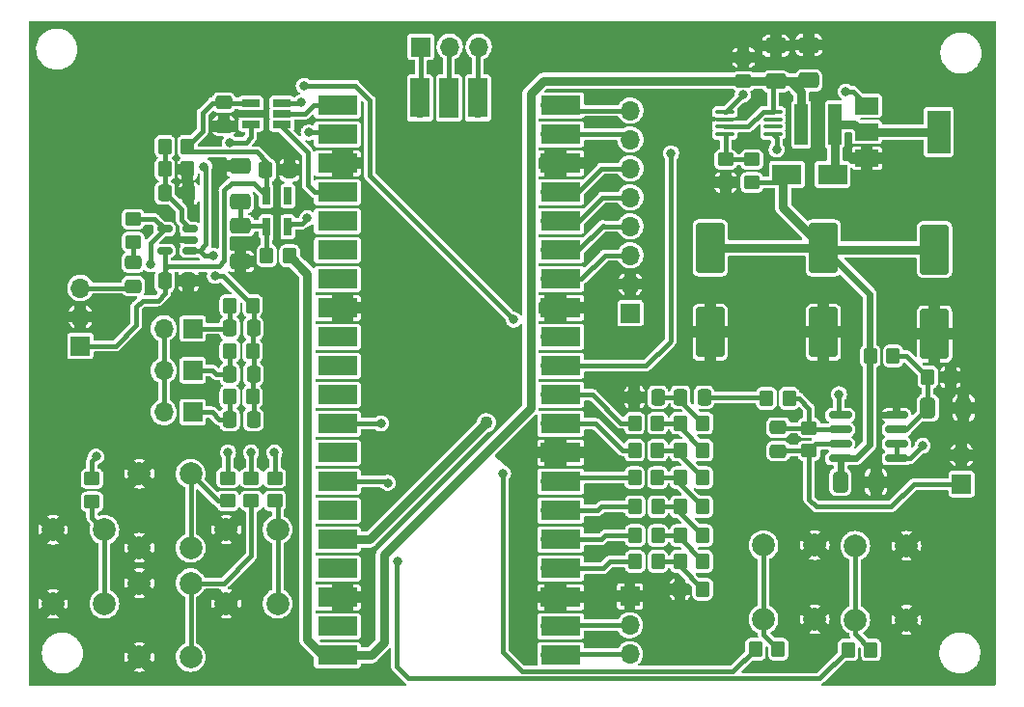
<source format=gbr>
%TF.GenerationSoftware,KiCad,Pcbnew,6.0.7-f9a2dced07~116~ubuntu20.04.1*%
%TF.CreationDate,2022-10-02T19:47:36+02:00*%
%TF.ProjectId,soundseeker,736f756e-6473-4656-956b-65722e6b6963,0.1*%
%TF.SameCoordinates,Original*%
%TF.FileFunction,Copper,L1,Top*%
%TF.FilePolarity,Positive*%
%FSLAX46Y46*%
G04 Gerber Fmt 4.6, Leading zero omitted, Abs format (unit mm)*
G04 Created by KiCad (PCBNEW 6.0.7-f9a2dced07~116~ubuntu20.04.1) date 2022-10-02 19:47:36*
%MOMM*%
%LPD*%
G01*
G04 APERTURE LIST*
G04 Aperture macros list*
%AMRoundRect*
0 Rectangle with rounded corners*
0 $1 Rounding radius*
0 $2 $3 $4 $5 $6 $7 $8 $9 X,Y pos of 4 corners*
0 Add a 4 corners polygon primitive as box body*
4,1,4,$2,$3,$4,$5,$6,$7,$8,$9,$2,$3,0*
0 Add four circle primitives for the rounded corners*
1,1,$1+$1,$2,$3*
1,1,$1+$1,$4,$5*
1,1,$1+$1,$6,$7*
1,1,$1+$1,$8,$9*
0 Add four rect primitives between the rounded corners*
20,1,$1+$1,$2,$3,$4,$5,0*
20,1,$1+$1,$4,$5,$6,$7,0*
20,1,$1+$1,$6,$7,$8,$9,0*
20,1,$1+$1,$8,$9,$2,$3,0*%
G04 Aperture macros list end*
%TA.AperFunction,SMDPad,CuDef*%
%ADD10R,2.500000X1.800000*%
%TD*%
%TA.AperFunction,SMDPad,CuDef*%
%ADD11RoundRect,0.250000X-0.337500X-0.475000X0.337500X-0.475000X0.337500X0.475000X-0.337500X0.475000X0*%
%TD*%
%TA.AperFunction,SMDPad,CuDef*%
%ADD12RoundRect,0.250000X0.650000X-0.412500X0.650000X0.412500X-0.650000X0.412500X-0.650000X-0.412500X0*%
%TD*%
%TA.AperFunction,SMDPad,CuDef*%
%ADD13RoundRect,0.250000X-0.650000X0.412500X-0.650000X-0.412500X0.650000X-0.412500X0.650000X0.412500X0*%
%TD*%
%TA.AperFunction,SMDPad,CuDef*%
%ADD14RoundRect,0.250000X0.475000X-0.337500X0.475000X0.337500X-0.475000X0.337500X-0.475000X-0.337500X0*%
%TD*%
%TA.AperFunction,SMDPad,CuDef*%
%ADD15R,1.560000X0.650000*%
%TD*%
%TA.AperFunction,SMDPad,CuDef*%
%ADD16RoundRect,0.150000X0.512500X0.150000X-0.512500X0.150000X-0.512500X-0.150000X0.512500X-0.150000X0*%
%TD*%
%TA.AperFunction,SMDPad,CuDef*%
%ADD17RoundRect,0.250000X0.450000X-0.350000X0.450000X0.350000X-0.450000X0.350000X-0.450000X-0.350000X0*%
%TD*%
%TA.AperFunction,SMDPad,CuDef*%
%ADD18RoundRect,0.250000X-0.350000X-0.450000X0.350000X-0.450000X0.350000X0.450000X-0.350000X0.450000X0*%
%TD*%
%TA.AperFunction,SMDPad,CuDef*%
%ADD19RoundRect,0.250000X0.350000X0.450000X-0.350000X0.450000X-0.350000X-0.450000X0.350000X-0.450000X0*%
%TD*%
%TA.AperFunction,ComponentPad*%
%ADD20R,1.700000X1.700000*%
%TD*%
%TA.AperFunction,ComponentPad*%
%ADD21O,1.700000X1.700000*%
%TD*%
%TA.AperFunction,SMDPad,CuDef*%
%ADD22RoundRect,0.250000X0.412500X0.650000X-0.412500X0.650000X-0.412500X-0.650000X0.412500X-0.650000X0*%
%TD*%
%TA.AperFunction,SMDPad,CuDef*%
%ADD23RoundRect,0.150000X0.825000X0.150000X-0.825000X0.150000X-0.825000X-0.150000X0.825000X-0.150000X0*%
%TD*%
%TA.AperFunction,SMDPad,CuDef*%
%ADD24R,0.650000X1.560000*%
%TD*%
%TA.AperFunction,ComponentPad*%
%ADD25C,2.000000*%
%TD*%
%TA.AperFunction,SMDPad,CuDef*%
%ADD26R,1.700000X3.500000*%
%TD*%
%TA.AperFunction,SMDPad,CuDef*%
%ADD27R,3.500000X1.700000*%
%TD*%
%TA.AperFunction,SMDPad,CuDef*%
%ADD28R,2.000000X1.500000*%
%TD*%
%TA.AperFunction,SMDPad,CuDef*%
%ADD29R,2.000000X3.800000*%
%TD*%
%TA.AperFunction,SMDPad,CuDef*%
%ADD30RoundRect,0.100000X-0.712500X-0.100000X0.712500X-0.100000X0.712500X0.100000X-0.712500X0.100000X0*%
%TD*%
%TA.AperFunction,SMDPad,CuDef*%
%ADD31RoundRect,0.250000X-1.000000X1.950000X-1.000000X-1.950000X1.000000X-1.950000X1.000000X1.950000X0*%
%TD*%
%TA.AperFunction,SMDPad,CuDef*%
%ADD32RoundRect,0.250000X-0.450000X0.350000X-0.450000X-0.350000X0.450000X-0.350000X0.450000X0.350000X0*%
%TD*%
%TA.AperFunction,SMDPad,CuDef*%
%ADD33R,1.150000X3.600000*%
%TD*%
%TA.AperFunction,SMDPad,CuDef*%
%ADD34RoundRect,0.250000X0.337500X0.475000X-0.337500X0.475000X-0.337500X-0.475000X0.337500X-0.475000X0*%
%TD*%
%TA.AperFunction,ViaPad*%
%ADD35C,0.800000*%
%TD*%
%TA.AperFunction,ViaPad*%
%ADD36C,1.100000*%
%TD*%
%TA.AperFunction,Conductor*%
%ADD37C,0.400000*%
%TD*%
%TA.AperFunction,Conductor*%
%ADD38C,0.800000*%
%TD*%
%TA.AperFunction,Conductor*%
%ADD39C,0.600000*%
%TD*%
G04 APERTURE END LIST*
D10*
%TO.P,D1,1,K*%
%TO.N,V_piezo_drive*%
X178225000Y-80975000D03*
%TO.P,D1,2,A*%
%TO.N,Net-(D1-Pad2)*%
X182225000Y-80975000D03*
%TD*%
D11*
%TO.P,C22,1*%
%TO.N,vcc_analog*%
X132512500Y-80600000D03*
%TO.P,C22,2*%
%TO.N,GND*%
X134587500Y-80600000D03*
%TD*%
D12*
%TO.P,C21,1*%
%TO.N,Net-(C20-Pad1)*%
X130250000Y-83387500D03*
%TO.P,C21,2*%
%TO.N,GND*%
X130250000Y-80262500D03*
%TD*%
D13*
%TO.P,C20,1*%
%TO.N,Net-(C20-Pad1)*%
X130300000Y-85487500D03*
%TO.P,C20,2*%
%TO.N,GND*%
X130300000Y-88612500D03*
%TD*%
D14*
%TO.P,C19,1*%
%TO.N,GND*%
X128825000Y-76737500D03*
%TO.P,C19,2*%
%TO.N,vcc_analog*%
X128825000Y-74662500D03*
%TD*%
%TO.P,C13,1*%
%TO.N,Net-(C13-Pad1)*%
X177475000Y-105262500D03*
%TO.P,C13,2*%
%TO.N,Net-(R20-Pad2)*%
X177475000Y-103187500D03*
%TD*%
D11*
%TO.P,C12,1*%
%TO.N,Net-(C5-Pad1)*%
X168887500Y-100525000D03*
%TO.P,C12,2*%
%TO.N,Net-(C12-Pad2)*%
X170962500Y-100525000D03*
%TD*%
%TO.P,C10,1*%
%TO.N,vcc_analog*%
X123650000Y-90325000D03*
%TO.P,C10,2*%
%TO.N,GND*%
X125725000Y-90325000D03*
%TD*%
%TO.P,C4,1*%
%TO.N,Net-(C4-Pad1)*%
X123662500Y-82625000D03*
%TO.P,C4,2*%
%TO.N,GND*%
X125737500Y-82625000D03*
%TD*%
D14*
%TO.P,C3,1*%
%TO.N,+5V*%
X174425000Y-72787500D03*
%TO.P,C3,2*%
%TO.N,GND*%
X174425000Y-70712500D03*
%TD*%
D12*
%TO.P,C2,1*%
%TO.N,+5V*%
X180150000Y-72737500D03*
%TO.P,C2,2*%
%TO.N,GND*%
X180150000Y-69612500D03*
%TD*%
%TO.P,C1,1*%
%TO.N,+5V*%
X177250000Y-72812500D03*
%TO.P,C1,2*%
%TO.N,GND*%
X177250000Y-69687500D03*
%TD*%
D15*
%TO.P,U5,1,VDD*%
%TO.N,vcc_analog*%
X131225000Y-74700000D03*
%TO.P,U5,2,GND*%
%TO.N,GND*%
X131225000Y-75650000D03*
%TO.P,U5,3,AIN*%
%TO.N,Net-(C16-Pad2)*%
X131225000Y-76600000D03*
%TO.P,U5,4,SCLK*%
%TO.N,ADC_SLCK*%
X133925000Y-76600000D03*
%TO.P,U5,5,DOUT*%
%TO.N,ADC_DOUT*%
X133925000Y-75650000D03*
%TO.P,U5,6,CS*%
%TO.N,ADC_CS*%
X133925000Y-74700000D03*
%TD*%
D14*
%TO.P,C7,2*%
%TO.N,Net-(C7-Pad2)*%
X120875000Y-88700000D03*
%TO.P,C7,1*%
%TO.N,Net-(C7-Pad1)*%
X120875000Y-90775000D03*
%TD*%
D16*
%TO.P,U4,1*%
%TO.N,Net-(C16-Pad2)*%
X125912500Y-87675000D03*
%TO.P,U4,2,V-*%
%TO.N,GND*%
X125912500Y-86725000D03*
%TO.P,U4,3,+*%
%TO.N,Net-(C4-Pad1)*%
X125912500Y-85775000D03*
%TO.P,U4,4,-*%
%TO.N,Net-(J6-Pad2)*%
X123637500Y-85775000D03*
%TO.P,U4,5,V+*%
%TO.N,vcc_analog*%
X123637500Y-87675000D03*
%TD*%
D17*
%TO.P,R18,2*%
%TO.N,SW_UP*%
X129175000Y-107625000D03*
%TO.P,R18,1*%
%TO.N,Net-(R18-Pad1)*%
X129175000Y-109625000D03*
%TD*%
D18*
%TO.P,R5,1*%
%TO.N,Net-(R3-Pad2)*%
X168850000Y-112675000D03*
%TO.P,R5,2*%
%TO.N,Net-(R5-Pad2)*%
X170850000Y-112675000D03*
%TD*%
D19*
%TO.P,R12,1*%
%TO.N,Net-(R11-Pad2)*%
X166875000Y-102800000D03*
%TO.P,R12,2*%
%TO.N,dac_in_6_msb*%
X164875000Y-102800000D03*
%TD*%
D20*
%TO.P,J1,1,Pin_1*%
%TO.N,Net-(C13-Pad1)*%
X193550000Y-108165000D03*
D21*
%TO.P,J1,2,Pin_2*%
%TO.N,GND*%
X193550000Y-105625000D03*
%TD*%
D11*
%TO.P,C17,1*%
%TO.N,Net-(C17-Pad1)*%
X129350000Y-98500000D03*
%TO.P,C17,2*%
%TO.N,Net-(C16-Pad2)*%
X131425000Y-98500000D03*
%TD*%
D20*
%TO.P,J4,1,Pin_1*%
%TO.N,Net-(J4-Pad1)*%
X146110000Y-69775000D03*
D21*
%TO.P,J4,2,Pin_2*%
%TO.N,Net-(J4-Pad2)*%
X148650000Y-69775000D03*
%TO.P,J4,3,Pin_3*%
%TO.N,Net-(J4-Pad3)*%
X151190000Y-69775000D03*
%TD*%
D18*
%TO.P,R31,1*%
%TO.N,Net-(C18-Pad1)*%
X129350000Y-100500000D03*
%TO.P,R31,2*%
%TO.N,Net-(C16-Pad2)*%
X131350000Y-100500000D03*
%TD*%
D22*
%TO.P,C15,1*%
%TO.N,GND*%
X193725000Y-101475000D03*
%TO.P,C15,2*%
%TO.N,Net-(R22-Pad2)*%
X190600000Y-101475000D03*
%TD*%
D23*
%TO.P,U3,1*%
%TO.N,vref_power_opa*%
X187850000Y-105905000D03*
%TO.P,U3,2,-*%
X187850000Y-104635000D03*
%TO.P,U3,3,+*%
%TO.N,Net-(R22-Pad2)*%
X187850000Y-103365000D03*
%TO.P,U3,4,V-*%
%TO.N,GND*%
X187850000Y-102095000D03*
%TO.P,U3,5,+*%
%TO.N,vref_power_opa*%
X182900000Y-102095000D03*
%TO.P,U3,6,-*%
%TO.N,Net-(R20-Pad2)*%
X182900000Y-103365000D03*
%TO.P,U3,7*%
%TO.N,Net-(C13-Pad1)*%
X182900000Y-104635000D03*
%TO.P,U3,8,V+*%
%TO.N,V_piezo_drive*%
X182900000Y-105905000D03*
%TD*%
D20*
%TO.P,J8,1,Pin_1*%
%TO.N,Net-(C16-Pad1)*%
X126100000Y-94500000D03*
D21*
%TO.P,J8,2,Pin_2*%
%TO.N,Net-(J6-Pad2)*%
X123560000Y-94500000D03*
%TD*%
D24*
%TO.P,U6,1,IN*%
%TO.N,Net-(C20-Pad1)*%
X132550000Y-85575000D03*
%TO.P,U6,2,GND*%
%TO.N,GND*%
X133500000Y-85575000D03*
%TO.P,U6,3,EN*%
%TO.N,enable_analog_power_supply*%
X134450000Y-85575000D03*
%TO.P,U6,4*%
%TO.N,N/C*%
X134450000Y-82875000D03*
%TO.P,U6,5,OUT*%
%TO.N,vcc_analog*%
X132550000Y-82875000D03*
%TD*%
D25*
%TO.P,SW1,2,2*%
%TO.N,Net-(R13-Pad1)*%
X118350000Y-118675000D03*
X118350000Y-112175000D03*
%TO.P,SW1,1,1*%
%TO.N,GND*%
X113850000Y-118675000D03*
X113850000Y-112175000D03*
%TD*%
D18*
%TO.P,R17,1*%
%TO.N,Net-(R11-Pad2)*%
X168875000Y-102800000D03*
%TO.P,R17,2*%
%TO.N,Net-(C5-Pad1)*%
X170875000Y-102800000D03*
%TD*%
D25*
%TO.P,SW6,1,1*%
%TO.N,GND*%
X188725000Y-120075000D03*
X188725000Y-113575000D03*
%TO.P,SW6,2,2*%
%TO.N,Net-(R25-Pad1)*%
X184225000Y-120075000D03*
X184225000Y-113575000D03*
%TD*%
D19*
%TO.P,R24,1*%
%TO.N,Net-(R24-Pad1)*%
X177475000Y-122650000D03*
%TO.P,R24,2*%
%TO.N,SW_BACK*%
X175475000Y-122650000D03*
%TD*%
D25*
%TO.P,SW5,1,1*%
%TO.N,GND*%
X180675000Y-113525000D03*
X180675000Y-120025000D03*
%TO.P,SW5,2,2*%
%TO.N,Net-(R24-Pad1)*%
X176175000Y-113525000D03*
X176175000Y-120025000D03*
%TD*%
D22*
%TO.P,C14,1*%
%TO.N,GND*%
X186050000Y-107975000D03*
%TO.P,C14,2*%
%TO.N,V_piezo_drive*%
X182925000Y-107975000D03*
%TD*%
D21*
%TO.P,U2,43,SWDIO*%
%TO.N,Net-(J4-Pad1)*%
X146050000Y-75160000D03*
D26*
X146050000Y-74260000D03*
%TO.P,U2,42,GND*%
%TO.N,Net-(J4-Pad2)*%
X148590000Y-74260000D03*
D20*
X148590000Y-75160000D03*
D26*
%TO.P,U2,41,SWCLK*%
%TO.N,Net-(J4-Pad3)*%
X151130000Y-74260000D03*
D21*
X151130000Y-75160000D03*
D27*
%TO.P,U2,40,VBUS*%
%TO.N,+5V*%
X138800000Y-123190000D03*
D21*
X139700000Y-123190000D03*
%TO.P,U2,39,VSYS*%
%TO.N,unconnected-(U2-Pad39)*%
X139700000Y-120650000D03*
D27*
X138800000Y-120650000D03*
%TO.P,U2,38,GND*%
%TO.N,GND*%
X138800000Y-118110000D03*
D20*
X139700000Y-118110000D03*
D27*
%TO.P,U2,37,3V3_EN*%
%TO.N,unconnected-(U2-Pad37)*%
X138800000Y-115570000D03*
D21*
X139700000Y-115570000D03*
%TO.P,U2,36,3V3*%
%TO.N,+3.3V*%
X139700000Y-113030000D03*
D27*
X138800000Y-113030000D03*
D21*
%TO.P,U2,35,ADC_VREF*%
%TO.N,unconnected-(U2-Pad35)*%
X139700000Y-110490000D03*
D27*
X138800000Y-110490000D03*
D21*
%TO.P,U2,34,GPIO28_ADC2*%
%TO.N,SW_OK*%
X139700000Y-107950000D03*
D27*
X138800000Y-107950000D03*
%TO.P,U2,33,AGND*%
%TO.N,unconnected-(U2-Pad33)*%
X138800000Y-105410000D03*
D20*
X139700000Y-105410000D03*
D27*
%TO.P,U2,32,GPIO27_ADC1*%
%TO.N,SW_BACK*%
X138800000Y-102870000D03*
D21*
X139700000Y-102870000D03*
D27*
%TO.P,U2,31,GPIO26_ADC0*%
%TO.N,SW_RIGHT*%
X138800000Y-100330000D03*
D21*
X139700000Y-100330000D03*
%TO.P,U2,30,RUN*%
%TO.N,unconnected-(U2-Pad30)*%
X139700000Y-97790000D03*
D27*
X138800000Y-97790000D03*
%TO.P,U2,29,GPIO22*%
%TO.N,SW_DOWN*%
X138800000Y-95250000D03*
D21*
X139700000Y-95250000D03*
D27*
%TO.P,U2,28,GND*%
%TO.N,GND*%
X138800000Y-92710000D03*
D20*
X139700000Y-92710000D03*
D27*
%TO.P,U2,27,GPIO21*%
%TO.N,SW_UP*%
X138800000Y-90170000D03*
D21*
X139700000Y-90170000D03*
%TO.P,U2,26,GPIO20*%
%TO.N,SW_LEFT*%
X139700000Y-87630000D03*
D27*
X138800000Y-87630000D03*
%TO.P,U2,25,GPIO19*%
%TO.N,unconnected-(U2-Pad25)*%
X138800000Y-85090000D03*
D21*
X139700000Y-85090000D03*
%TO.P,U2,24,GPIO18*%
%TO.N,ADC_SLCK*%
X139700000Y-82550000D03*
D27*
X138800000Y-82550000D03*
D20*
%TO.P,U2,23,GND*%
%TO.N,GND*%
X139700000Y-80010000D03*
D27*
X138800000Y-80010000D03*
D21*
%TO.P,U2,22,GPIO17*%
%TO.N,ADC_CS*%
X139700000Y-77470000D03*
D27*
X138800000Y-77470000D03*
%TO.P,U2,21,GPIO16*%
%TO.N,ADC_DOUT*%
X138800000Y-74930000D03*
D21*
X139700000Y-74930000D03*
%TO.P,U2,20,GPIO15*%
%TO.N,TFT_D_C*%
X157480000Y-74930000D03*
D27*
X158380000Y-74930000D03*
%TO.P,U2,19,GPIO14*%
%TO.N,TFT_RST*%
X158380000Y-77470000D03*
D21*
X157480000Y-77470000D03*
D20*
%TO.P,U2,18,GND*%
%TO.N,GND*%
X157480000Y-80010000D03*
D27*
X158380000Y-80010000D03*
D21*
%TO.P,U2,17,GPIO13*%
%TO.N,TFT_CS*%
X157480000Y-82550000D03*
D27*
X158380000Y-82550000D03*
D21*
%TO.P,U2,16,GPIO12*%
%TO.N,TFT_SDO*%
X157480000Y-85090000D03*
D27*
X158380000Y-85090000D03*
%TO.P,U2,15,GPIO11*%
%TO.N,TFT_SDI*%
X158380000Y-87630000D03*
D21*
X157480000Y-87630000D03*
D27*
%TO.P,U2,14,GPIO10*%
%TO.N,TFT_SCK*%
X158380000Y-90170000D03*
D21*
X157480000Y-90170000D03*
D20*
%TO.P,U2,13,GND*%
%TO.N,GND*%
X157480000Y-92710000D03*
D27*
X158380000Y-92710000D03*
%TO.P,U2,12,GPIO9*%
%TO.N,enable_analog_power_supply*%
X158380000Y-95250000D03*
D21*
X157480000Y-95250000D03*
%TO.P,U2,11,GPIO8*%
%TO.N,enable_piezo_driver*%
X157480000Y-97790000D03*
D27*
X158380000Y-97790000D03*
D21*
%TO.P,U2,10,GPIO7*%
%TO.N,dac_in_6_msb*%
X157480000Y-100330000D03*
D27*
X158380000Y-100330000D03*
D21*
%TO.P,U2,9,GPIO6*%
%TO.N,dac_in_5*%
X157480000Y-102870000D03*
D27*
X158380000Y-102870000D03*
%TO.P,U2,8,GND*%
%TO.N,GND*%
X158380000Y-105410000D03*
D20*
X157480000Y-105410000D03*
D21*
%TO.P,U2,7,GPIO5*%
%TO.N,dac_in_4*%
X157480000Y-107950000D03*
D27*
X158380000Y-107950000D03*
%TO.P,U2,6,GPIO4*%
%TO.N,dac_in_3*%
X158380000Y-110490000D03*
D21*
X157480000Y-110490000D03*
%TO.P,U2,5,GPIO3*%
%TO.N,dac_in_2*%
X157480000Y-113030000D03*
D27*
X158380000Y-113030000D03*
D21*
%TO.P,U2,4,GPIO2*%
%TO.N,dac_in_1_lsb*%
X157480000Y-115570000D03*
D27*
X158380000Y-115570000D03*
%TO.P,U2,3,GND*%
%TO.N,GND*%
X158380000Y-118110000D03*
D20*
X157480000Y-118110000D03*
D21*
%TO.P,U2,2,GPIO1*%
%TO.N,Net-(J3-Pad2)*%
X157480000Y-120650000D03*
D27*
X158380000Y-120650000D03*
D21*
%TO.P,U2,1,GPIO0*%
%TO.N,Net-(J3-Pad3)*%
X157480000Y-123190000D03*
D27*
X158380000Y-123190000D03*
%TD*%
D18*
%TO.P,R9,1*%
%TO.N,Net-(R7-Pad2)*%
X168850000Y-107600000D03*
%TO.P,R9,2*%
%TO.N,Net-(R10-Pad1)*%
X170850000Y-107600000D03*
%TD*%
%TO.P,R20,1*%
%TO.N,Net-(C12-Pad2)*%
X176425000Y-100625000D03*
%TO.P,R20,2*%
%TO.N,Net-(R20-Pad2)*%
X178425000Y-100625000D03*
%TD*%
D11*
%TO.P,C16,1*%
%TO.N,Net-(C16-Pad1)*%
X129350000Y-94475000D03*
%TO.P,C16,2*%
%TO.N,Net-(C16-Pad2)*%
X131425000Y-94475000D03*
%TD*%
D18*
%TO.P,R7,1*%
%TO.N,Net-(R5-Pad2)*%
X168850000Y-110150000D03*
%TO.P,R7,2*%
%TO.N,Net-(R7-Pad2)*%
X170850000Y-110150000D03*
%TD*%
D28*
%TO.P,Q1,1,G*%
%TO.N,Net-(Q1-Pad1)*%
X185250000Y-74950000D03*
D29*
%TO.P,Q1,2,D*%
%TO.N,Net-(D1-Pad2)*%
X191550000Y-77250000D03*
D28*
X185250000Y-77250000D03*
%TO.P,Q1,3,S*%
%TO.N,GND*%
X185250000Y-79550000D03*
%TD*%
D25*
%TO.P,SW4,2,2*%
%TO.N,Net-(R19-Pad1)*%
X125925000Y-123350000D03*
X125925000Y-116850000D03*
%TO.P,SW4,1,1*%
%TO.N,GND*%
X121425000Y-123350000D03*
X121425000Y-116850000D03*
%TD*%
D17*
%TO.P,R28,2*%
%TO.N,Net-(J6-Pad2)*%
X120875000Y-84900000D03*
%TO.P,R28,1*%
%TO.N,Net-(C7-Pad2)*%
X120875000Y-86900000D03*
%TD*%
%TO.P,R13,2*%
%TO.N,SW_LEFT*%
X117275000Y-107700000D03*
%TO.P,R13,1*%
%TO.N,Net-(R13-Pad1)*%
X117275000Y-109700000D03*
%TD*%
%TO.P,R19,2*%
%TO.N,SW_DOWN*%
X131250000Y-107625000D03*
%TO.P,R19,1*%
%TO.N,Net-(R19-Pad1)*%
X131250000Y-109625000D03*
%TD*%
D11*
%TO.P,C18,1*%
%TO.N,Net-(C18-Pad1)*%
X129350000Y-102500000D03*
%TO.P,C18,2*%
%TO.N,Net-(C16-Pad2)*%
X131425000Y-102500000D03*
%TD*%
D30*
%TO.P,U1,1,EXT*%
%TO.N,Net-(Q1-Pad1)*%
X172787500Y-75475000D03*
%TO.P,U1,2,GND*%
%TO.N,GND*%
X172787500Y-76125000D03*
%TO.P,U1,3,CS*%
%TO.N,+5V*%
X172787500Y-76775000D03*
%TO.P,U1,4,FB*%
%TO.N,Net-(R15-Pad2)*%
X172787500Y-77425000D03*
%TO.P,U1,5,~{SHDN}*%
%TO.N,enable_piezo_driver*%
X177012500Y-77425000D03*
%TO.P,U1,6,NC*%
%TO.N,unconnected-(U1-Pad6)*%
X177012500Y-76775000D03*
%TO.P,U1,7,PG*%
%TO.N,unconnected-(U1-Pad7)*%
X177012500Y-76125000D03*
%TO.P,U1,8,Vin*%
%TO.N,+5V*%
X177012500Y-75475000D03*
%TD*%
D18*
%TO.P,R3,1*%
%TO.N,Net-(R1-Pad1)*%
X168850000Y-114950000D03*
%TO.P,R3,2*%
%TO.N,Net-(R3-Pad2)*%
X170850000Y-114950000D03*
%TD*%
D31*
%TO.P,C8,1*%
%TO.N,V_piezo_drive*%
X191175000Y-87575000D03*
%TO.P,C8,2*%
%TO.N,GND*%
X191175000Y-94975000D03*
%TD*%
%TO.P,C11,1*%
%TO.N,V_piezo_drive*%
X171500000Y-87425000D03*
%TO.P,C11,2*%
%TO.N,GND*%
X171500000Y-94825000D03*
%TD*%
D19*
%TO.P,R8,1*%
%TO.N,Net-(R7-Pad2)*%
X166875000Y-107600000D03*
%TO.P,R8,2*%
%TO.N,dac_in_4*%
X164875000Y-107600000D03*
%TD*%
D18*
%TO.P,R27,1*%
%TO.N,Net-(C4-Pad1)*%
X123650000Y-80525000D03*
%TO.P,R27,2*%
%TO.N,GND*%
X125650000Y-80525000D03*
%TD*%
D19*
%TO.P,R4,1*%
%TO.N,Net-(R3-Pad2)*%
X166912500Y-112675000D03*
%TO.P,R4,2*%
%TO.N,dac_in_2*%
X164912500Y-112675000D03*
%TD*%
D20*
%TO.P,J5,1,Pin_1*%
%TO.N,vcc_analog*%
X116250000Y-96025000D03*
D21*
%TO.P,J5,2,Pin_2*%
%TO.N,GND*%
X116250000Y-93485000D03*
%TO.P,J5,3,Pin_3*%
%TO.N,Net-(C7-Pad1)*%
X116250000Y-90945000D03*
%TD*%
D18*
%TO.P,R11,1*%
%TO.N,Net-(R10-Pad1)*%
X168875000Y-105175000D03*
%TO.P,R11,2*%
%TO.N,Net-(R11-Pad2)*%
X170875000Y-105175000D03*
%TD*%
D32*
%TO.P,R16,1*%
%TO.N,Net-(R15-Pad2)*%
X172850000Y-79675000D03*
%TO.P,R16,2*%
%TO.N,GND*%
X172850000Y-81675000D03*
%TD*%
D19*
%TO.P,R32,1*%
%TO.N,+5V*%
X134600000Y-88125000D03*
%TO.P,R32,2*%
%TO.N,Net-(C20-Pad1)*%
X132600000Y-88125000D03*
%TD*%
%TO.P,R26,1*%
%TO.N,vcc_analog*%
X125650000Y-78500000D03*
%TO.P,R26,2*%
%TO.N,Net-(C4-Pad1)*%
X123650000Y-78500000D03*
%TD*%
D33*
%TO.P,L1,1,1*%
%TO.N,+5V*%
X179475000Y-76575000D03*
%TO.P,L1,2,2*%
%TO.N,Net-(D1-Pad2)*%
X182425000Y-76575000D03*
%TD*%
D25*
%TO.P,SW2,2,2*%
%TO.N,Net-(R14-Pad1)*%
X133550000Y-112150000D03*
X133550000Y-118650000D03*
%TO.P,SW2,1,1*%
%TO.N,GND*%
X129050000Y-118650000D03*
X129050000Y-112150000D03*
%TD*%
D20*
%TO.P,J3,1,Pin_1*%
%TO.N,GND*%
X164450000Y-118000000D03*
D21*
%TO.P,J3,2,Pin_2*%
%TO.N,Net-(J3-Pad2)*%
X164450000Y-120540000D03*
%TO.P,J3,3,Pin_3*%
%TO.N,Net-(J3-Pad3)*%
X164450000Y-123080000D03*
%TD*%
D18*
%TO.P,R22,1*%
%TO.N,V_piezo_drive*%
X185550000Y-96925000D03*
%TO.P,R22,2*%
%TO.N,Net-(R22-Pad2)*%
X187550000Y-96925000D03*
%TD*%
D19*
%TO.P,R1,1*%
%TO.N,Net-(R1-Pad1)*%
X170837500Y-117375000D03*
%TO.P,R1,2*%
%TO.N,GND*%
X168837500Y-117375000D03*
%TD*%
D31*
%TO.P,C9,1*%
%TO.N,V_piezo_drive*%
X181425000Y-87425000D03*
%TO.P,C9,2*%
%TO.N,GND*%
X181425000Y-94825000D03*
%TD*%
D17*
%TO.P,R21,1*%
%TO.N,Net-(C13-Pad1)*%
X180175000Y-105225000D03*
%TO.P,R21,2*%
%TO.N,Net-(R20-Pad2)*%
X180175000Y-103225000D03*
%TD*%
D18*
%TO.P,R23,1*%
%TO.N,Net-(R22-Pad2)*%
X190575000Y-98775000D03*
%TO.P,R23,2*%
%TO.N,GND*%
X192575000Y-98775000D03*
%TD*%
D19*
%TO.P,R6,1*%
%TO.N,Net-(R5-Pad2)*%
X166912500Y-110150000D03*
%TO.P,R6,2*%
%TO.N,dac_in_3*%
X164912500Y-110150000D03*
%TD*%
D17*
%TO.P,R15,1*%
%TO.N,V_piezo_drive*%
X175150000Y-81675000D03*
%TO.P,R15,2*%
%TO.N,Net-(R15-Pad2)*%
X175150000Y-79675000D03*
%TD*%
D25*
%TO.P,SW3,2,2*%
%TO.N,Net-(R18-Pad1)*%
X125925000Y-113750000D03*
X125925000Y-107250000D03*
%TO.P,SW3,1,1*%
%TO.N,GND*%
X121425000Y-113750000D03*
X121425000Y-107250000D03*
%TD*%
D34*
%TO.P,C5,1*%
%TO.N,Net-(C5-Pad1)*%
X166925000Y-100525000D03*
%TO.P,C5,2*%
%TO.N,GND*%
X164850000Y-100525000D03*
%TD*%
D18*
%TO.P,R29,1*%
%TO.N,Net-(C16-Pad1)*%
X129350000Y-92475000D03*
%TO.P,R29,2*%
%TO.N,Net-(C16-Pad2)*%
X131350000Y-92475000D03*
%TD*%
D19*
%TO.P,R2,1*%
%TO.N,Net-(R1-Pad1)*%
X166912500Y-114950000D03*
%TO.P,R2,2*%
%TO.N,dac_in_1_lsb*%
X164912500Y-114950000D03*
%TD*%
%TO.P,R25,1*%
%TO.N,Net-(R25-Pad1)*%
X185600000Y-122700000D03*
%TO.P,R25,2*%
%TO.N,SW_OK*%
X183600000Y-122700000D03*
%TD*%
D20*
%TO.P,J6,1,Pin_1*%
%TO.N,Net-(C17-Pad1)*%
X126100000Y-98175000D03*
D21*
%TO.P,J6,2,Pin_2*%
%TO.N,Net-(J6-Pad2)*%
X123560000Y-98175000D03*
%TD*%
D19*
%TO.P,R10,1*%
%TO.N,Net-(R10-Pad1)*%
X166875000Y-105175000D03*
%TO.P,R10,2*%
%TO.N,dac_in_5*%
X164875000Y-105175000D03*
%TD*%
D18*
%TO.P,R30,1*%
%TO.N,Net-(C17-Pad1)*%
X129350000Y-96475000D03*
%TO.P,R30,2*%
%TO.N,Net-(C16-Pad2)*%
X131350000Y-96475000D03*
%TD*%
D20*
%TO.P,J7,1,Pin_1*%
%TO.N,Net-(C18-Pad1)*%
X126100000Y-101850000D03*
D21*
%TO.P,J7,2,Pin_2*%
%TO.N,Net-(J6-Pad2)*%
X123560000Y-101850000D03*
%TD*%
D17*
%TO.P,R14,2*%
%TO.N,SW_RIGHT*%
X133300000Y-107625000D03*
%TO.P,R14,1*%
%TO.N,Net-(R14-Pad1)*%
X133300000Y-109625000D03*
%TD*%
D20*
%TO.P,J2,1,Pin_1*%
%TO.N,+3.3V*%
X164500000Y-93150000D03*
D21*
%TO.P,J2,2,Pin_2*%
%TO.N,GND*%
X164500000Y-90610000D03*
%TO.P,J2,3,Pin_3*%
%TO.N,TFT_SCK*%
X164500000Y-88070000D03*
%TO.P,J2,4,Pin_4*%
%TO.N,TFT_SDI*%
X164500000Y-85530000D03*
%TO.P,J2,5,Pin_5*%
%TO.N,TFT_SDO*%
X164500000Y-82990000D03*
%TO.P,J2,6,Pin_6*%
%TO.N,TFT_CS*%
X164500000Y-80450000D03*
%TO.P,J2,7,Pin_7*%
%TO.N,TFT_RST*%
X164500000Y-77910000D03*
%TO.P,J2,8,Pin_8*%
%TO.N,TFT_D_C*%
X164500000Y-75370000D03*
%TD*%
D35*
%TO.N,GND*%
X124600000Y-86700000D03*
X128300000Y-81425000D03*
X128625000Y-80425000D03*
X127725000Y-77925000D03*
X171650000Y-122900000D03*
X117675000Y-123725000D03*
X161475000Y-95825000D03*
X161425000Y-94050000D03*
X142275000Y-93400000D03*
X142250000Y-91550000D03*
X141525000Y-121200000D03*
X141600000Y-119775000D03*
X141575000Y-118425000D03*
X141550000Y-117075000D03*
X141525000Y-115700000D03*
X161725000Y-117925000D03*
X155025000Y-118150000D03*
X169200000Y-98225000D03*
X173525000Y-98350000D03*
X179650000Y-98300000D03*
X183450000Y-98175000D03*
X195100000Y-98500000D03*
X195225000Y-102925000D03*
X194825000Y-111825000D03*
X194750000Y-116900000D03*
X187575000Y-124700000D03*
X180075000Y-123225000D03*
X168375000Y-122875000D03*
X113525000Y-109050000D03*
X113575000Y-103800000D03*
X113450000Y-98825000D03*
X113500000Y-87225000D03*
X113575000Y-81400000D03*
X113475000Y-75650000D03*
X125775000Y-92225000D03*
X126150000Y-84300000D03*
X135975000Y-83125000D03*
X136050000Y-86375000D03*
X191425000Y-82925000D03*
X185700000Y-83150000D03*
X194475000Y-83800000D03*
X194925000Y-79375000D03*
X195000000Y-73175000D03*
X190700000Y-69150000D03*
X184300000Y-69100000D03*
X173925000Y-68825000D03*
X167450000Y-69475000D03*
X159775000Y-69475000D03*
X132825000Y-69100000D03*
X140225000Y-69125000D03*
X133375000Y-123350000D03*
X129875000Y-123375000D03*
%TO.N,Net-(C16-Pad2)*%
X127900000Y-88100000D03*
X128050000Y-89900000D03*
%TO.N,enable_analog_power_supply*%
X154275000Y-93725000D03*
X135850000Y-73200000D03*
X136150000Y-84825000D03*
%TO.N,Net-(C16-Pad2)*%
X127100000Y-80300000D03*
X129375000Y-78200500D03*
%TO.N,SW_RIGHT*%
X133275000Y-105400000D03*
%TO.N,SW_DOWN*%
X131225000Y-105400000D03*
%TO.N,SW_UP*%
X129200000Y-105375000D03*
%TO.N,SW_LEFT*%
X117625000Y-105750000D03*
%TO.N,Net-(J6-Pad2)*%
X122375000Y-88875000D03*
%TO.N,ADC_CS*%
X135625000Y-74650000D03*
X136275000Y-77300000D03*
%TO.N,SW_OK*%
X143200000Y-108050000D03*
X144075000Y-114925000D03*
%TO.N,SW_BACK*%
X142600000Y-102825000D03*
X153325000Y-107200000D03*
D36*
%TO.N,+3.3V*%
X151850000Y-102775000D03*
D35*
%TO.N,enable_piezo_driver*%
X177325000Y-78800000D03*
X168075000Y-79125000D03*
%TO.N,vref_power_opa*%
X182800000Y-100275000D03*
X190125000Y-104800000D03*
%TO.N,Net-(Q1-Pad1)*%
X183375000Y-73725000D03*
X174350000Y-74000000D03*
%TD*%
D37*
%TO.N,GND*%
X125650000Y-80500000D02*
X125650000Y-82575000D01*
X125650000Y-82575000D02*
X125700000Y-82625000D01*
%TO.N,Net-(C4-Pad1)*%
X123700000Y-82625000D02*
X125125000Y-84050000D01*
X125125000Y-84050000D02*
X125125000Y-84987500D01*
X125125000Y-84987500D02*
X125912500Y-85775000D01*
%TO.N,Net-(C16-Pad2)*%
X127100000Y-80300000D02*
X127250000Y-80450000D01*
X127250000Y-87125000D02*
X126700000Y-87675000D01*
X127250000Y-80450000D02*
X127250000Y-87125000D01*
%TO.N,Net-(R24-Pad1)*%
X176175000Y-120025000D02*
X176175000Y-113525000D01*
%TO.N,SW_OK*%
X183600000Y-122700000D02*
X181075000Y-125225000D01*
X145050000Y-125225000D02*
X144025000Y-124200000D01*
X181075000Y-125225000D02*
X145050000Y-125225000D01*
X144025000Y-124200000D02*
X144025000Y-114975000D01*
X144025000Y-114975000D02*
X144075000Y-114925000D01*
%TO.N,SW_BACK*%
X175475000Y-122650000D02*
X173500000Y-124625000D01*
X173500000Y-124625000D02*
X155000000Y-124625000D01*
X155000000Y-124625000D02*
X153300000Y-122925000D01*
X153300000Y-122925000D02*
X153300000Y-107225000D01*
X153300000Y-107225000D02*
X153325000Y-107200000D01*
%TO.N,Net-(R24-Pad1)*%
X176175000Y-120025000D02*
X176175000Y-121350000D01*
X176175000Y-121350000D02*
X177475000Y-122650000D01*
%TO.N,Net-(R25-Pad1)*%
X184225000Y-120075000D02*
X184225000Y-121325000D01*
X184225000Y-121325000D02*
X185600000Y-122700000D01*
%TO.N,Net-(R19-Pad1)*%
X125925000Y-123350000D02*
X125925000Y-116850000D01*
%TO.N,Net-(R14-Pad1)*%
X133550000Y-118650000D02*
X133550000Y-112150000D01*
%TO.N,Net-(R18-Pad1)*%
X125925000Y-107250000D02*
X125925000Y-113750000D01*
%TO.N,Net-(R13-Pad1)*%
X118350000Y-112175000D02*
X118350000Y-118675000D01*
%TO.N,Net-(J4-Pad3)*%
X151130000Y-75160000D02*
X151130000Y-69835000D01*
X151130000Y-69835000D02*
X151190000Y-69775000D01*
%TO.N,Net-(J4-Pad2)*%
X148590000Y-75160000D02*
X148590000Y-69835000D01*
X148590000Y-69835000D02*
X148650000Y-69775000D01*
%TO.N,Net-(J4-Pad1)*%
X146050000Y-75160000D02*
X146110000Y-75100000D01*
X146110000Y-75100000D02*
X146110000Y-69775000D01*
D38*
%TO.N,Net-(D1-Pad2)*%
X185250000Y-77250000D02*
X191550000Y-77250000D01*
D37*
%TO.N,Net-(C16-Pad2)*%
X131350000Y-92475000D02*
X128775000Y-89900000D01*
X128775000Y-89900000D02*
X128050000Y-89900000D01*
X125912500Y-87675000D02*
X126700000Y-87675000D01*
X127900000Y-88100000D02*
X127125000Y-88100000D01*
X127125000Y-88100000D02*
X126700000Y-87675000D01*
%TO.N,vcc_analog*%
X132550000Y-82875000D02*
X131425000Y-81750000D01*
X131425000Y-81750000D02*
X129500000Y-81750000D01*
X129500000Y-81750000D02*
X128875000Y-82375000D01*
X128875000Y-82375000D02*
X128875000Y-88550000D01*
X128875000Y-88550000D02*
X128375000Y-89050000D01*
X123900000Y-89050000D02*
X123687500Y-89262500D01*
X128375000Y-89050000D02*
X123900000Y-89050000D01*
X123687500Y-90325000D02*
X123687500Y-89262500D01*
X123687500Y-89262500D02*
X123687500Y-88337500D01*
%TO.N,enable_analog_power_supply*%
X154275000Y-93725000D02*
X141650000Y-81100000D01*
X141650000Y-81100000D02*
X141650000Y-74500000D01*
X141650000Y-74500000D02*
X140325000Y-73175000D01*
X140325000Y-73175000D02*
X135875000Y-73175000D01*
X135875000Y-73175000D02*
X135850000Y-73200000D01*
X136150000Y-84825000D02*
X135675000Y-85300000D01*
X135675000Y-85300000D02*
X134725000Y-85300000D01*
X134725000Y-85300000D02*
X134450000Y-85575000D01*
D38*
%TO.N,+5V*%
X139700000Y-123190000D02*
X141760000Y-123190000D01*
X141760000Y-123190000D02*
X142875000Y-122075000D01*
X142875000Y-122075000D02*
X142875000Y-114350000D01*
X142875000Y-114350000D02*
X155725000Y-101500000D01*
X155725000Y-101500000D02*
X155725000Y-73900000D01*
X155725000Y-73900000D02*
X156875000Y-72750000D01*
X156875000Y-72750000D02*
X174425000Y-72750000D01*
D37*
%TO.N,Net-(C7-Pad2)*%
X120875000Y-88700000D02*
X120875000Y-86900000D01*
%TO.N,vcc_analog*%
X128825000Y-74700000D02*
X131225000Y-74700000D01*
%TO.N,Net-(C16-Pad2)*%
X129400500Y-78175000D02*
X130750000Y-78175000D01*
X131225000Y-77700000D02*
X131225000Y-76600000D01*
X129375000Y-78200500D02*
X129400500Y-78175000D01*
X130750000Y-78175000D02*
X131225000Y-77700000D01*
%TO.N,vcc_analog*%
X132550000Y-80600000D02*
X132550000Y-79850000D01*
X132550000Y-79850000D02*
X131700000Y-79000000D01*
X131700000Y-79000000D02*
X126150000Y-79000000D01*
X126150000Y-79000000D02*
X125650000Y-78500000D01*
%TO.N,SW_RIGHT*%
X133300000Y-107625000D02*
X133300000Y-105425000D01*
X133300000Y-105425000D02*
X133275000Y-105400000D01*
%TO.N,SW_DOWN*%
X131250000Y-107625000D02*
X131250000Y-105425000D01*
X131250000Y-105425000D02*
X131225000Y-105400000D01*
%TO.N,SW_UP*%
X129175000Y-107625000D02*
X129175000Y-105400000D01*
X129175000Y-105400000D02*
X129200000Y-105375000D01*
%TO.N,SW_LEFT*%
X117275000Y-106100000D02*
X117625000Y-105750000D01*
X117275000Y-107700000D02*
X117275000Y-106100000D01*
%TO.N,Net-(R13-Pad1)*%
X117275000Y-109700000D02*
X117275000Y-111100000D01*
X117275000Y-111100000D02*
X118350000Y-112175000D01*
%TO.N,Net-(R18-Pad1)*%
X129175000Y-109625000D02*
X128300000Y-109625000D01*
X128300000Y-109625000D02*
X125925000Y-107250000D01*
%TO.N,Net-(R19-Pad1)*%
X131250000Y-109625000D02*
X131250000Y-114425000D01*
X131250000Y-114425000D02*
X128825000Y-116850000D01*
X128825000Y-116850000D02*
X125925000Y-116850000D01*
%TO.N,Net-(R14-Pad1)*%
X133550000Y-112150000D02*
X133550000Y-109875000D01*
X133550000Y-109875000D02*
X133300000Y-109625000D01*
%TO.N,Net-(C18-Pad1)*%
X126100000Y-101850000D02*
X127800000Y-101850000D01*
X127800000Y-101850000D02*
X128450000Y-102500000D01*
X128450000Y-102500000D02*
X129350000Y-102500000D01*
%TO.N,Net-(C17-Pad1)*%
X127825000Y-98175000D02*
X128150000Y-98500000D01*
X126100000Y-98175000D02*
X127825000Y-98175000D01*
X128150000Y-98500000D02*
X129350000Y-98500000D01*
%TO.N,Net-(C16-Pad1)*%
X126100000Y-94500000D02*
X129325000Y-94500000D01*
X129325000Y-94500000D02*
X129350000Y-94475000D01*
D38*
%TO.N,+5V*%
X139700000Y-123190000D02*
X137515000Y-123190000D01*
X137515000Y-123190000D02*
X136150000Y-121825000D01*
X136150000Y-121825000D02*
X136150000Y-89675000D01*
X136150000Y-89675000D02*
X134600000Y-88125000D01*
D37*
%TO.N,Net-(C20-Pad1)*%
X132600000Y-88125000D02*
X132600000Y-85625000D01*
X132600000Y-85625000D02*
X132550000Y-85575000D01*
X130300000Y-85500000D02*
X132475000Y-85500000D01*
X132475000Y-85500000D02*
X132550000Y-85575000D01*
X130250000Y-83375000D02*
X130250000Y-85450000D01*
X130250000Y-85450000D02*
X130300000Y-85500000D01*
%TO.N,Net-(C4-Pad1)*%
X123650000Y-80500000D02*
X123650000Y-82575000D01*
X123650000Y-82575000D02*
X123700000Y-82625000D01*
X123650000Y-78500000D02*
X123650000Y-80500000D01*
%TO.N,vcc_analog*%
X116250000Y-96025000D02*
X119325000Y-96025000D01*
X119325000Y-96025000D02*
X121150000Y-94200000D01*
X121700000Y-92050000D02*
X123050000Y-92050000D01*
X121150000Y-94200000D02*
X121150000Y-92600000D01*
X121150000Y-92600000D02*
X121700000Y-92050000D01*
X123050000Y-92050000D02*
X123687500Y-91412500D01*
X123687500Y-91412500D02*
X123687500Y-90325000D01*
%TO.N,Net-(C7-Pad1)*%
X120875000Y-90775000D02*
X120705000Y-90945000D01*
X120705000Y-90945000D02*
X116250000Y-90945000D01*
%TO.N,Net-(J6-Pad2)*%
X120875000Y-84900000D02*
X122762500Y-84900000D01*
X122762500Y-84900000D02*
X123637500Y-85775000D01*
X122375000Y-88875000D02*
X122375000Y-87037500D01*
X122375000Y-87037500D02*
X123637500Y-85775000D01*
%TO.N,vcc_analog*%
X123687500Y-88337500D02*
X123637500Y-88287500D01*
X123637500Y-88287500D02*
X123637500Y-87675000D01*
%TO.N,Net-(J6-Pad2)*%
X123560000Y-98175000D02*
X123560000Y-101850000D01*
X123560000Y-94500000D02*
X123560000Y-98175000D01*
%TO.N,Net-(C16-Pad2)*%
X131425000Y-94475000D02*
X131425000Y-92550000D01*
X131350000Y-96475000D02*
X131350000Y-94550000D01*
X131350000Y-94550000D02*
X131425000Y-94475000D01*
X131425000Y-98500000D02*
X131425000Y-96550000D01*
X131425000Y-96550000D02*
X131350000Y-96475000D01*
X131350000Y-100500000D02*
X131350000Y-98575000D01*
X131350000Y-98575000D02*
X131425000Y-98500000D01*
X131425000Y-102500000D02*
X131425000Y-100575000D01*
X131425000Y-100575000D02*
X131350000Y-100500000D01*
%TO.N,Net-(C16-Pad1)*%
X129350000Y-94475000D02*
X129350000Y-92475000D01*
%TO.N,Net-(C18-Pad1)*%
X129350000Y-102500000D02*
X129350000Y-100500000D01*
%TO.N,Net-(C17-Pad1)*%
X129350000Y-96475000D02*
X129350000Y-98500000D01*
%TO.N,vcc_analog*%
X132550000Y-82875000D02*
X132550000Y-80600000D01*
X125650000Y-78500000D02*
X126950000Y-77200000D01*
X126950000Y-77200000D02*
X126950000Y-75600000D01*
X126950000Y-75600000D02*
X127850000Y-74700000D01*
X127850000Y-74700000D02*
X128825000Y-74700000D01*
%TO.N,ADC_SLCK*%
X133925000Y-76600000D02*
X133925000Y-76775000D01*
X133925000Y-76775000D02*
X136175000Y-79025000D01*
X136175000Y-79025000D02*
X136175000Y-81900000D01*
X136175000Y-81900000D02*
X136825000Y-82550000D01*
X136825000Y-82550000D02*
X139700000Y-82550000D01*
%TO.N,ADC_CS*%
X135575000Y-74700000D02*
X135625000Y-74650000D01*
X133925000Y-74700000D02*
X135575000Y-74700000D01*
X136275000Y-77300000D02*
X139530000Y-77300000D01*
X139530000Y-77300000D02*
X139700000Y-77470000D01*
%TO.N,ADC_DOUT*%
X133925000Y-75650000D02*
X135975000Y-75650000D01*
X135975000Y-75650000D02*
X136695000Y-74930000D01*
X136695000Y-74930000D02*
X139700000Y-74930000D01*
%TO.N,SW_OK*%
X143100000Y-107950000D02*
X139700000Y-107950000D01*
X143200000Y-108050000D02*
X143100000Y-107950000D01*
%TO.N,SW_BACK*%
X142600000Y-102825000D02*
X139745000Y-102825000D01*
X139745000Y-102825000D02*
X139700000Y-102870000D01*
X139770000Y-102800000D02*
X139700000Y-102870000D01*
D38*
%TO.N,+3.3V*%
X141595000Y-113030000D02*
X151850000Y-102775000D01*
X139700000Y-113030000D02*
X141595000Y-113030000D01*
D37*
%TO.N,Net-(R25-Pad1)*%
X184225000Y-120075000D02*
X184225000Y-113575000D01*
%TO.N,enable_piezo_driver*%
X177325000Y-78800000D02*
X177325000Y-77737500D01*
X165835000Y-97790000D02*
X167925000Y-95700000D01*
X157480000Y-97790000D02*
X165835000Y-97790000D01*
X167925000Y-95700000D02*
X168075000Y-95550000D01*
X168075000Y-95550000D02*
X168075000Y-79125000D01*
X177325000Y-77737500D02*
X177012500Y-77425000D01*
%TO.N,dac_in_6_msb*%
X164875000Y-102800000D02*
X163675000Y-102800000D01*
X163675000Y-102800000D02*
X161205000Y-100330000D01*
X161205000Y-100330000D02*
X157480000Y-100330000D01*
%TO.N,dac_in_5*%
X164875000Y-105175000D02*
X163775000Y-105175000D01*
X163775000Y-105175000D02*
X161470000Y-102870000D01*
X161470000Y-102870000D02*
X157480000Y-102870000D01*
%TO.N,dac_in_4*%
X164875000Y-107600000D02*
X157830000Y-107600000D01*
X157830000Y-107600000D02*
X157480000Y-107950000D01*
%TO.N,dac_in_3*%
X164912500Y-110150000D02*
X161950000Y-110150000D01*
X161950000Y-110150000D02*
X161610000Y-110490000D01*
X161610000Y-110490000D02*
X157480000Y-110490000D01*
%TO.N,dac_in_2*%
X164912500Y-112675000D02*
X162275000Y-112675000D01*
X162275000Y-112675000D02*
X161920000Y-113030000D01*
X161920000Y-113030000D02*
X157480000Y-113030000D01*
%TO.N,dac_in_1_lsb*%
X164912500Y-114950000D02*
X162700000Y-114950000D01*
X162700000Y-114950000D02*
X162080000Y-115570000D01*
X162080000Y-115570000D02*
X157480000Y-115570000D01*
%TO.N,Net-(R1-Pad1)*%
X168850000Y-114950000D02*
X168850000Y-115387500D01*
X168850000Y-115387500D02*
X170837500Y-117375000D01*
X168850000Y-114950000D02*
X166912500Y-114950000D01*
%TO.N,Net-(R3-Pad2)*%
X168850000Y-112675000D02*
X168850000Y-112950000D01*
X168850000Y-112950000D02*
X170850000Y-114950000D01*
X168850000Y-112675000D02*
X166912500Y-112675000D01*
%TO.N,Net-(R5-Pad2)*%
X168850000Y-110150000D02*
X166912500Y-110150000D01*
%TO.N,Net-(R7-Pad2)*%
X168850000Y-107600000D02*
X166875000Y-107600000D01*
%TO.N,Net-(R5-Pad2)*%
X168850000Y-110150000D02*
X168850000Y-110675000D01*
X168850000Y-110675000D02*
X170850000Y-112675000D01*
%TO.N,Net-(R7-Pad2)*%
X168850000Y-107600000D02*
X168850000Y-108150000D01*
X168850000Y-108150000D02*
X170850000Y-110150000D01*
%TO.N,Net-(R10-Pad1)*%
X168875000Y-105175000D02*
X168875000Y-105625000D01*
X168875000Y-105625000D02*
X170850000Y-107600000D01*
X168875000Y-105175000D02*
X166875000Y-105175000D01*
%TO.N,Net-(R11-Pad2)*%
X168875000Y-102800000D02*
X168875000Y-103175000D01*
X168875000Y-103175000D02*
X170875000Y-105175000D01*
X168875000Y-102800000D02*
X166875000Y-102800000D01*
%TO.N,Net-(C5-Pad1)*%
X168925000Y-100525000D02*
X168925000Y-100850000D01*
X168925000Y-100850000D02*
X170875000Y-102800000D01*
X168925000Y-100525000D02*
X166925000Y-100525000D01*
%TO.N,Net-(C12-Pad2)*%
X170925000Y-100525000D02*
X176325000Y-100525000D01*
X176325000Y-100525000D02*
X176425000Y-100625000D01*
%TO.N,Net-(R20-Pad2)*%
X178425000Y-100625000D02*
X179275000Y-100625000D01*
X179275000Y-100625000D02*
X180175000Y-101525000D01*
X180175000Y-101525000D02*
X180175000Y-103225000D01*
%TO.N,Net-(J3-Pad2)*%
X157480000Y-120650000D02*
X157590000Y-120540000D01*
X157590000Y-120540000D02*
X164450000Y-120540000D01*
%TO.N,Net-(J3-Pad3)*%
X157480000Y-123190000D02*
X157590000Y-123080000D01*
X157590000Y-123080000D02*
X164450000Y-123080000D01*
%TO.N,Net-(R20-Pad2)*%
X182900000Y-103365000D02*
X180315000Y-103365000D01*
X177475000Y-103225000D02*
X180175000Y-103225000D01*
%TO.N,Net-(C13-Pad1)*%
X180175000Y-105225000D02*
X177475000Y-105225000D01*
X182900000Y-104635000D02*
X180765000Y-104635000D01*
X180765000Y-104635000D02*
X180175000Y-105225000D01*
X193550000Y-108165000D02*
X189360000Y-108165000D01*
X189360000Y-108165000D02*
X187375000Y-110150000D01*
X187375000Y-110150000D02*
X180825000Y-110150000D01*
X180175000Y-109500000D02*
X180175000Y-105225000D01*
X180825000Y-110150000D02*
X180175000Y-109500000D01*
D39*
%TO.N,V_piezo_drive*%
X182925000Y-107975000D02*
X182925000Y-105930000D01*
D37*
X182925000Y-105930000D02*
X182900000Y-105905000D01*
%TO.N,vref_power_opa*%
X182800000Y-100275000D02*
X182800000Y-101995000D01*
X187850000Y-105905000D02*
X189020000Y-105905000D01*
X189020000Y-105905000D02*
X190125000Y-104800000D01*
X182800000Y-101995000D02*
X182900000Y-102095000D01*
%TO.N,TFT_SCK*%
X157480000Y-90170000D02*
X160155000Y-90170000D01*
X160155000Y-90170000D02*
X162255000Y-88070000D01*
X162255000Y-88070000D02*
X164500000Y-88070000D01*
%TO.N,TFT_SDI*%
X159945000Y-87630000D02*
X162075000Y-85500000D01*
X157480000Y-87630000D02*
X159945000Y-87630000D01*
X162075000Y-85500000D02*
X162105000Y-85530000D01*
X162105000Y-85530000D02*
X164500000Y-85530000D01*
%TO.N,TFT_SDO*%
X157480000Y-85090000D02*
X159960000Y-85090000D01*
X159960000Y-85090000D02*
X162060000Y-82990000D01*
X162060000Y-82990000D02*
X164500000Y-82990000D01*
%TO.N,TFT_CS*%
X157480000Y-82550000D02*
X159875000Y-82550000D01*
X159875000Y-82550000D02*
X161975000Y-80450000D01*
X161975000Y-80450000D02*
X164500000Y-80450000D01*
%TO.N,TFT_RST*%
X157480000Y-77470000D02*
X164060000Y-77470000D01*
X164060000Y-77470000D02*
X164500000Y-77910000D01*
%TO.N,TFT_D_C*%
X157480000Y-74930000D02*
X157920000Y-75370000D01*
X157920000Y-75370000D02*
X164500000Y-75370000D01*
%TO.N,Net-(R22-Pad2)*%
X187550000Y-96925000D02*
X188725000Y-96925000D01*
X188725000Y-96925000D02*
X190575000Y-98775000D01*
%TO.N,vref_power_opa*%
X187850000Y-104635000D02*
X187850000Y-105905000D01*
%TO.N,Net-(R22-Pad2)*%
X190600000Y-101475000D02*
X188710000Y-103365000D01*
X188710000Y-103365000D02*
X187850000Y-103365000D01*
X190575000Y-98775000D02*
X190575000Y-101450000D01*
X190575000Y-101450000D02*
X190600000Y-101475000D01*
D39*
%TO.N,V_piezo_drive*%
X185475000Y-98775000D02*
X185475000Y-91475000D01*
X185475000Y-91475000D02*
X181425000Y-87425000D01*
X182900000Y-105905000D02*
X184270000Y-105905000D01*
X184270000Y-105905000D02*
X185475000Y-104700000D01*
X185475000Y-104700000D02*
X185475000Y-98775000D01*
D38*
X177900000Y-81700000D02*
X177900000Y-83900000D01*
X177900000Y-83900000D02*
X181425000Y-87425000D01*
D37*
%TO.N,Net-(R15-Pad2)*%
X172850000Y-79675000D02*
X172850000Y-77487500D01*
X172850000Y-77487500D02*
X172787500Y-77425000D01*
X175150000Y-79675000D02*
X172850000Y-79675000D01*
%TO.N,V_piezo_drive*%
X178025000Y-81575000D02*
X177900000Y-81700000D01*
X178025000Y-80975000D02*
X178025000Y-81575000D01*
X181425000Y-87425000D02*
X181900000Y-87425000D01*
X181900000Y-87425000D02*
X182050000Y-87575000D01*
D38*
X182050000Y-87575000D02*
X191175000Y-87575000D01*
X171500000Y-87425000D02*
X181425000Y-87425000D01*
D37*
%TO.N,Net-(Q1-Pad1)*%
X183375000Y-73725000D02*
X184025000Y-73725000D01*
X184025000Y-73725000D02*
X185250000Y-74950000D01*
X172787500Y-75475000D02*
X172875000Y-75475000D01*
X172875000Y-75475000D02*
X174350000Y-74000000D01*
%TO.N,V_piezo_drive*%
X175150000Y-81675000D02*
X177325000Y-81675000D01*
X177325000Y-81675000D02*
X178025000Y-80975000D01*
D38*
%TO.N,Net-(D1-Pad2)*%
X182425000Y-80975000D02*
X182425000Y-76575000D01*
X184875000Y-77250000D02*
X184825000Y-77300000D01*
X185250000Y-77250000D02*
X184875000Y-77250000D01*
X184825000Y-77300000D02*
X184100000Y-76575000D01*
X184100000Y-76575000D02*
X182425000Y-76575000D01*
D37*
%TO.N,+5V*%
X172787500Y-76775000D02*
X174842893Y-76775000D01*
X176142893Y-75475000D02*
X177012500Y-75475000D01*
X174842893Y-76775000D02*
X176142893Y-75475000D01*
X177012500Y-75475000D02*
X177012500Y-73037500D01*
X177012500Y-73037500D02*
X177250000Y-72800000D01*
D38*
X179475000Y-76575000D02*
X179475000Y-73700000D01*
X179475000Y-73700000D02*
X178575000Y-72800000D01*
X177250000Y-72800000D02*
X178575000Y-72800000D01*
X178575000Y-72800000D02*
X180075000Y-72800000D01*
X180075000Y-72800000D02*
X180150000Y-72725000D01*
X174425000Y-72750000D02*
X177200000Y-72750000D01*
X177200000Y-72750000D02*
X177250000Y-72800000D01*
%TD*%
%TA.AperFunction,Conductor*%
%TO.N,GND*%
G36*
X196496191Y-67519407D02*
G01*
X196532155Y-67568907D01*
X196537000Y-67599500D01*
X196537000Y-125750500D01*
X196518093Y-125808691D01*
X196468593Y-125844655D01*
X196438000Y-125849500D01*
X181372019Y-125849500D01*
X181313828Y-125830593D01*
X181277864Y-125781093D01*
X181277864Y-125719907D01*
X181313616Y-125670562D01*
X181320669Y-125665410D01*
X181338086Y-125655232D01*
X181347428Y-125650984D01*
X181363341Y-125637272D01*
X181383495Y-125619907D01*
X181389716Y-125614967D01*
X181391758Y-125613475D01*
X181401336Y-125606478D01*
X181412800Y-125595014D01*
X181418181Y-125590019D01*
X181450693Y-125562005D01*
X181450694Y-125562004D01*
X181456037Y-125557400D01*
X181460711Y-125550189D01*
X181473782Y-125534032D01*
X183278318Y-123729496D01*
X183332835Y-123701719D01*
X183348322Y-123700500D01*
X183992772Y-123700500D01*
X184082547Y-123689636D01*
X184206904Y-123640400D01*
X184216507Y-123636598D01*
X184216508Y-123636597D01*
X184222783Y-123634113D01*
X184228158Y-123630033D01*
X184228160Y-123630032D01*
X184337543Y-123547005D01*
X184342922Y-123542922D01*
X184377775Y-123497005D01*
X184430032Y-123428160D01*
X184430033Y-123428158D01*
X184434113Y-123422783D01*
X184489636Y-123282547D01*
X184500500Y-123192772D01*
X184500500Y-122547322D01*
X184519407Y-122489131D01*
X184568907Y-122453167D01*
X184630093Y-122453167D01*
X184669504Y-122477318D01*
X184670504Y-122478318D01*
X184698281Y-122532835D01*
X184699500Y-122548322D01*
X184699500Y-123192772D01*
X184710364Y-123282547D01*
X184765887Y-123422783D01*
X184769967Y-123428158D01*
X184769968Y-123428160D01*
X184822225Y-123497005D01*
X184857078Y-123542922D01*
X184862457Y-123547005D01*
X184971840Y-123630032D01*
X184971842Y-123630033D01*
X184977217Y-123634113D01*
X184983492Y-123636597D01*
X184983493Y-123636598D01*
X184993096Y-123640400D01*
X185117453Y-123689636D01*
X185207228Y-123700500D01*
X185992772Y-123700500D01*
X186082547Y-123689636D01*
X186206904Y-123640400D01*
X186216507Y-123636598D01*
X186216508Y-123636597D01*
X186222783Y-123634113D01*
X186228158Y-123630033D01*
X186228160Y-123630032D01*
X186337543Y-123547005D01*
X186342922Y-123542922D01*
X186377775Y-123497005D01*
X186430032Y-123428160D01*
X186430033Y-123428158D01*
X186434113Y-123422783D01*
X186489636Y-123282547D01*
X186500500Y-123192772D01*
X186500500Y-122927736D01*
X191595070Y-122927736D01*
X191595832Y-122943601D01*
X191607909Y-123195041D01*
X191660118Y-123457512D01*
X191661358Y-123460967D01*
X191661359Y-123460969D01*
X191747360Y-123700500D01*
X191750549Y-123709383D01*
X191877215Y-123945121D01*
X191879414Y-123948066D01*
X191879416Y-123948069D01*
X191895883Y-123970121D01*
X192037335Y-124159547D01*
X192123435Y-124244899D01*
X192220909Y-124341525D01*
X192227390Y-124347950D01*
X192443205Y-124506192D01*
X192680039Y-124630797D01*
X192683510Y-124632009D01*
X192683512Y-124632010D01*
X192752476Y-124656093D01*
X192932690Y-124719026D01*
X193195606Y-124768943D01*
X193329310Y-124774196D01*
X193459343Y-124779305D01*
X193459346Y-124779305D01*
X193463013Y-124779449D01*
X193599669Y-124764483D01*
X193725394Y-124750714D01*
X193725397Y-124750713D01*
X193729035Y-124750315D01*
X193987829Y-124682180D01*
X193991204Y-124680730D01*
X193991207Y-124680729D01*
X194180017Y-124599610D01*
X194233710Y-124576542D01*
X194236827Y-124574613D01*
X194236833Y-124574610D01*
X194458149Y-124437655D01*
X194458154Y-124437651D01*
X194461275Y-124435720D01*
X194467144Y-124430752D01*
X194566084Y-124346993D01*
X194665526Y-124262809D01*
X194756172Y-124159447D01*
X194839550Y-124064374D01*
X194839554Y-124064369D01*
X194841976Y-124061607D01*
X194945978Y-123899917D01*
X194984757Y-123839628D01*
X194984758Y-123839627D01*
X194986747Y-123836534D01*
X194988887Y-123831785D01*
X195095153Y-123595882D01*
X195095154Y-123595880D01*
X195096661Y-123592534D01*
X195099951Y-123580869D01*
X195168305Y-123338505D01*
X195168306Y-123338502D01*
X195169302Y-123334969D01*
X195203075Y-123069495D01*
X195204829Y-123002492D01*
X195205484Y-122977492D01*
X195205484Y-122977487D01*
X195205549Y-122975000D01*
X195189305Y-122756408D01*
X195185989Y-122711777D01*
X195185988Y-122711771D01*
X195185717Y-122708123D01*
X195126655Y-122447109D01*
X195118871Y-122427091D01*
X195030992Y-122201111D01*
X195029662Y-122197691D01*
X194941030Y-122042618D01*
X194898693Y-121968543D01*
X194896868Y-121965350D01*
X194868959Y-121929947D01*
X194769826Y-121804198D01*
X194731190Y-121755189D01*
X194728517Y-121752675D01*
X194728512Y-121752669D01*
X194565517Y-121599339D01*
X194536269Y-121571825D01*
X194316385Y-121419286D01*
X194076371Y-121300924D01*
X193968487Y-121266390D01*
X193824993Y-121220457D01*
X193824992Y-121220457D01*
X193821497Y-121219338D01*
X193817880Y-121218749D01*
X193817876Y-121218748D01*
X193560983Y-121176911D01*
X193560978Y-121176911D01*
X193557364Y-121176322D01*
X193553699Y-121176274D01*
X193453652Y-121174964D01*
X193289774Y-121172819D01*
X193286146Y-121173313D01*
X193286142Y-121173313D01*
X193159996Y-121190481D01*
X193024605Y-121208907D01*
X192767683Y-121283792D01*
X192524652Y-121395831D01*
X192521585Y-121397842D01*
X192521581Y-121397844D01*
X192303918Y-121540551D01*
X192300851Y-121542562D01*
X192298119Y-121545001D01*
X192298117Y-121545002D01*
X192113701Y-121709600D01*
X192101197Y-121720760D01*
X192098850Y-121723582D01*
X192098849Y-121723583D01*
X192033608Y-121802027D01*
X191930075Y-121926512D01*
X191791244Y-122155298D01*
X191687755Y-122402091D01*
X191686850Y-122405653D01*
X191686850Y-122405654D01*
X191660131Y-122510861D01*
X191621881Y-122661470D01*
X191595070Y-122927736D01*
X186500500Y-122927736D01*
X186500500Y-122207228D01*
X186489636Y-122117453D01*
X186434113Y-121977217D01*
X186429598Y-121971268D01*
X186347005Y-121862457D01*
X186342922Y-121857078D01*
X186289294Y-121816372D01*
X186228160Y-121769968D01*
X186228158Y-121769967D01*
X186222783Y-121765887D01*
X186197650Y-121755936D01*
X186165777Y-121743317D01*
X186082547Y-121710364D01*
X185992772Y-121699500D01*
X185348322Y-121699500D01*
X185290131Y-121680593D01*
X185278318Y-121670504D01*
X184923312Y-121315498D01*
X184903492Y-121276598D01*
X188235207Y-121276598D01*
X188244016Y-121285105D01*
X188274755Y-121299439D01*
X188282848Y-121302385D01*
X188494218Y-121359022D01*
X188502706Y-121360518D01*
X188720691Y-121379589D01*
X188729309Y-121379589D01*
X188947294Y-121360518D01*
X188955782Y-121359022D01*
X189167152Y-121302385D01*
X189175245Y-121299439D01*
X189206785Y-121284731D01*
X189214652Y-121277396D01*
X189209284Y-121266390D01*
X188736086Y-120793193D01*
X188724203Y-120787139D01*
X188719172Y-120787935D01*
X188240088Y-121267018D01*
X188235207Y-121276598D01*
X184903492Y-121276598D01*
X184895535Y-121260981D01*
X184905106Y-121200549D01*
X184936532Y-121164398D01*
X185031284Y-121098052D01*
X185064139Y-121075047D01*
X185225047Y-120914139D01*
X185298155Y-120809730D01*
X185353086Y-120731279D01*
X185353087Y-120731277D01*
X185355568Y-120727734D01*
X185451739Y-120521496D01*
X185503200Y-120329440D01*
X185509516Y-120305869D01*
X185509516Y-120305867D01*
X185510635Y-120301692D01*
X185530091Y-120079309D01*
X187420411Y-120079309D01*
X187439482Y-120297294D01*
X187440978Y-120305782D01*
X187497615Y-120517152D01*
X187500561Y-120525245D01*
X187515269Y-120556785D01*
X187522604Y-120564652D01*
X187533610Y-120559284D01*
X188006807Y-120086086D01*
X188012049Y-120075797D01*
X189437139Y-120075797D01*
X189437935Y-120080828D01*
X189917018Y-120559912D01*
X189926598Y-120564793D01*
X189935105Y-120555984D01*
X189949439Y-120525245D01*
X189952385Y-120517152D01*
X190009022Y-120305782D01*
X190010518Y-120297294D01*
X190029589Y-120079309D01*
X190029589Y-120070691D01*
X190010518Y-119852706D01*
X190009022Y-119844218D01*
X189952385Y-119632848D01*
X189949439Y-119624755D01*
X189934731Y-119593215D01*
X189927396Y-119585348D01*
X189916390Y-119590716D01*
X189443193Y-120063914D01*
X189437139Y-120075797D01*
X188012049Y-120075797D01*
X188012861Y-120074203D01*
X188012065Y-120069172D01*
X187532982Y-119590088D01*
X187523402Y-119585207D01*
X187514895Y-119594016D01*
X187500561Y-119624755D01*
X187497615Y-119632848D01*
X187440978Y-119844218D01*
X187439482Y-119852706D01*
X187420411Y-120070691D01*
X187420411Y-120079309D01*
X185530091Y-120079309D01*
X185530468Y-120075000D01*
X185510635Y-119848308D01*
X185508782Y-119841390D01*
X185452857Y-119632677D01*
X185451739Y-119628504D01*
X185355568Y-119422266D01*
X185333565Y-119390842D01*
X185227526Y-119239401D01*
X185227524Y-119239399D01*
X185225047Y-119235861D01*
X185064139Y-119074953D01*
X185010678Y-119037519D01*
X184881279Y-118946914D01*
X184881277Y-118946913D01*
X184877734Y-118944432D01*
X184782658Y-118900097D01*
X184753176Y-118872604D01*
X188235348Y-118872604D01*
X188240716Y-118883610D01*
X188713914Y-119356807D01*
X188725797Y-119362861D01*
X188730828Y-119362065D01*
X189209912Y-118882982D01*
X189214793Y-118873402D01*
X189205984Y-118864895D01*
X189175245Y-118850561D01*
X189167152Y-118847615D01*
X188955782Y-118790978D01*
X188947294Y-118789482D01*
X188729309Y-118770411D01*
X188720691Y-118770411D01*
X188502706Y-118789482D01*
X188494218Y-118790978D01*
X188282848Y-118847615D01*
X188274755Y-118850561D01*
X188243215Y-118865269D01*
X188235348Y-118872604D01*
X184753176Y-118872604D01*
X184737913Y-118858371D01*
X184725500Y-118810375D01*
X184725500Y-114839625D01*
X184744407Y-114781434D01*
X184750274Y-114776598D01*
X188235207Y-114776598D01*
X188244016Y-114785105D01*
X188274755Y-114799439D01*
X188282848Y-114802385D01*
X188494218Y-114859022D01*
X188502706Y-114860518D01*
X188720691Y-114879589D01*
X188729309Y-114879589D01*
X188947294Y-114860518D01*
X188955782Y-114859022D01*
X189167152Y-114802385D01*
X189175245Y-114799439D01*
X189206785Y-114784731D01*
X189214652Y-114777396D01*
X189209284Y-114766390D01*
X188736086Y-114293193D01*
X188724203Y-114287139D01*
X188719172Y-114287935D01*
X188240088Y-114767018D01*
X188235207Y-114776598D01*
X184750274Y-114776598D01*
X184782657Y-114749903D01*
X184877734Y-114705568D01*
X184885829Y-114699900D01*
X185060599Y-114577526D01*
X185060601Y-114577524D01*
X185064139Y-114575047D01*
X185225047Y-114414139D01*
X185241524Y-114390608D01*
X185353086Y-114231279D01*
X185353087Y-114231277D01*
X185355568Y-114227734D01*
X185451739Y-114021496D01*
X185510635Y-113801692D01*
X185530091Y-113579309D01*
X187420411Y-113579309D01*
X187439482Y-113797294D01*
X187440978Y-113805782D01*
X187497615Y-114017152D01*
X187500561Y-114025245D01*
X187515269Y-114056785D01*
X187522604Y-114064652D01*
X187533610Y-114059284D01*
X188006807Y-113586086D01*
X188012049Y-113575797D01*
X189437139Y-113575797D01*
X189437935Y-113580828D01*
X189917018Y-114059912D01*
X189926598Y-114064793D01*
X189935105Y-114055984D01*
X189949439Y-114025245D01*
X189952385Y-114017152D01*
X190009022Y-113805782D01*
X190010518Y-113797294D01*
X190029589Y-113579309D01*
X190029589Y-113570691D01*
X190010518Y-113352706D01*
X190009022Y-113344218D01*
X189952385Y-113132848D01*
X189949439Y-113124755D01*
X189934731Y-113093215D01*
X189927396Y-113085348D01*
X189916390Y-113090716D01*
X189443193Y-113563914D01*
X189437139Y-113575797D01*
X188012049Y-113575797D01*
X188012861Y-113574203D01*
X188012065Y-113569172D01*
X187532982Y-113090088D01*
X187523402Y-113085207D01*
X187514895Y-113094016D01*
X187500561Y-113124755D01*
X187497615Y-113132848D01*
X187440978Y-113344218D01*
X187439482Y-113352706D01*
X187420411Y-113570691D01*
X187420411Y-113579309D01*
X185530091Y-113579309D01*
X185530468Y-113575000D01*
X185510635Y-113348308D01*
X185508782Y-113341390D01*
X185463308Y-113171682D01*
X185451739Y-113128504D01*
X185355568Y-112922266D01*
X185335211Y-112893193D01*
X185227526Y-112739401D01*
X185227524Y-112739399D01*
X185225047Y-112735861D01*
X185064139Y-112574953D01*
X185025081Y-112547604D01*
X184881279Y-112446914D01*
X184881277Y-112446913D01*
X184877734Y-112444432D01*
X184723699Y-112372604D01*
X188235348Y-112372604D01*
X188240716Y-112383610D01*
X188713914Y-112856807D01*
X188725797Y-112862861D01*
X188730828Y-112862065D01*
X189209912Y-112382982D01*
X189214793Y-112373402D01*
X189205984Y-112364895D01*
X189175245Y-112350561D01*
X189167152Y-112347615D01*
X188955782Y-112290978D01*
X188947294Y-112289482D01*
X188729309Y-112270411D01*
X188720691Y-112270411D01*
X188502706Y-112289482D01*
X188494218Y-112290978D01*
X188282848Y-112347615D01*
X188274755Y-112350561D01*
X188243215Y-112365269D01*
X188235348Y-112372604D01*
X184723699Y-112372604D01*
X184671496Y-112348261D01*
X184546972Y-112314895D01*
X184455869Y-112290484D01*
X184455867Y-112290484D01*
X184451692Y-112289365D01*
X184225000Y-112269532D01*
X183998308Y-112289365D01*
X183994133Y-112290484D01*
X183994131Y-112290484D01*
X183903028Y-112314895D01*
X183778504Y-112348261D01*
X183572266Y-112444432D01*
X183568723Y-112446913D01*
X183568721Y-112446914D01*
X183424920Y-112547604D01*
X183385861Y-112574953D01*
X183224953Y-112735861D01*
X183222476Y-112739399D01*
X183222474Y-112739401D01*
X183114789Y-112893193D01*
X183094432Y-112922266D01*
X182998261Y-113128504D01*
X182986692Y-113171682D01*
X182941219Y-113341390D01*
X182939365Y-113348308D01*
X182919532Y-113575000D01*
X182939365Y-113801692D01*
X182998261Y-114021496D01*
X183094432Y-114227734D01*
X183096913Y-114231277D01*
X183096914Y-114231279D01*
X183208477Y-114390608D01*
X183224953Y-114414139D01*
X183385861Y-114575047D01*
X183389399Y-114577524D01*
X183389401Y-114577526D01*
X183564171Y-114699900D01*
X183572266Y-114705568D01*
X183667342Y-114749903D01*
X183712087Y-114791629D01*
X183724500Y-114839625D01*
X183724500Y-118810375D01*
X183705593Y-118868566D01*
X183667343Y-118900097D01*
X183572266Y-118944432D01*
X183568723Y-118946913D01*
X183568721Y-118946914D01*
X183439323Y-119037519D01*
X183385861Y-119074953D01*
X183224953Y-119235861D01*
X183222476Y-119239399D01*
X183222474Y-119239401D01*
X183116435Y-119390842D01*
X183094432Y-119422266D01*
X182998261Y-119628504D01*
X182997143Y-119632677D01*
X182941219Y-119841390D01*
X182939365Y-119848308D01*
X182919532Y-120075000D01*
X182939365Y-120301692D01*
X182940484Y-120305867D01*
X182940484Y-120305869D01*
X182946800Y-120329440D01*
X182998261Y-120521496D01*
X183094432Y-120727734D01*
X183096913Y-120731277D01*
X183096914Y-120731279D01*
X183151846Y-120809730D01*
X183224953Y-120914139D01*
X183385861Y-121075047D01*
X183389399Y-121077524D01*
X183389401Y-121077526D01*
X183563377Y-121199344D01*
X183572266Y-121205568D01*
X183667048Y-121249766D01*
X183711793Y-121291492D01*
X183724016Y-121333362D01*
X183724311Y-121338111D01*
X183724500Y-121344233D01*
X183724500Y-121360940D01*
X183724999Y-121364427D01*
X183725000Y-121364435D01*
X183726101Y-121372121D01*
X183726911Y-121380024D01*
X183729348Y-121419294D01*
X183729859Y-121427538D01*
X183732252Y-121434167D01*
X183732253Y-121434171D01*
X183733342Y-121437187D01*
X183738223Y-121456763D01*
X183739677Y-121466918D01*
X183742596Y-121473337D01*
X183742597Y-121473342D01*
X183759381Y-121510257D01*
X183762377Y-121517615D01*
X183776670Y-121557205D01*
X183778540Y-121562386D01*
X183776810Y-121563010D01*
X183785849Y-121614280D01*
X183759026Y-121669272D01*
X183705003Y-121697996D01*
X183687813Y-121699500D01*
X183207228Y-121699500D01*
X183117453Y-121710364D01*
X183034223Y-121743317D01*
X183002351Y-121755936D01*
X182977217Y-121765887D01*
X182971842Y-121769967D01*
X182971840Y-121769968D01*
X182910706Y-121816372D01*
X182857078Y-121857078D01*
X182852995Y-121862457D01*
X182770403Y-121971268D01*
X182765887Y-121977217D01*
X182710364Y-122117453D01*
X182699500Y-122207228D01*
X182699500Y-122851678D01*
X182680593Y-122909869D01*
X182670504Y-122921682D01*
X180896682Y-124695504D01*
X180842165Y-124723281D01*
X180826678Y-124724500D01*
X174347322Y-124724500D01*
X174289131Y-124705593D01*
X174253167Y-124656093D01*
X174253167Y-124594907D01*
X174277318Y-124555496D01*
X175153318Y-123679496D01*
X175207835Y-123651719D01*
X175223322Y-123650500D01*
X175867772Y-123650500D01*
X175957547Y-123639636D01*
X176076514Y-123592534D01*
X176091507Y-123586598D01*
X176091508Y-123586597D01*
X176097783Y-123584113D01*
X176103158Y-123580033D01*
X176103160Y-123580032D01*
X176212543Y-123497005D01*
X176217922Y-123492922D01*
X176225824Y-123482512D01*
X176305032Y-123378160D01*
X176305033Y-123378158D01*
X176309113Y-123372783D01*
X176312787Y-123363505D01*
X176342498Y-123288461D01*
X176364636Y-123232547D01*
X176375500Y-123142772D01*
X176375500Y-122497322D01*
X176394407Y-122439131D01*
X176443907Y-122403167D01*
X176505093Y-122403167D01*
X176544504Y-122427318D01*
X176545504Y-122428318D01*
X176573281Y-122482835D01*
X176574500Y-122498322D01*
X176574500Y-123142772D01*
X176585364Y-123232547D01*
X176607502Y-123288461D01*
X176637214Y-123363505D01*
X176640887Y-123372783D01*
X176644967Y-123378158D01*
X176644968Y-123378160D01*
X176724176Y-123482512D01*
X176732078Y-123492922D01*
X176737457Y-123497005D01*
X176846840Y-123580032D01*
X176846842Y-123580033D01*
X176852217Y-123584113D01*
X176858492Y-123586597D01*
X176858493Y-123586598D01*
X176873486Y-123592534D01*
X176992453Y-123639636D01*
X177082228Y-123650500D01*
X177867772Y-123650500D01*
X177957547Y-123639636D01*
X178076514Y-123592534D01*
X178091507Y-123586598D01*
X178091508Y-123586597D01*
X178097783Y-123584113D01*
X178103158Y-123580033D01*
X178103160Y-123580032D01*
X178212543Y-123497005D01*
X178217922Y-123492922D01*
X178225824Y-123482512D01*
X178305032Y-123378160D01*
X178305033Y-123378158D01*
X178309113Y-123372783D01*
X178312787Y-123363505D01*
X178342498Y-123288461D01*
X178364636Y-123232547D01*
X178375500Y-123142772D01*
X178375500Y-122157228D01*
X178364636Y-122067453D01*
X178309113Y-121927217D01*
X178264018Y-121867806D01*
X178222005Y-121812457D01*
X178217922Y-121807078D01*
X178209256Y-121800500D01*
X178103160Y-121719968D01*
X178103158Y-121719967D01*
X178097783Y-121715887D01*
X178083834Y-121710364D01*
X178041664Y-121693668D01*
X177957547Y-121660364D01*
X177867772Y-121649500D01*
X177223322Y-121649500D01*
X177165131Y-121630593D01*
X177153318Y-121620504D01*
X176829199Y-121296385D01*
X176801422Y-121241868D01*
X176803840Y-121226598D01*
X180185207Y-121226598D01*
X180194016Y-121235105D01*
X180224755Y-121249439D01*
X180232848Y-121252385D01*
X180444218Y-121309022D01*
X180452706Y-121310518D01*
X180670691Y-121329589D01*
X180679309Y-121329589D01*
X180897294Y-121310518D01*
X180905782Y-121309022D01*
X181117152Y-121252385D01*
X181125245Y-121249439D01*
X181156785Y-121234731D01*
X181164652Y-121227396D01*
X181159284Y-121216390D01*
X180686086Y-120743193D01*
X180674203Y-120737139D01*
X180669172Y-120737935D01*
X180190088Y-121217018D01*
X180185207Y-121226598D01*
X176803840Y-121226598D01*
X176810993Y-121181436D01*
X176842418Y-121145286D01*
X177014139Y-121025047D01*
X177175047Y-120864139D01*
X177213145Y-120809730D01*
X177303086Y-120681279D01*
X177303087Y-120681277D01*
X177305568Y-120677734D01*
X177401739Y-120471496D01*
X177425602Y-120382437D01*
X177459516Y-120255869D01*
X177459516Y-120255867D01*
X177460635Y-120251692D01*
X177480091Y-120029309D01*
X179370411Y-120029309D01*
X179389482Y-120247294D01*
X179390978Y-120255782D01*
X179447615Y-120467152D01*
X179450561Y-120475245D01*
X179465269Y-120506785D01*
X179472604Y-120514652D01*
X179483610Y-120509284D01*
X179956807Y-120036086D01*
X179962049Y-120025797D01*
X181387139Y-120025797D01*
X181387935Y-120030828D01*
X181867018Y-120509912D01*
X181876598Y-120514793D01*
X181885105Y-120505984D01*
X181899439Y-120475245D01*
X181902385Y-120467152D01*
X181959022Y-120255782D01*
X181960518Y-120247294D01*
X181979589Y-120029309D01*
X181979589Y-120020691D01*
X181960518Y-119802706D01*
X181959022Y-119794218D01*
X181902385Y-119582848D01*
X181899439Y-119574755D01*
X181884731Y-119543215D01*
X181877396Y-119535348D01*
X181866390Y-119540716D01*
X181393193Y-120013914D01*
X181387139Y-120025797D01*
X179962049Y-120025797D01*
X179962861Y-120024203D01*
X179962065Y-120019172D01*
X179482982Y-119540088D01*
X179473402Y-119535207D01*
X179464895Y-119544016D01*
X179450561Y-119574755D01*
X179447615Y-119582848D01*
X179390978Y-119794218D01*
X179389482Y-119802706D01*
X179370411Y-120020691D01*
X179370411Y-120029309D01*
X177480091Y-120029309D01*
X177480468Y-120025000D01*
X177460635Y-119798308D01*
X177452211Y-119766867D01*
X177416300Y-119632848D01*
X177401739Y-119578504D01*
X177305568Y-119372266D01*
X177302716Y-119368193D01*
X177177526Y-119189401D01*
X177177524Y-119189399D01*
X177175047Y-119185861D01*
X177014139Y-119024953D01*
X176999231Y-119014514D01*
X176831279Y-118896914D01*
X176831277Y-118896913D01*
X176827734Y-118894432D01*
X176732658Y-118850097D01*
X176703176Y-118822604D01*
X180185348Y-118822604D01*
X180190716Y-118833610D01*
X180663914Y-119306807D01*
X180675797Y-119312861D01*
X180680828Y-119312065D01*
X181159912Y-118832982D01*
X181164793Y-118823402D01*
X181155984Y-118814895D01*
X181125245Y-118800561D01*
X181117152Y-118797615D01*
X180905782Y-118740978D01*
X180897294Y-118739482D01*
X180679309Y-118720411D01*
X180670691Y-118720411D01*
X180452706Y-118739482D01*
X180444218Y-118740978D01*
X180232848Y-118797615D01*
X180224755Y-118800561D01*
X180193215Y-118815269D01*
X180185348Y-118822604D01*
X176703176Y-118822604D01*
X176687913Y-118808371D01*
X176675500Y-118760375D01*
X176675500Y-114789625D01*
X176694407Y-114731434D01*
X176700274Y-114726598D01*
X180185207Y-114726598D01*
X180194016Y-114735105D01*
X180224755Y-114749439D01*
X180232848Y-114752385D01*
X180444218Y-114809022D01*
X180452706Y-114810518D01*
X180670691Y-114829589D01*
X180679309Y-114829589D01*
X180897294Y-114810518D01*
X180905782Y-114809022D01*
X181117152Y-114752385D01*
X181125245Y-114749439D01*
X181156785Y-114734731D01*
X181164652Y-114727396D01*
X181159284Y-114716390D01*
X180686086Y-114243193D01*
X180674203Y-114237139D01*
X180669172Y-114237935D01*
X180190088Y-114717018D01*
X180185207Y-114726598D01*
X176700274Y-114726598D01*
X176732657Y-114699903D01*
X176827734Y-114655568D01*
X176836153Y-114649673D01*
X177010599Y-114527526D01*
X177010601Y-114527524D01*
X177014139Y-114525047D01*
X177175047Y-114364139D01*
X177199479Y-114329247D01*
X177303086Y-114181279D01*
X177303087Y-114181277D01*
X177305568Y-114177734D01*
X177401739Y-113971496D01*
X177426836Y-113877831D01*
X177459516Y-113755869D01*
X177459516Y-113755867D01*
X177460635Y-113751692D01*
X177480091Y-113529309D01*
X179370411Y-113529309D01*
X179389482Y-113747294D01*
X179390978Y-113755782D01*
X179447615Y-113967152D01*
X179450561Y-113975245D01*
X179465269Y-114006785D01*
X179472604Y-114014652D01*
X179483610Y-114009284D01*
X179956807Y-113536086D01*
X179962049Y-113525797D01*
X181387139Y-113525797D01*
X181387935Y-113530828D01*
X181867018Y-114009912D01*
X181876598Y-114014793D01*
X181885105Y-114005984D01*
X181899439Y-113975245D01*
X181902385Y-113967152D01*
X181959022Y-113755782D01*
X181960518Y-113747294D01*
X181979589Y-113529309D01*
X181979589Y-113520691D01*
X181960518Y-113302706D01*
X181959022Y-113294218D01*
X181902385Y-113082848D01*
X181899439Y-113074755D01*
X181884731Y-113043215D01*
X181877396Y-113035348D01*
X181866390Y-113040716D01*
X181393193Y-113513914D01*
X181387139Y-113525797D01*
X179962049Y-113525797D01*
X179962861Y-113524203D01*
X179962065Y-113519172D01*
X179482982Y-113040088D01*
X179473402Y-113035207D01*
X179464895Y-113044016D01*
X179450561Y-113074755D01*
X179447615Y-113082848D01*
X179390978Y-113294218D01*
X179389482Y-113302706D01*
X179370411Y-113520691D01*
X179370411Y-113529309D01*
X177480091Y-113529309D01*
X177480468Y-113525000D01*
X177460635Y-113298308D01*
X177458467Y-113290215D01*
X177416300Y-113132848D01*
X177401739Y-113078504D01*
X177305568Y-112872266D01*
X177302716Y-112868193D01*
X177177526Y-112689401D01*
X177177524Y-112689399D01*
X177175047Y-112685861D01*
X177014139Y-112524953D01*
X176957616Y-112485375D01*
X176831279Y-112396914D01*
X176831277Y-112396913D01*
X176827734Y-112394432D01*
X176673699Y-112322604D01*
X180185348Y-112322604D01*
X180190716Y-112333610D01*
X180663914Y-112806807D01*
X180675797Y-112812861D01*
X180680828Y-112812065D01*
X181159912Y-112332982D01*
X181164793Y-112323402D01*
X181155984Y-112314895D01*
X181125245Y-112300561D01*
X181117152Y-112297615D01*
X180905782Y-112240978D01*
X180897294Y-112239482D01*
X180679309Y-112220411D01*
X180670691Y-112220411D01*
X180452706Y-112239482D01*
X180444218Y-112240978D01*
X180232848Y-112297615D01*
X180224755Y-112300561D01*
X180193215Y-112315269D01*
X180185348Y-112322604D01*
X176673699Y-112322604D01*
X176621496Y-112298261D01*
X176514277Y-112269532D01*
X176405869Y-112240484D01*
X176405867Y-112240484D01*
X176401692Y-112239365D01*
X176175000Y-112219532D01*
X175948308Y-112239365D01*
X175944133Y-112240484D01*
X175944131Y-112240484D01*
X175835723Y-112269532D01*
X175728504Y-112298261D01*
X175522266Y-112394432D01*
X175518723Y-112396913D01*
X175518721Y-112396914D01*
X175392385Y-112485375D01*
X175335861Y-112524953D01*
X175174953Y-112685861D01*
X175172476Y-112689399D01*
X175172474Y-112689401D01*
X175047284Y-112868193D01*
X175044432Y-112872266D01*
X174948261Y-113078504D01*
X174933700Y-113132848D01*
X174891534Y-113290215D01*
X174889365Y-113298308D01*
X174869532Y-113525000D01*
X174889365Y-113751692D01*
X174890484Y-113755867D01*
X174890484Y-113755869D01*
X174923164Y-113877831D01*
X174948261Y-113971496D01*
X175044432Y-114177734D01*
X175046913Y-114181277D01*
X175046914Y-114181279D01*
X175150522Y-114329247D01*
X175174953Y-114364139D01*
X175335861Y-114525047D01*
X175339399Y-114527524D01*
X175339401Y-114527526D01*
X175513847Y-114649673D01*
X175522266Y-114655568D01*
X175617342Y-114699903D01*
X175662087Y-114741629D01*
X175674500Y-114789625D01*
X175674500Y-118760375D01*
X175655593Y-118818566D01*
X175617343Y-118850097D01*
X175522266Y-118894432D01*
X175518723Y-118896913D01*
X175518721Y-118896914D01*
X175350770Y-119014514D01*
X175335861Y-119024953D01*
X175174953Y-119185861D01*
X175172476Y-119189399D01*
X175172474Y-119189401D01*
X175047284Y-119368193D01*
X175044432Y-119372266D01*
X174948261Y-119578504D01*
X174933700Y-119632848D01*
X174897790Y-119766867D01*
X174889365Y-119798308D01*
X174869532Y-120025000D01*
X174889365Y-120251692D01*
X174890484Y-120255867D01*
X174890484Y-120255869D01*
X174924398Y-120382437D01*
X174948261Y-120471496D01*
X175044432Y-120677734D01*
X175046913Y-120681277D01*
X175046914Y-120681279D01*
X175136856Y-120809730D01*
X175174953Y-120864139D01*
X175335861Y-121025047D01*
X175339399Y-121027524D01*
X175339401Y-121027526D01*
X175402907Y-121071993D01*
X175522266Y-121155568D01*
X175613116Y-121197932D01*
X175616144Y-121199344D01*
X175660892Y-121241072D01*
X175672985Y-121297008D01*
X175672538Y-121302567D01*
X175670981Y-121309447D01*
X175672949Y-121341164D01*
X175674310Y-121363102D01*
X175674500Y-121369233D01*
X175674500Y-121385940D01*
X175674999Y-121389427D01*
X175675000Y-121389435D01*
X175676101Y-121397121D01*
X175676911Y-121405024D01*
X175679110Y-121440458D01*
X175679859Y-121452538D01*
X175682252Y-121459167D01*
X175682253Y-121459171D01*
X175683342Y-121462187D01*
X175688223Y-121481763D01*
X175689677Y-121491918D01*
X175692595Y-121498336D01*
X175692596Y-121498339D01*
X175697682Y-121509524D01*
X175704555Y-121570322D01*
X175674380Y-121623549D01*
X175618681Y-121648873D01*
X175607560Y-121649500D01*
X175082228Y-121649500D01*
X174992453Y-121660364D01*
X174908336Y-121693668D01*
X174866167Y-121710364D01*
X174852217Y-121715887D01*
X174846842Y-121719967D01*
X174846840Y-121719968D01*
X174740744Y-121800500D01*
X174732078Y-121807078D01*
X174727995Y-121812457D01*
X174685983Y-121867806D01*
X174640887Y-121927217D01*
X174585364Y-122067453D01*
X174574500Y-122157228D01*
X174574500Y-122801678D01*
X174555593Y-122859869D01*
X174545504Y-122871682D01*
X173321682Y-124095504D01*
X173267165Y-124123281D01*
X173251678Y-124124500D01*
X165267345Y-124124500D01*
X165209154Y-124105593D01*
X165173190Y-124056093D01*
X165173190Y-123994907D01*
X165204041Y-123949384D01*
X165263519Y-123899917D01*
X165267012Y-123897012D01*
X165402219Y-123734442D01*
X165469668Y-123614003D01*
X165503319Y-123553916D01*
X165503320Y-123553914D01*
X165505537Y-123549955D01*
X165528431Y-123482512D01*
X165572044Y-123354032D01*
X165572045Y-123354029D01*
X165573504Y-123349730D01*
X165591787Y-123223638D01*
X165603426Y-123143369D01*
X165603426Y-123143363D01*
X165603846Y-123140470D01*
X165604181Y-123127706D01*
X165605353Y-123082914D01*
X165605353Y-123082909D01*
X165605429Y-123080000D01*
X165604691Y-123071962D01*
X165593399Y-122949083D01*
X165586081Y-122869440D01*
X165551460Y-122746682D01*
X165529920Y-122670306D01*
X165529920Y-122670305D01*
X165528686Y-122665931D01*
X165435165Y-122476290D01*
X165308651Y-122306867D01*
X165153381Y-122163337D01*
X165149394Y-122160821D01*
X164978391Y-122052926D01*
X164974554Y-122050505D01*
X164778160Y-121972152D01*
X164570775Y-121930901D01*
X164466599Y-121929537D01*
X164363886Y-121928192D01*
X164363881Y-121928192D01*
X164359346Y-121928133D01*
X164354873Y-121928902D01*
X164354868Y-121928902D01*
X164251601Y-121946647D01*
X164150953Y-121963941D01*
X163952575Y-122037127D01*
X163948676Y-122039446D01*
X163948671Y-122039449D01*
X163779208Y-122140269D01*
X163770856Y-122145238D01*
X163767441Y-122148233D01*
X163767438Y-122148235D01*
X163678638Y-122226111D01*
X163611881Y-122284655D01*
X163609073Y-122288217D01*
X163490103Y-122439131D01*
X163480976Y-122450708D01*
X163478862Y-122454726D01*
X163441049Y-122526596D01*
X163397221Y-122569291D01*
X163353435Y-122579500D01*
X160529500Y-122579500D01*
X160471309Y-122560593D01*
X160435345Y-122511093D01*
X160430500Y-122480500D01*
X160430500Y-122295354D01*
X160427382Y-122269154D01*
X160381939Y-122166847D01*
X160375297Y-122160216D01*
X160309179Y-122094214D01*
X160302713Y-122087759D01*
X160271064Y-122073767D01*
X160207136Y-122045504D01*
X160207134Y-122045504D01*
X160200327Y-122042494D01*
X160186322Y-122040861D01*
X160177494Y-122039832D01*
X160177493Y-122039832D01*
X160174646Y-122039500D01*
X157494447Y-122039500D01*
X157493151Y-122039492D01*
X157393885Y-122038192D01*
X157393880Y-122038192D01*
X157389346Y-122038133D01*
X157384870Y-122038902D01*
X157381151Y-122039195D01*
X157373381Y-122039500D01*
X156585354Y-122039500D01*
X156568951Y-122041452D01*
X156566531Y-122041740D01*
X156566530Y-122041740D01*
X156559154Y-122042618D01*
X156456847Y-122088061D01*
X156377759Y-122167287D01*
X156374064Y-122175645D01*
X156347888Y-122234854D01*
X156332494Y-122269673D01*
X156329500Y-122295354D01*
X156329500Y-123115615D01*
X156328814Y-123127251D01*
X156324967Y-123159754D01*
X156327516Y-123198638D01*
X156329288Y-123225681D01*
X156329500Y-123232156D01*
X156329500Y-124025500D01*
X156310593Y-124083691D01*
X156261093Y-124119655D01*
X156230500Y-124124500D01*
X155248322Y-124124500D01*
X155190131Y-124105593D01*
X155178318Y-124095504D01*
X153829496Y-122746682D01*
X153801719Y-122692165D01*
X153800500Y-122676678D01*
X153800500Y-120619754D01*
X156324967Y-120619754D01*
X156327140Y-120652914D01*
X156329288Y-120685681D01*
X156329500Y-120692156D01*
X156329500Y-121544646D01*
X156332618Y-121570846D01*
X156378061Y-121673153D01*
X156384529Y-121679610D01*
X156384530Y-121679611D01*
X156414572Y-121709600D01*
X156457287Y-121752241D01*
X156482532Y-121763402D01*
X156552864Y-121794496D01*
X156552866Y-121794496D01*
X156559673Y-121797506D01*
X156567067Y-121798368D01*
X156582378Y-121800153D01*
X156585354Y-121800500D01*
X157453362Y-121800500D01*
X157457249Y-121800576D01*
X157535937Y-121803668D01*
X157535938Y-121803668D01*
X157540470Y-121803846D01*
X157556477Y-121801525D01*
X157570683Y-121800500D01*
X160174646Y-121800500D01*
X160192561Y-121798368D01*
X160193469Y-121798260D01*
X160193470Y-121798260D01*
X160200846Y-121797382D01*
X160303153Y-121751939D01*
X160382241Y-121672713D01*
X160400862Y-121630593D01*
X160424496Y-121577136D01*
X160424496Y-121577134D01*
X160427506Y-121570327D01*
X160430500Y-121544646D01*
X160430500Y-121139500D01*
X160449407Y-121081309D01*
X160498907Y-121045345D01*
X160529500Y-121040500D01*
X163350399Y-121040500D01*
X163408590Y-121059407D01*
X163440304Y-121098051D01*
X163449369Y-121117714D01*
X163571405Y-121290391D01*
X163722865Y-121437937D01*
X163726638Y-121440458D01*
X163894899Y-121552887D01*
X163894902Y-121552889D01*
X163898677Y-121555411D01*
X163995472Y-121596997D01*
X164088774Y-121637083D01*
X164088778Y-121637084D01*
X164092953Y-121638878D01*
X164097387Y-121639881D01*
X164097386Y-121639881D01*
X164294760Y-121684543D01*
X164294765Y-121684544D01*
X164299186Y-121685544D01*
X164404828Y-121689695D01*
X164505937Y-121693668D01*
X164505938Y-121693668D01*
X164510470Y-121693846D01*
X164719730Y-121663504D01*
X164724029Y-121662045D01*
X164724032Y-121662044D01*
X164915654Y-121596997D01*
X164919955Y-121595537D01*
X164949740Y-121578857D01*
X165059094Y-121517615D01*
X165104442Y-121492219D01*
X165267012Y-121357012D01*
X165402219Y-121194442D01*
X165470794Y-121071993D01*
X165503319Y-121013916D01*
X165503320Y-121013914D01*
X165505537Y-121009955D01*
X165506997Y-121005654D01*
X165572044Y-120814032D01*
X165572045Y-120814029D01*
X165573504Y-120809730D01*
X165583914Y-120737935D01*
X165603426Y-120603369D01*
X165603426Y-120603363D01*
X165603846Y-120600470D01*
X165604925Y-120559284D01*
X165605353Y-120542914D01*
X165605353Y-120542909D01*
X165605429Y-120540000D01*
X165604074Y-120525245D01*
X165586496Y-120333960D01*
X165586081Y-120329440D01*
X165565332Y-120255869D01*
X165529920Y-120130306D01*
X165529920Y-120130305D01*
X165528686Y-120125931D01*
X165505695Y-120079309D01*
X165437173Y-119940362D01*
X165435165Y-119936290D01*
X165308651Y-119766867D01*
X165153381Y-119623337D01*
X165149394Y-119620821D01*
X164985154Y-119517193D01*
X164974554Y-119510505D01*
X164778160Y-119432152D01*
X164570775Y-119390901D01*
X164466599Y-119389537D01*
X164363886Y-119388192D01*
X164363881Y-119388192D01*
X164359346Y-119388133D01*
X164354873Y-119388902D01*
X164354868Y-119388902D01*
X164251601Y-119406647D01*
X164150953Y-119423941D01*
X163952575Y-119497127D01*
X163948676Y-119499446D01*
X163948671Y-119499449D01*
X163774762Y-119602914D01*
X163770856Y-119605238D01*
X163767441Y-119608233D01*
X163767438Y-119608235D01*
X163736687Y-119635203D01*
X163611881Y-119744655D01*
X163609073Y-119748217D01*
X163488047Y-119901739D01*
X163480976Y-119910708D01*
X163478862Y-119914726D01*
X163441049Y-119986596D01*
X163397221Y-120029291D01*
X163353435Y-120039500D01*
X160529500Y-120039500D01*
X160471309Y-120020593D01*
X160435345Y-119971093D01*
X160430500Y-119940500D01*
X160430500Y-119755354D01*
X160427382Y-119729154D01*
X160381939Y-119626847D01*
X160302713Y-119547759D01*
X160233575Y-119517193D01*
X160207136Y-119505504D01*
X160207134Y-119505504D01*
X160200327Y-119502494D01*
X160186322Y-119500861D01*
X160177494Y-119499832D01*
X160177493Y-119499832D01*
X160174646Y-119499500D01*
X157494447Y-119499500D01*
X157493151Y-119499492D01*
X157393885Y-119498192D01*
X157393880Y-119498192D01*
X157389346Y-119498133D01*
X157384870Y-119498902D01*
X157381151Y-119499195D01*
X157373381Y-119499500D01*
X156585354Y-119499500D01*
X156568951Y-119501452D01*
X156566531Y-119501740D01*
X156566530Y-119501740D01*
X156559154Y-119502618D01*
X156456847Y-119548061D01*
X156377759Y-119627287D01*
X156332494Y-119729673D01*
X156329500Y-119755354D01*
X156329500Y-120575615D01*
X156328814Y-120587251D01*
X156324967Y-120619754D01*
X153800500Y-120619754D01*
X153800500Y-119001639D01*
X156330000Y-119001639D01*
X156330346Y-119007485D01*
X156332234Y-119023353D01*
X156336128Y-119037519D01*
X156374770Y-119124514D01*
X156384946Y-119139321D01*
X156451108Y-119205367D01*
X156465931Y-119215517D01*
X156552980Y-119254000D01*
X156567185Y-119257873D01*
X156582580Y-119259668D01*
X156588292Y-119260000D01*
X156964320Y-119260000D01*
X156977005Y-119255878D01*
X156980000Y-119251757D01*
X156980000Y-119244320D01*
X158880000Y-119244320D01*
X158884122Y-119257005D01*
X158888243Y-119260000D01*
X160171639Y-119260000D01*
X160177485Y-119259654D01*
X160193353Y-119257766D01*
X160207519Y-119253872D01*
X160294514Y-119215230D01*
X160309321Y-119205054D01*
X160375367Y-119138892D01*
X160385517Y-119124069D01*
X160424000Y-119037020D01*
X160427873Y-119022815D01*
X160429668Y-119007420D01*
X160430000Y-119001708D01*
X160430000Y-118891639D01*
X163300000Y-118891639D01*
X163300346Y-118897485D01*
X163302234Y-118913353D01*
X163306128Y-118927519D01*
X163344770Y-119014514D01*
X163354946Y-119029321D01*
X163421108Y-119095367D01*
X163435931Y-119105517D01*
X163522980Y-119144000D01*
X163537185Y-119147873D01*
X163552580Y-119149668D01*
X163558292Y-119150000D01*
X163934320Y-119150000D01*
X163947005Y-119145878D01*
X163950000Y-119141757D01*
X163950000Y-119134320D01*
X164950000Y-119134320D01*
X164954122Y-119147005D01*
X164958243Y-119150000D01*
X165341639Y-119150000D01*
X165347485Y-119149654D01*
X165363353Y-119147766D01*
X165377519Y-119143872D01*
X165464514Y-119105230D01*
X165479321Y-119095054D01*
X165545367Y-119028892D01*
X165555517Y-119014069D01*
X165594000Y-118927020D01*
X165597873Y-118912815D01*
X165599668Y-118897420D01*
X165600000Y-118891708D01*
X165600000Y-118515680D01*
X165595878Y-118502995D01*
X165591757Y-118500000D01*
X164965680Y-118500000D01*
X164952995Y-118504122D01*
X164950000Y-118508243D01*
X164950000Y-119134320D01*
X163950000Y-119134320D01*
X163950000Y-118515680D01*
X163945878Y-118502995D01*
X163941757Y-118500000D01*
X163315680Y-118500000D01*
X163302995Y-118504122D01*
X163300000Y-118508243D01*
X163300000Y-118891639D01*
X160430000Y-118891639D01*
X160430000Y-118625680D01*
X160425878Y-118612995D01*
X160421757Y-118610000D01*
X158895680Y-118610000D01*
X158882995Y-118614122D01*
X158880000Y-118618243D01*
X158880000Y-119244320D01*
X156980000Y-119244320D01*
X156980000Y-118625680D01*
X156975878Y-118612995D01*
X156971757Y-118610000D01*
X156345680Y-118610000D01*
X156332995Y-118614122D01*
X156330000Y-118618243D01*
X156330000Y-119001639D01*
X153800500Y-119001639D01*
X153800500Y-117885720D01*
X167939677Y-117885720D01*
X167947590Y-117951114D01*
X167950695Y-117963340D01*
X168001342Y-118091260D01*
X168007908Y-118102913D01*
X168090852Y-118212186D01*
X168100314Y-118221648D01*
X168209587Y-118304592D01*
X168221240Y-118311158D01*
X168322920Y-118351416D01*
X168333127Y-118352058D01*
X168336925Y-118341508D01*
X169337500Y-118341508D01*
X169340660Y-118351233D01*
X169353564Y-118350828D01*
X169453760Y-118311158D01*
X169465413Y-118304592D01*
X169574686Y-118221648D01*
X169584148Y-118212186D01*
X169667092Y-118102913D01*
X169673658Y-118091260D01*
X169724305Y-117963340D01*
X169727410Y-117951114D01*
X169734736Y-117890567D01*
X169732168Y-117877477D01*
X169730649Y-117876065D01*
X169725823Y-117875000D01*
X169353180Y-117875000D01*
X169340495Y-117879122D01*
X169337500Y-117883243D01*
X169337500Y-118341508D01*
X168336925Y-118341508D01*
X168337500Y-118339910D01*
X168337500Y-117890680D01*
X168333378Y-117877995D01*
X168329257Y-117875000D01*
X167954060Y-117875000D01*
X167941375Y-117879122D01*
X167940155Y-117880800D01*
X167939677Y-117885720D01*
X153800500Y-117885720D01*
X153800500Y-117594320D01*
X156330000Y-117594320D01*
X156334122Y-117607005D01*
X156338243Y-117610000D01*
X156964320Y-117610000D01*
X156977005Y-117605878D01*
X156980000Y-117601757D01*
X156980000Y-117594320D01*
X158880000Y-117594320D01*
X158884122Y-117607005D01*
X158888243Y-117610000D01*
X160414320Y-117610000D01*
X160427005Y-117605878D01*
X160430000Y-117601757D01*
X160430000Y-117484320D01*
X163300000Y-117484320D01*
X163304122Y-117497005D01*
X163308243Y-117500000D01*
X163934320Y-117500000D01*
X163947005Y-117495878D01*
X163950000Y-117491757D01*
X163950000Y-117484320D01*
X164950000Y-117484320D01*
X164954122Y-117497005D01*
X164958243Y-117500000D01*
X165584320Y-117500000D01*
X165597005Y-117495878D01*
X165600000Y-117491757D01*
X165600000Y-117108361D01*
X165599654Y-117102515D01*
X165597766Y-117086647D01*
X165593872Y-117072481D01*
X165555230Y-116985486D01*
X165545054Y-116970679D01*
X165478892Y-116904633D01*
X165464069Y-116894483D01*
X165384785Y-116859433D01*
X167940264Y-116859433D01*
X167942832Y-116872523D01*
X167944351Y-116873935D01*
X167949177Y-116875000D01*
X168321820Y-116875000D01*
X168334505Y-116870878D01*
X168337500Y-116866757D01*
X168337500Y-116408492D01*
X168334340Y-116398767D01*
X168321436Y-116399172D01*
X168221240Y-116438842D01*
X168209587Y-116445408D01*
X168100314Y-116528352D01*
X168090852Y-116537814D01*
X168007908Y-116647087D01*
X168001342Y-116658740D01*
X167950695Y-116786660D01*
X167947590Y-116798886D01*
X167940264Y-116859433D01*
X165384785Y-116859433D01*
X165377020Y-116856000D01*
X165362815Y-116852127D01*
X165347420Y-116850332D01*
X165341708Y-116850000D01*
X164965680Y-116850000D01*
X164952995Y-116854122D01*
X164950000Y-116858243D01*
X164950000Y-117484320D01*
X163950000Y-117484320D01*
X163950000Y-116865680D01*
X163945878Y-116852995D01*
X163941757Y-116850000D01*
X163558361Y-116850000D01*
X163552515Y-116850346D01*
X163536647Y-116852234D01*
X163522481Y-116856128D01*
X163435486Y-116894770D01*
X163420679Y-116904946D01*
X163354633Y-116971108D01*
X163344483Y-116985931D01*
X163306000Y-117072980D01*
X163302127Y-117087185D01*
X163300332Y-117102580D01*
X163300000Y-117108292D01*
X163300000Y-117484320D01*
X160430000Y-117484320D01*
X160430000Y-117218361D01*
X160429654Y-117212515D01*
X160427766Y-117196647D01*
X160423872Y-117182481D01*
X160385230Y-117095486D01*
X160375054Y-117080679D01*
X160308892Y-117014633D01*
X160294069Y-117004483D01*
X160207020Y-116966000D01*
X160192815Y-116962127D01*
X160177420Y-116960332D01*
X160171708Y-116960000D01*
X158895680Y-116960000D01*
X158882995Y-116964122D01*
X158880000Y-116968243D01*
X158880000Y-117594320D01*
X156980000Y-117594320D01*
X156980000Y-116975680D01*
X156975878Y-116962995D01*
X156971757Y-116960000D01*
X156588361Y-116960000D01*
X156582515Y-116960346D01*
X156566647Y-116962234D01*
X156552481Y-116966128D01*
X156465486Y-117004770D01*
X156450679Y-117014946D01*
X156384633Y-117081108D01*
X156374483Y-117095931D01*
X156336000Y-117182980D01*
X156332127Y-117197185D01*
X156330332Y-117212580D01*
X156330000Y-117218292D01*
X156330000Y-117594320D01*
X153800500Y-117594320D01*
X153800500Y-115539754D01*
X156324967Y-115539754D01*
X156328878Y-115599420D01*
X156329288Y-115605681D01*
X156329500Y-115612156D01*
X156329500Y-116464646D01*
X156332618Y-116490846D01*
X156378061Y-116593153D01*
X156384529Y-116599610D01*
X156384530Y-116599611D01*
X156412587Y-116627619D01*
X156457287Y-116672241D01*
X156465645Y-116675936D01*
X156552864Y-116714496D01*
X156552866Y-116714496D01*
X156559673Y-116717506D01*
X156573678Y-116719139D01*
X156582378Y-116720153D01*
X156585354Y-116720500D01*
X157453362Y-116720500D01*
X157457249Y-116720576D01*
X157535937Y-116723668D01*
X157535938Y-116723668D01*
X157540470Y-116723846D01*
X157556477Y-116721525D01*
X157570683Y-116720500D01*
X160174646Y-116720500D01*
X160191049Y-116718548D01*
X160193469Y-116718260D01*
X160193470Y-116718260D01*
X160200846Y-116717382D01*
X160303153Y-116671939D01*
X160382241Y-116592713D01*
X160427506Y-116490327D01*
X160430500Y-116464646D01*
X160430500Y-116169500D01*
X160449407Y-116111309D01*
X160498907Y-116075345D01*
X160529500Y-116070500D01*
X162012834Y-116070500D01*
X162025535Y-116071919D01*
X162025537Y-116071897D01*
X162032569Y-116072463D01*
X162039447Y-116074019D01*
X162093101Y-116070690D01*
X162099233Y-116070500D01*
X162115940Y-116070500D01*
X162119427Y-116070001D01*
X162119435Y-116070000D01*
X162127121Y-116068899D01*
X162135024Y-116068089D01*
X162175501Y-116065578D01*
X162175504Y-116065577D01*
X162182538Y-116065141D01*
X162189167Y-116062748D01*
X162189171Y-116062747D01*
X162192187Y-116061658D01*
X162211763Y-116056777D01*
X162212955Y-116056606D01*
X162214936Y-116056323D01*
X162214937Y-116056323D01*
X162221918Y-116055323D01*
X162228337Y-116052404D01*
X162228342Y-116052403D01*
X162265257Y-116035619D01*
X162272615Y-116032623D01*
X162286810Y-116027498D01*
X162317387Y-116016460D01*
X162325672Y-116010408D01*
X162343086Y-116000232D01*
X162352428Y-115995984D01*
X162383272Y-115969407D01*
X162388495Y-115964907D01*
X162394716Y-115959967D01*
X162395146Y-115959653D01*
X162406336Y-115951478D01*
X162417800Y-115940014D01*
X162423181Y-115935019D01*
X162455693Y-115907005D01*
X162455694Y-115907004D01*
X162461037Y-115902400D01*
X162465711Y-115895189D01*
X162478782Y-115879032D01*
X162878318Y-115479496D01*
X162932835Y-115451719D01*
X162948322Y-115450500D01*
X163925866Y-115450500D01*
X163984057Y-115469407D01*
X164020021Y-115518907D01*
X164021820Y-115525131D01*
X164022100Y-115526233D01*
X164022864Y-115532547D01*
X164025205Y-115538459D01*
X164025205Y-115538460D01*
X164072776Y-115658610D01*
X164078387Y-115672783D01*
X164082467Y-115678158D01*
X164082468Y-115678160D01*
X164165495Y-115787543D01*
X164169578Y-115792922D01*
X164174957Y-115797005D01*
X164284340Y-115880032D01*
X164284342Y-115880033D01*
X164289717Y-115884113D01*
X164429953Y-115939636D01*
X164519728Y-115950500D01*
X165305272Y-115950500D01*
X165395047Y-115939636D01*
X165535283Y-115884113D01*
X165540658Y-115880033D01*
X165540660Y-115880032D01*
X165650043Y-115797005D01*
X165655422Y-115792922D01*
X165659505Y-115787543D01*
X165742532Y-115678160D01*
X165742533Y-115678158D01*
X165746613Y-115672783D01*
X165752225Y-115658610D01*
X165770617Y-115612156D01*
X165802136Y-115532547D01*
X165813000Y-115442772D01*
X165813000Y-114457228D01*
X165802136Y-114367453D01*
X165750806Y-114237808D01*
X165749098Y-114233493D01*
X165749097Y-114233492D01*
X165746613Y-114227217D01*
X165723295Y-114196496D01*
X165659505Y-114112457D01*
X165655422Y-114107078D01*
X165599528Y-114064652D01*
X165540660Y-114019968D01*
X165540658Y-114019967D01*
X165535283Y-114015887D01*
X165395047Y-113960364D01*
X165305272Y-113949500D01*
X164519728Y-113949500D01*
X164429953Y-113960364D01*
X164289717Y-114015887D01*
X164284342Y-114019967D01*
X164284340Y-114019968D01*
X164225472Y-114064652D01*
X164169578Y-114107078D01*
X164165495Y-114112457D01*
X164101706Y-114196496D01*
X164078387Y-114227217D01*
X164075903Y-114233492D01*
X164075902Y-114233493D01*
X164025205Y-114361540D01*
X164022864Y-114367453D01*
X164022100Y-114373767D01*
X164021820Y-114374869D01*
X163989171Y-114426615D01*
X163932341Y-114449288D01*
X163925866Y-114449500D01*
X162767161Y-114449500D01*
X162754464Y-114448081D01*
X162754462Y-114448104D01*
X162747430Y-114447538D01*
X162740552Y-114445982D01*
X162686907Y-114449310D01*
X162680777Y-114449500D01*
X162664060Y-114449500D01*
X162660580Y-114449998D01*
X162660570Y-114449999D01*
X162652864Y-114451102D01*
X162644968Y-114451911D01*
X162604501Y-114454422D01*
X162604500Y-114454422D01*
X162597461Y-114454859D01*
X162587809Y-114458343D01*
X162568234Y-114463223D01*
X162558082Y-114464677D01*
X162551663Y-114467595D01*
X162551658Y-114467597D01*
X162514738Y-114484384D01*
X162507382Y-114487379D01*
X162462613Y-114503540D01*
X162454328Y-114509592D01*
X162436914Y-114519768D01*
X162427572Y-114524016D01*
X162391489Y-114555107D01*
X162385280Y-114560037D01*
X162373664Y-114568523D01*
X162362207Y-114579980D01*
X162356826Y-114584975D01*
X162318963Y-114617600D01*
X162315126Y-114623520D01*
X162315124Y-114623522D01*
X162314284Y-114624818D01*
X162301213Y-114640974D01*
X161901682Y-115040504D01*
X161847166Y-115068281D01*
X161831679Y-115069500D01*
X160529500Y-115069500D01*
X160471309Y-115050593D01*
X160435345Y-115001093D01*
X160430500Y-114970500D01*
X160430500Y-114675354D01*
X160427382Y-114649154D01*
X160381939Y-114546847D01*
X160375261Y-114540180D01*
X160336157Y-114501145D01*
X160302713Y-114467759D01*
X160249232Y-114444115D01*
X160207136Y-114425504D01*
X160207134Y-114425504D01*
X160200327Y-114422494D01*
X160186322Y-114420861D01*
X160177494Y-114419832D01*
X160177493Y-114419832D01*
X160174646Y-114419500D01*
X157494447Y-114419500D01*
X157493151Y-114419492D01*
X157393885Y-114418192D01*
X157393880Y-114418192D01*
X157389346Y-114418133D01*
X157384870Y-114418902D01*
X157381151Y-114419195D01*
X157373381Y-114419500D01*
X156585354Y-114419500D01*
X156568951Y-114421452D01*
X156566531Y-114421740D01*
X156566530Y-114421740D01*
X156559154Y-114422618D01*
X156456847Y-114468061D01*
X156450390Y-114474529D01*
X156450389Y-114474530D01*
X156430500Y-114494454D01*
X156377759Y-114547287D01*
X156372884Y-114558314D01*
X156339607Y-114633585D01*
X156332494Y-114649673D01*
X156329500Y-114675354D01*
X156329500Y-115495615D01*
X156328814Y-115507251D01*
X156326669Y-115525378D01*
X156324967Y-115539754D01*
X153800500Y-115539754D01*
X153800500Y-112999754D01*
X156324967Y-112999754D01*
X156327465Y-113037861D01*
X156329288Y-113065681D01*
X156329500Y-113072156D01*
X156329500Y-113924646D01*
X156332618Y-113950846D01*
X156378061Y-114053153D01*
X156457287Y-114132241D01*
X156465645Y-114135936D01*
X156552864Y-114174496D01*
X156552866Y-114174496D01*
X156559673Y-114177506D01*
X156573678Y-114179139D01*
X156582378Y-114180153D01*
X156585354Y-114180500D01*
X157453362Y-114180500D01*
X157457249Y-114180576D01*
X157535937Y-114183668D01*
X157535938Y-114183668D01*
X157540470Y-114183846D01*
X157556477Y-114181525D01*
X157570683Y-114180500D01*
X160174646Y-114180500D01*
X160191049Y-114178548D01*
X160193469Y-114178260D01*
X160193470Y-114178260D01*
X160200846Y-114177382D01*
X160303153Y-114131939D01*
X160382241Y-114052713D01*
X160398522Y-114015887D01*
X160424496Y-113957136D01*
X160424496Y-113957134D01*
X160427506Y-113950327D01*
X160430500Y-113924646D01*
X160430500Y-113629500D01*
X160449407Y-113571309D01*
X160498907Y-113535345D01*
X160529500Y-113530500D01*
X161852834Y-113530500D01*
X161865535Y-113531919D01*
X161865537Y-113531897D01*
X161872569Y-113532463D01*
X161879447Y-113534019D01*
X161933101Y-113530690D01*
X161939233Y-113530500D01*
X161955940Y-113530500D01*
X161959427Y-113530001D01*
X161959435Y-113530000D01*
X161967121Y-113528899D01*
X161975024Y-113528089D01*
X162015501Y-113525578D01*
X162015504Y-113525577D01*
X162022538Y-113525141D01*
X162029167Y-113522748D01*
X162029171Y-113522747D01*
X162032187Y-113521658D01*
X162051763Y-113516777D01*
X162052955Y-113516606D01*
X162054936Y-113516323D01*
X162054937Y-113516323D01*
X162061918Y-113515323D01*
X162068337Y-113512404D01*
X162068342Y-113512403D01*
X162105257Y-113495619D01*
X162112615Y-113492623D01*
X162148719Y-113479589D01*
X162157387Y-113476460D01*
X162165672Y-113470408D01*
X162183086Y-113460232D01*
X162192428Y-113455984D01*
X162210412Y-113440488D01*
X162228495Y-113424907D01*
X162234716Y-113419967D01*
X162235146Y-113419653D01*
X162246336Y-113411478D01*
X162257800Y-113400014D01*
X162263181Y-113395019D01*
X162295692Y-113367006D01*
X162295694Y-113367004D01*
X162301037Y-113362400D01*
X162305710Y-113355190D01*
X162318783Y-113339030D01*
X162453317Y-113204496D01*
X162507834Y-113176719D01*
X162523321Y-113175500D01*
X163925866Y-113175500D01*
X163984057Y-113194407D01*
X164020021Y-113243907D01*
X164021820Y-113250131D01*
X164022100Y-113251233D01*
X164022864Y-113257547D01*
X164025205Y-113263459D01*
X164025205Y-113263460D01*
X164069145Y-113374439D01*
X164078387Y-113397783D01*
X164082467Y-113403158D01*
X164082468Y-113403160D01*
X164152649Y-113495619D01*
X164169578Y-113517922D01*
X164174957Y-113522005D01*
X164284340Y-113605032D01*
X164284342Y-113605033D01*
X164289717Y-113609113D01*
X164429953Y-113664636D01*
X164519728Y-113675500D01*
X165305272Y-113675500D01*
X165395047Y-113664636D01*
X165535283Y-113609113D01*
X165540658Y-113605033D01*
X165540660Y-113605032D01*
X165650043Y-113522005D01*
X165655422Y-113517922D01*
X165672351Y-113495619D01*
X165742532Y-113403160D01*
X165742533Y-113403158D01*
X165746613Y-113397783D01*
X165755856Y-113374439D01*
X165775469Y-113324900D01*
X165802136Y-113257547D01*
X165813000Y-113167772D01*
X165813000Y-112182228D01*
X165802136Y-112092453D01*
X165746613Y-111952217D01*
X165740542Y-111944218D01*
X165659505Y-111837457D01*
X165655422Y-111832078D01*
X165598995Y-111789247D01*
X165540660Y-111744968D01*
X165540658Y-111744967D01*
X165535283Y-111740887D01*
X165503131Y-111728157D01*
X165451835Y-111707848D01*
X165395047Y-111685364D01*
X165305272Y-111674500D01*
X164519728Y-111674500D01*
X164429953Y-111685364D01*
X164373165Y-111707848D01*
X164321870Y-111728157D01*
X164289717Y-111740887D01*
X164284342Y-111744967D01*
X164284340Y-111744968D01*
X164226005Y-111789247D01*
X164169578Y-111832078D01*
X164165495Y-111837457D01*
X164084459Y-111944218D01*
X164078387Y-111952217D01*
X164075903Y-111958492D01*
X164075902Y-111958493D01*
X164025205Y-112086540D01*
X164022864Y-112092453D01*
X164022100Y-112098767D01*
X164021820Y-112099869D01*
X163989171Y-112151615D01*
X163932341Y-112174288D01*
X163925866Y-112174500D01*
X162342166Y-112174500D01*
X162329465Y-112173081D01*
X162329463Y-112173103D01*
X162322431Y-112172537D01*
X162315553Y-112170981D01*
X162264393Y-112174155D01*
X162261898Y-112174310D01*
X162255767Y-112174500D01*
X162239060Y-112174500D01*
X162235573Y-112174999D01*
X162235565Y-112175000D01*
X162227879Y-112176101D01*
X162219976Y-112176911D01*
X162179499Y-112179422D01*
X162179496Y-112179423D01*
X162172462Y-112179859D01*
X162165833Y-112182252D01*
X162165829Y-112182253D01*
X162162813Y-112183342D01*
X162143237Y-112188223D01*
X162142045Y-112188394D01*
X162140064Y-112188677D01*
X162140063Y-112188677D01*
X162133082Y-112189677D01*
X162126663Y-112192596D01*
X162126658Y-112192597D01*
X162089743Y-112209381D01*
X162082385Y-112212377D01*
X162037613Y-112228540D01*
X162029328Y-112234592D01*
X162011914Y-112244768D01*
X162002572Y-112249016D01*
X161997228Y-112253621D01*
X161966505Y-112280093D01*
X161960284Y-112285033D01*
X161948664Y-112293522D01*
X161937200Y-112304986D01*
X161931819Y-112309981D01*
X161893963Y-112342600D01*
X161890126Y-112348520D01*
X161889289Y-112349811D01*
X161876218Y-112365968D01*
X161741682Y-112500504D01*
X161687165Y-112528281D01*
X161671678Y-112529500D01*
X160529500Y-112529500D01*
X160471309Y-112510593D01*
X160435345Y-112461093D01*
X160430500Y-112430500D01*
X160430500Y-112135354D01*
X160427382Y-112109154D01*
X160381939Y-112006847D01*
X160302713Y-111927759D01*
X160273591Y-111914884D01*
X160207136Y-111885504D01*
X160207134Y-111885504D01*
X160200327Y-111882494D01*
X160186322Y-111880861D01*
X160177494Y-111879832D01*
X160177493Y-111879832D01*
X160174646Y-111879500D01*
X157494447Y-111879500D01*
X157493151Y-111879492D01*
X157393885Y-111878192D01*
X157393880Y-111878192D01*
X157389346Y-111878133D01*
X157384870Y-111878902D01*
X157381151Y-111879195D01*
X157373381Y-111879500D01*
X156585354Y-111879500D01*
X156568951Y-111881452D01*
X156566531Y-111881740D01*
X156566530Y-111881740D01*
X156559154Y-111882618D01*
X156456847Y-111928061D01*
X156377759Y-112007287D01*
X156374064Y-112015645D01*
X156336938Y-112099622D01*
X156332494Y-112109673D01*
X156329500Y-112135354D01*
X156329500Y-112955615D01*
X156328814Y-112967251D01*
X156324967Y-112999754D01*
X153800500Y-112999754D01*
X153800500Y-110459754D01*
X156324967Y-110459754D01*
X156328747Y-110517423D01*
X156329288Y-110525681D01*
X156329500Y-110532156D01*
X156329500Y-111384646D01*
X156332618Y-111410846D01*
X156378061Y-111513153D01*
X156457287Y-111592241D01*
X156465645Y-111595936D01*
X156552864Y-111634496D01*
X156552866Y-111634496D01*
X156559673Y-111637506D01*
X156573678Y-111639139D01*
X156582378Y-111640153D01*
X156585354Y-111640500D01*
X157453362Y-111640500D01*
X157457249Y-111640576D01*
X157535937Y-111643668D01*
X157535938Y-111643668D01*
X157540470Y-111643846D01*
X157556477Y-111641525D01*
X157570683Y-111640500D01*
X160174646Y-111640500D01*
X160191049Y-111638548D01*
X160193469Y-111638260D01*
X160193470Y-111638260D01*
X160200846Y-111637382D01*
X160303153Y-111591939D01*
X160382241Y-111512713D01*
X160419235Y-111429035D01*
X160424496Y-111417136D01*
X160424496Y-111417134D01*
X160427506Y-111410327D01*
X160430500Y-111384646D01*
X160430500Y-111089500D01*
X160449407Y-111031309D01*
X160498907Y-110995345D01*
X160529500Y-110990500D01*
X161542834Y-110990500D01*
X161555535Y-110991919D01*
X161555537Y-110991897D01*
X161562569Y-110992463D01*
X161569447Y-110994019D01*
X161623101Y-110990690D01*
X161629233Y-110990500D01*
X161645940Y-110990500D01*
X161649427Y-110990001D01*
X161649435Y-110990000D01*
X161657121Y-110988899D01*
X161665024Y-110988089D01*
X161705501Y-110985578D01*
X161705504Y-110985577D01*
X161712538Y-110985141D01*
X161719167Y-110982748D01*
X161719171Y-110982747D01*
X161722187Y-110981658D01*
X161741763Y-110976777D01*
X161742955Y-110976606D01*
X161744936Y-110976323D01*
X161744937Y-110976323D01*
X161751918Y-110975323D01*
X161758337Y-110972404D01*
X161758342Y-110972403D01*
X161795257Y-110955619D01*
X161802615Y-110952623D01*
X161827703Y-110943566D01*
X161847387Y-110936460D01*
X161855672Y-110930408D01*
X161873086Y-110920232D01*
X161882428Y-110915984D01*
X161898341Y-110902272D01*
X161918495Y-110884907D01*
X161924716Y-110879967D01*
X161927189Y-110878160D01*
X161936336Y-110871478D01*
X161947800Y-110860014D01*
X161953181Y-110855019D01*
X161985693Y-110827005D01*
X161985694Y-110827004D01*
X161991037Y-110822400D01*
X161995711Y-110815189D01*
X162008782Y-110799032D01*
X162128318Y-110679496D01*
X162182835Y-110651719D01*
X162198322Y-110650500D01*
X163925866Y-110650500D01*
X163984057Y-110669407D01*
X164020021Y-110718907D01*
X164021820Y-110725131D01*
X164022100Y-110726233D01*
X164022864Y-110732547D01*
X164025205Y-110738459D01*
X164025205Y-110738460D01*
X164072306Y-110857423D01*
X164078387Y-110872783D01*
X164082467Y-110878158D01*
X164082468Y-110878160D01*
X164165495Y-110987543D01*
X164169578Y-110992922D01*
X164174957Y-110997005D01*
X164284340Y-111080032D01*
X164284342Y-111080033D01*
X164289717Y-111084113D01*
X164295992Y-111086597D01*
X164295993Y-111086598D01*
X164328907Y-111099630D01*
X164429953Y-111139636D01*
X164519728Y-111150500D01*
X165305272Y-111150500D01*
X165395047Y-111139636D01*
X165496093Y-111099630D01*
X165529007Y-111086598D01*
X165529008Y-111086597D01*
X165535283Y-111084113D01*
X165540658Y-111080033D01*
X165540660Y-111080032D01*
X165650043Y-110997005D01*
X165655422Y-110992922D01*
X165659505Y-110987543D01*
X165742532Y-110878160D01*
X165742533Y-110878158D01*
X165746613Y-110872783D01*
X165752695Y-110857423D01*
X165770267Y-110813040D01*
X165802136Y-110732547D01*
X165813000Y-110642772D01*
X165813000Y-109657228D01*
X165802136Y-109567453D01*
X165746613Y-109427217D01*
X165736926Y-109414454D01*
X165659505Y-109312457D01*
X165655422Y-109307078D01*
X165650043Y-109302995D01*
X165540660Y-109219968D01*
X165540658Y-109219967D01*
X165535283Y-109215887D01*
X165524302Y-109211539D01*
X165496093Y-109200370D01*
X165395047Y-109160364D01*
X165305272Y-109149500D01*
X164519728Y-109149500D01*
X164429953Y-109160364D01*
X164328907Y-109200370D01*
X164300699Y-109211539D01*
X164289717Y-109215887D01*
X164284342Y-109219967D01*
X164284340Y-109219968D01*
X164174957Y-109302995D01*
X164169578Y-109307078D01*
X164165495Y-109312457D01*
X164088075Y-109414454D01*
X164078387Y-109427217D01*
X164075903Y-109433492D01*
X164075902Y-109433493D01*
X164025205Y-109561540D01*
X164022864Y-109567453D01*
X164022100Y-109573767D01*
X164021820Y-109574869D01*
X163989171Y-109626615D01*
X163932341Y-109649288D01*
X163925866Y-109649500D01*
X162017166Y-109649500D01*
X162004465Y-109648081D01*
X162004463Y-109648103D01*
X161997431Y-109647537D01*
X161990553Y-109645981D01*
X161939393Y-109649155D01*
X161936898Y-109649310D01*
X161930767Y-109649500D01*
X161914060Y-109649500D01*
X161910573Y-109649999D01*
X161910565Y-109650000D01*
X161902879Y-109651101D01*
X161894976Y-109651911D01*
X161854499Y-109654422D01*
X161854496Y-109654423D01*
X161847462Y-109654859D01*
X161840833Y-109657252D01*
X161840829Y-109657253D01*
X161837813Y-109658342D01*
X161818237Y-109663223D01*
X161817045Y-109663394D01*
X161815064Y-109663677D01*
X161815063Y-109663677D01*
X161808082Y-109664677D01*
X161801663Y-109667596D01*
X161801658Y-109667597D01*
X161764743Y-109684381D01*
X161757385Y-109687377D01*
X161712613Y-109703540D01*
X161704328Y-109709592D01*
X161686914Y-109719768D01*
X161677572Y-109724016D01*
X161672228Y-109728621D01*
X161641505Y-109755093D01*
X161635284Y-109760033D01*
X161623664Y-109768522D01*
X161612200Y-109779986D01*
X161606819Y-109784981D01*
X161568963Y-109817600D01*
X161565126Y-109823520D01*
X161564289Y-109824811D01*
X161551218Y-109840968D01*
X161431682Y-109960504D01*
X161377165Y-109988281D01*
X161361678Y-109989500D01*
X160529500Y-109989500D01*
X160471309Y-109970593D01*
X160435345Y-109921093D01*
X160430500Y-109890500D01*
X160430500Y-109595354D01*
X160427382Y-109569154D01*
X160381939Y-109466847D01*
X160302713Y-109387759D01*
X160273591Y-109374884D01*
X160207136Y-109345504D01*
X160207134Y-109345504D01*
X160200327Y-109342494D01*
X160186322Y-109340861D01*
X160177494Y-109339832D01*
X160177493Y-109339832D01*
X160174646Y-109339500D01*
X157494447Y-109339500D01*
X157493151Y-109339492D01*
X157393885Y-109338192D01*
X157393880Y-109338192D01*
X157389346Y-109338133D01*
X157384870Y-109338902D01*
X157381151Y-109339195D01*
X157373381Y-109339500D01*
X156585354Y-109339500D01*
X156568951Y-109341452D01*
X156566531Y-109341740D01*
X156566530Y-109341740D01*
X156559154Y-109342618D01*
X156456847Y-109388061D01*
X156377759Y-109467287D01*
X156374064Y-109475645D01*
X156336090Y-109561540D01*
X156332494Y-109569673D01*
X156329500Y-109595354D01*
X156329500Y-110415615D01*
X156328814Y-110427251D01*
X156324967Y-110459754D01*
X153800500Y-110459754D01*
X153800500Y-107919754D01*
X156324967Y-107919754D01*
X156325264Y-107924282D01*
X156329288Y-107985681D01*
X156329500Y-107992156D01*
X156329500Y-108844646D01*
X156332618Y-108870846D01*
X156378061Y-108973153D01*
X156457287Y-109052241D01*
X156465645Y-109055936D01*
X156552864Y-109094496D01*
X156552866Y-109094496D01*
X156559673Y-109097506D01*
X156573678Y-109099139D01*
X156582378Y-109100153D01*
X156585354Y-109100500D01*
X157453362Y-109100500D01*
X157457249Y-109100576D01*
X157535937Y-109103668D01*
X157535938Y-109103668D01*
X157540470Y-109103846D01*
X157556477Y-109101525D01*
X157570683Y-109100500D01*
X160174646Y-109100500D01*
X160191049Y-109098548D01*
X160193469Y-109098260D01*
X160193470Y-109098260D01*
X160200846Y-109097382D01*
X160303153Y-109051939D01*
X160382241Y-108972713D01*
X160405425Y-108920273D01*
X160424496Y-108877136D01*
X160424496Y-108877134D01*
X160427506Y-108870327D01*
X160430500Y-108844646D01*
X160430500Y-108199500D01*
X160449407Y-108141309D01*
X160498907Y-108105345D01*
X160529500Y-108100500D01*
X163888366Y-108100500D01*
X163946557Y-108119407D01*
X163982521Y-108168907D01*
X163984320Y-108175131D01*
X163984600Y-108176233D01*
X163985364Y-108182547D01*
X163987705Y-108188459D01*
X163987705Y-108188460D01*
X164011193Y-108247783D01*
X164040887Y-108322783D01*
X164044967Y-108328158D01*
X164044968Y-108328160D01*
X164132078Y-108442922D01*
X164137457Y-108447005D01*
X164246840Y-108530032D01*
X164246842Y-108530033D01*
X164252217Y-108534113D01*
X164392453Y-108589636D01*
X164482228Y-108600500D01*
X165267772Y-108600500D01*
X165357547Y-108589636D01*
X165497783Y-108534113D01*
X165503158Y-108530033D01*
X165503160Y-108530032D01*
X165612543Y-108447005D01*
X165617922Y-108442922D01*
X165705032Y-108328160D01*
X165705033Y-108328158D01*
X165709113Y-108322783D01*
X165764636Y-108182547D01*
X165775500Y-108092772D01*
X165974500Y-108092772D01*
X165985364Y-108182547D01*
X166040887Y-108322783D01*
X166044967Y-108328158D01*
X166044968Y-108328160D01*
X166132078Y-108442922D01*
X166137457Y-108447005D01*
X166246840Y-108530032D01*
X166246842Y-108530033D01*
X166252217Y-108534113D01*
X166392453Y-108589636D01*
X166482228Y-108600500D01*
X167267772Y-108600500D01*
X167357547Y-108589636D01*
X167497783Y-108534113D01*
X167503158Y-108530033D01*
X167503160Y-108530032D01*
X167612543Y-108447005D01*
X167617922Y-108442922D01*
X167705032Y-108328160D01*
X167705033Y-108328158D01*
X167709113Y-108322783D01*
X167738808Y-108247783D01*
X167762295Y-108188460D01*
X167762295Y-108188459D01*
X167764636Y-108182547D01*
X167765400Y-108176233D01*
X167765680Y-108175131D01*
X167798329Y-108123385D01*
X167855159Y-108100712D01*
X167861634Y-108100500D01*
X167863366Y-108100500D01*
X167921557Y-108119407D01*
X167957521Y-108168907D01*
X167959320Y-108175131D01*
X167959600Y-108176233D01*
X167960364Y-108182547D01*
X167962705Y-108188459D01*
X167962705Y-108188460D01*
X167986193Y-108247783D01*
X168015887Y-108322783D01*
X168019967Y-108328158D01*
X168019968Y-108328160D01*
X168107078Y-108442922D01*
X168112457Y-108447005D01*
X168221840Y-108530032D01*
X168221842Y-108530033D01*
X168227217Y-108534113D01*
X168367453Y-108589636D01*
X168457228Y-108600500D01*
X168551678Y-108600500D01*
X168609869Y-108619407D01*
X168621682Y-108629496D01*
X168972682Y-108980496D01*
X169000459Y-109035013D01*
X168990888Y-109095445D01*
X168947623Y-109138710D01*
X168902678Y-109149500D01*
X168457228Y-109149500D01*
X168367453Y-109160364D01*
X168266407Y-109200370D01*
X168238199Y-109211539D01*
X168227217Y-109215887D01*
X168221842Y-109219967D01*
X168221840Y-109219968D01*
X168112457Y-109302995D01*
X168107078Y-109307078D01*
X168102995Y-109312457D01*
X168025575Y-109414454D01*
X168015887Y-109427217D01*
X168013403Y-109433492D01*
X168013402Y-109433493D01*
X167973298Y-109534785D01*
X167934297Y-109581929D01*
X167875034Y-109597146D01*
X167818145Y-109574622D01*
X167789202Y-109534785D01*
X167749098Y-109433493D01*
X167749097Y-109433492D01*
X167746613Y-109427217D01*
X167736926Y-109414454D01*
X167659505Y-109312457D01*
X167655422Y-109307078D01*
X167650043Y-109302995D01*
X167540660Y-109219968D01*
X167540658Y-109219967D01*
X167535283Y-109215887D01*
X167524302Y-109211539D01*
X167496093Y-109200370D01*
X167395047Y-109160364D01*
X167305272Y-109149500D01*
X166519728Y-109149500D01*
X166429953Y-109160364D01*
X166328907Y-109200370D01*
X166300699Y-109211539D01*
X166289717Y-109215887D01*
X166284342Y-109219967D01*
X166284340Y-109219968D01*
X166174957Y-109302995D01*
X166169578Y-109307078D01*
X166165495Y-109312457D01*
X166088075Y-109414454D01*
X166078387Y-109427217D01*
X166022864Y-109567453D01*
X166012000Y-109657228D01*
X166012000Y-110642772D01*
X166022864Y-110732547D01*
X166054733Y-110813040D01*
X166072306Y-110857423D01*
X166078387Y-110872783D01*
X166082467Y-110878158D01*
X166082468Y-110878160D01*
X166165495Y-110987543D01*
X166169578Y-110992922D01*
X166174957Y-110997005D01*
X166284340Y-111080032D01*
X166284342Y-111080033D01*
X166289717Y-111084113D01*
X166295992Y-111086597D01*
X166295993Y-111086598D01*
X166328907Y-111099630D01*
X166429953Y-111139636D01*
X166519728Y-111150500D01*
X167305272Y-111150500D01*
X167395047Y-111139636D01*
X167496093Y-111099630D01*
X167529007Y-111086598D01*
X167529008Y-111086597D01*
X167535283Y-111084113D01*
X167540658Y-111080033D01*
X167540660Y-111080032D01*
X167650043Y-110997005D01*
X167655422Y-110992922D01*
X167659505Y-110987543D01*
X167742532Y-110878160D01*
X167742533Y-110878158D01*
X167746613Y-110872783D01*
X167752695Y-110857423D01*
X167789202Y-110765215D01*
X167828203Y-110718071D01*
X167887466Y-110702854D01*
X167944355Y-110725378D01*
X167973298Y-110765215D01*
X168009806Y-110857423D01*
X168015887Y-110872783D01*
X168019967Y-110878158D01*
X168019968Y-110878160D01*
X168102995Y-110987543D01*
X168107078Y-110992922D01*
X168112457Y-110997005D01*
X168221840Y-111080032D01*
X168221842Y-111080033D01*
X168227217Y-111084113D01*
X168233492Y-111086597D01*
X168233493Y-111086598D01*
X168266407Y-111099630D01*
X168367453Y-111139636D01*
X168457228Y-111150500D01*
X168576678Y-111150500D01*
X168634869Y-111169407D01*
X168646682Y-111179496D01*
X168972682Y-111505496D01*
X169000459Y-111560013D01*
X168990888Y-111620445D01*
X168947623Y-111663710D01*
X168902678Y-111674500D01*
X168457228Y-111674500D01*
X168367453Y-111685364D01*
X168310665Y-111707848D01*
X168259370Y-111728157D01*
X168227217Y-111740887D01*
X168221842Y-111744967D01*
X168221840Y-111744968D01*
X168163505Y-111789247D01*
X168107078Y-111832078D01*
X168102995Y-111837457D01*
X168021959Y-111944218D01*
X168015887Y-111952217D01*
X168013403Y-111958492D01*
X168013402Y-111958493D01*
X167973298Y-112059785D01*
X167934297Y-112106929D01*
X167875034Y-112122146D01*
X167818145Y-112099622D01*
X167789202Y-112059785D01*
X167749098Y-111958493D01*
X167749097Y-111958492D01*
X167746613Y-111952217D01*
X167740542Y-111944218D01*
X167659505Y-111837457D01*
X167655422Y-111832078D01*
X167598995Y-111789247D01*
X167540660Y-111744968D01*
X167540658Y-111744967D01*
X167535283Y-111740887D01*
X167503131Y-111728157D01*
X167451835Y-111707848D01*
X167395047Y-111685364D01*
X167305272Y-111674500D01*
X166519728Y-111674500D01*
X166429953Y-111685364D01*
X166373165Y-111707848D01*
X166321870Y-111728157D01*
X166289717Y-111740887D01*
X166284342Y-111744967D01*
X166284340Y-111744968D01*
X166226005Y-111789247D01*
X166169578Y-111832078D01*
X166165495Y-111837457D01*
X166084459Y-111944218D01*
X166078387Y-111952217D01*
X166022864Y-112092453D01*
X166012000Y-112182228D01*
X166012000Y-113167772D01*
X166022864Y-113257547D01*
X166049531Y-113324900D01*
X166069145Y-113374439D01*
X166078387Y-113397783D01*
X166082467Y-113403158D01*
X166082468Y-113403160D01*
X166152649Y-113495619D01*
X166169578Y-113517922D01*
X166174957Y-113522005D01*
X166284340Y-113605032D01*
X166284342Y-113605033D01*
X166289717Y-113609113D01*
X166429953Y-113664636D01*
X166519728Y-113675500D01*
X167305272Y-113675500D01*
X167395047Y-113664636D01*
X167535283Y-113609113D01*
X167540658Y-113605033D01*
X167540660Y-113605032D01*
X167650043Y-113522005D01*
X167655422Y-113517922D01*
X167672351Y-113495619D01*
X167742532Y-113403160D01*
X167742533Y-113403158D01*
X167746613Y-113397783D01*
X167755856Y-113374439D01*
X167789202Y-113290215D01*
X167828203Y-113243071D01*
X167887466Y-113227854D01*
X167944355Y-113250378D01*
X167973298Y-113290215D01*
X168006645Y-113374439D01*
X168015887Y-113397783D01*
X168019967Y-113403158D01*
X168019968Y-113403160D01*
X168090149Y-113495619D01*
X168107078Y-113517922D01*
X168112457Y-113522005D01*
X168221840Y-113605032D01*
X168221842Y-113605033D01*
X168227217Y-113609113D01*
X168367453Y-113664636D01*
X168457228Y-113675500D01*
X168826678Y-113675500D01*
X168884869Y-113694407D01*
X168896682Y-113704496D01*
X168972682Y-113780496D01*
X169000459Y-113835013D01*
X168990888Y-113895445D01*
X168947623Y-113938710D01*
X168902678Y-113949500D01*
X168457228Y-113949500D01*
X168367453Y-113960364D01*
X168227217Y-114015887D01*
X168221842Y-114019967D01*
X168221840Y-114019968D01*
X168162972Y-114064652D01*
X168107078Y-114107078D01*
X168102995Y-114112457D01*
X168039206Y-114196496D01*
X168015887Y-114227217D01*
X168013403Y-114233492D01*
X168013402Y-114233493D01*
X167973298Y-114334785D01*
X167934297Y-114381929D01*
X167875034Y-114397146D01*
X167818145Y-114374622D01*
X167789202Y-114334785D01*
X167749098Y-114233493D01*
X167749097Y-114233492D01*
X167746613Y-114227217D01*
X167723295Y-114196496D01*
X167659505Y-114112457D01*
X167655422Y-114107078D01*
X167599528Y-114064652D01*
X167540660Y-114019968D01*
X167540658Y-114019967D01*
X167535283Y-114015887D01*
X167395047Y-113960364D01*
X167305272Y-113949500D01*
X166519728Y-113949500D01*
X166429953Y-113960364D01*
X166289717Y-114015887D01*
X166284342Y-114019967D01*
X166284340Y-114019968D01*
X166225472Y-114064652D01*
X166169578Y-114107078D01*
X166165495Y-114112457D01*
X166101706Y-114196496D01*
X166078387Y-114227217D01*
X166075903Y-114233492D01*
X166075902Y-114233493D01*
X166074194Y-114237808D01*
X166022864Y-114367453D01*
X166012000Y-114457228D01*
X166012000Y-115442772D01*
X166022864Y-115532547D01*
X166054383Y-115612156D01*
X166072776Y-115658610D01*
X166078387Y-115672783D01*
X166082467Y-115678158D01*
X166082468Y-115678160D01*
X166165495Y-115787543D01*
X166169578Y-115792922D01*
X166174957Y-115797005D01*
X166284340Y-115880032D01*
X166284342Y-115880033D01*
X166289717Y-115884113D01*
X166429953Y-115939636D01*
X166519728Y-115950500D01*
X167305272Y-115950500D01*
X167395047Y-115939636D01*
X167535283Y-115884113D01*
X167540658Y-115880033D01*
X167540660Y-115880032D01*
X167650043Y-115797005D01*
X167655422Y-115792922D01*
X167659505Y-115787543D01*
X167742532Y-115678160D01*
X167742533Y-115678158D01*
X167746613Y-115672783D01*
X167752225Y-115658610D01*
X167789202Y-115565215D01*
X167828203Y-115518071D01*
X167887466Y-115502854D01*
X167944355Y-115525378D01*
X167973298Y-115565215D01*
X168010276Y-115658610D01*
X168015887Y-115672783D01*
X168019967Y-115678158D01*
X168019968Y-115678160D01*
X168102995Y-115787543D01*
X168107078Y-115792922D01*
X168112457Y-115797005D01*
X168221840Y-115880032D01*
X168221842Y-115880033D01*
X168227217Y-115884113D01*
X168367453Y-115939636D01*
X168457228Y-115950500D01*
X168664178Y-115950500D01*
X168722369Y-115969407D01*
X168734182Y-115979496D01*
X169308504Y-116553818D01*
X169336281Y-116608335D01*
X169337500Y-116623822D01*
X169337500Y-116859320D01*
X169341622Y-116872005D01*
X169345743Y-116875000D01*
X169588678Y-116875000D01*
X169646869Y-116893907D01*
X169658682Y-116903996D01*
X169908004Y-117153318D01*
X169935781Y-117207835D01*
X169937000Y-117223322D01*
X169937000Y-117867772D01*
X169947864Y-117957547D01*
X169973488Y-118022266D01*
X169994145Y-118074439D01*
X170003387Y-118097783D01*
X170007467Y-118103158D01*
X170007468Y-118103160D01*
X170086931Y-118207848D01*
X170094578Y-118217922D01*
X170099957Y-118222005D01*
X170209340Y-118305032D01*
X170209342Y-118305033D01*
X170214717Y-118309113D01*
X170354953Y-118364636D01*
X170444728Y-118375500D01*
X171230272Y-118375500D01*
X171320047Y-118364636D01*
X171460283Y-118309113D01*
X171465658Y-118305033D01*
X171465660Y-118305032D01*
X171575043Y-118222005D01*
X171580422Y-118217922D01*
X171588069Y-118207848D01*
X171667532Y-118103160D01*
X171667533Y-118103158D01*
X171671613Y-118097783D01*
X171680856Y-118074439D01*
X171701512Y-118022266D01*
X171727136Y-117957547D01*
X171738000Y-117867772D01*
X171738000Y-116882228D01*
X171727136Y-116792453D01*
X171679541Y-116672241D01*
X171674098Y-116658493D01*
X171674097Y-116658492D01*
X171671613Y-116652217D01*
X171666516Y-116645501D01*
X171584505Y-116537457D01*
X171580422Y-116532078D01*
X171575043Y-116527995D01*
X171465660Y-116444968D01*
X171465658Y-116444967D01*
X171460283Y-116440887D01*
X171320047Y-116385364D01*
X171230272Y-116374500D01*
X170585821Y-116374500D01*
X170527630Y-116355593D01*
X170515817Y-116345504D01*
X170275744Y-116105431D01*
X170247967Y-116050914D01*
X170257538Y-115990482D01*
X170300803Y-115947217D01*
X170361235Y-115937646D01*
X170363716Y-115938156D01*
X170367453Y-115939636D01*
X170373764Y-115940400D01*
X170373765Y-115940400D01*
X170429118Y-115947098D01*
X170457228Y-115950500D01*
X171242772Y-115950500D01*
X171332547Y-115939636D01*
X171472783Y-115884113D01*
X171478158Y-115880033D01*
X171478160Y-115880032D01*
X171587543Y-115797005D01*
X171592922Y-115792922D01*
X171597005Y-115787543D01*
X171680032Y-115678160D01*
X171680033Y-115678158D01*
X171684113Y-115672783D01*
X171689725Y-115658610D01*
X171708117Y-115612156D01*
X171739636Y-115532547D01*
X171750500Y-115442772D01*
X171750500Y-114457228D01*
X171739636Y-114367453D01*
X171688306Y-114237808D01*
X171686598Y-114233493D01*
X171686597Y-114233492D01*
X171684113Y-114227217D01*
X171660795Y-114196496D01*
X171597005Y-114112457D01*
X171592922Y-114107078D01*
X171537028Y-114064652D01*
X171478160Y-114019968D01*
X171478158Y-114019967D01*
X171472783Y-114015887D01*
X171332547Y-113960364D01*
X171242772Y-113949500D01*
X170598322Y-113949500D01*
X170540131Y-113930593D01*
X170528318Y-113920504D01*
X170452318Y-113844504D01*
X170424541Y-113789987D01*
X170434112Y-113729555D01*
X170477377Y-113686290D01*
X170522322Y-113675500D01*
X171242772Y-113675500D01*
X171332547Y-113664636D01*
X171472783Y-113609113D01*
X171478158Y-113605033D01*
X171478160Y-113605032D01*
X171587543Y-113522005D01*
X171592922Y-113517922D01*
X171609851Y-113495619D01*
X171680032Y-113403160D01*
X171680033Y-113403158D01*
X171684113Y-113397783D01*
X171693356Y-113374439D01*
X171712969Y-113324900D01*
X171739636Y-113257547D01*
X171750500Y-113167772D01*
X171750500Y-112182228D01*
X171739636Y-112092453D01*
X171684113Y-111952217D01*
X171678042Y-111944218D01*
X171597005Y-111837457D01*
X171592922Y-111832078D01*
X171536495Y-111789247D01*
X171478160Y-111744968D01*
X171478158Y-111744967D01*
X171472783Y-111740887D01*
X171440631Y-111728157D01*
X171389335Y-111707848D01*
X171332547Y-111685364D01*
X171242772Y-111674500D01*
X170598322Y-111674500D01*
X170540131Y-111655593D01*
X170528318Y-111645504D01*
X170134360Y-111251546D01*
X170106583Y-111197029D01*
X170116154Y-111136597D01*
X170159419Y-111093332D01*
X170219851Y-111083761D01*
X170240808Y-111089494D01*
X170367453Y-111139636D01*
X170457228Y-111150500D01*
X171242772Y-111150500D01*
X171332547Y-111139636D01*
X171433593Y-111099630D01*
X171466507Y-111086598D01*
X171466508Y-111086597D01*
X171472783Y-111084113D01*
X171478158Y-111080033D01*
X171478160Y-111080032D01*
X171587543Y-110997005D01*
X171592922Y-110992922D01*
X171597005Y-110987543D01*
X171680032Y-110878160D01*
X171680033Y-110878158D01*
X171684113Y-110872783D01*
X171690195Y-110857423D01*
X171707767Y-110813040D01*
X171739636Y-110732547D01*
X171750500Y-110642772D01*
X171750500Y-109657228D01*
X171739636Y-109567453D01*
X171684113Y-109427217D01*
X171674426Y-109414454D01*
X171597005Y-109312457D01*
X171592922Y-109307078D01*
X171587543Y-109302995D01*
X171478160Y-109219968D01*
X171478158Y-109219967D01*
X171472783Y-109215887D01*
X171461802Y-109211539D01*
X171433593Y-109200370D01*
X171332547Y-109160364D01*
X171242772Y-109149500D01*
X170598322Y-109149500D01*
X170540131Y-109130593D01*
X170528318Y-109120504D01*
X170070090Y-108662276D01*
X170042313Y-108607759D01*
X170051884Y-108547327D01*
X170095149Y-108504062D01*
X170155581Y-108494491D01*
X170199950Y-108513416D01*
X170202564Y-108515400D01*
X170221840Y-108530032D01*
X170221842Y-108530033D01*
X170227217Y-108534113D01*
X170367453Y-108589636D01*
X170457228Y-108600500D01*
X171242772Y-108600500D01*
X171332547Y-108589636D01*
X171472783Y-108534113D01*
X171478158Y-108530033D01*
X171478160Y-108530032D01*
X171587543Y-108447005D01*
X171592922Y-108442922D01*
X171680032Y-108328160D01*
X171680033Y-108328158D01*
X171684113Y-108322783D01*
X171739636Y-108182547D01*
X171750500Y-108092772D01*
X171750500Y-107107228D01*
X171739636Y-107017453D01*
X171684113Y-106877217D01*
X171661983Y-106848061D01*
X171597005Y-106762457D01*
X171592922Y-106757078D01*
X171562940Y-106734320D01*
X171478160Y-106669968D01*
X171478158Y-106669967D01*
X171472783Y-106665887D01*
X171332547Y-106610364D01*
X171242772Y-106599500D01*
X170598322Y-106599500D01*
X170540131Y-106580593D01*
X170528318Y-106570504D01*
X170283517Y-106325703D01*
X170255740Y-106271186D01*
X170265311Y-106210754D01*
X170308576Y-106167489D01*
X170369008Y-106157918D01*
X170380308Y-106161009D01*
X170380379Y-106160730D01*
X170386539Y-106162294D01*
X170392453Y-106164636D01*
X170482228Y-106175500D01*
X171267772Y-106175500D01*
X171357547Y-106164636D01*
X171481197Y-106115680D01*
X171491507Y-106111598D01*
X171491508Y-106111597D01*
X171497783Y-106109113D01*
X171503158Y-106105033D01*
X171503160Y-106105032D01*
X171612543Y-106022005D01*
X171617922Y-106017922D01*
X171652775Y-105972005D01*
X171705032Y-105903160D01*
X171705033Y-105903158D01*
X171709113Y-105897783D01*
X171714170Y-105885012D01*
X171728439Y-105848971D01*
X171764636Y-105757547D01*
X171775500Y-105667772D01*
X171775500Y-104682228D01*
X171764636Y-104592453D01*
X171709113Y-104452217D01*
X171693135Y-104431166D01*
X171622005Y-104337457D01*
X171617922Y-104332078D01*
X171612327Y-104327831D01*
X171503160Y-104244968D01*
X171503158Y-104244967D01*
X171497783Y-104240887D01*
X171357547Y-104185364D01*
X171267772Y-104174500D01*
X170623322Y-104174500D01*
X170565131Y-104155593D01*
X170553318Y-104145504D01*
X170373334Y-103965520D01*
X170345557Y-103911003D01*
X170355128Y-103850571D01*
X170398393Y-103807306D01*
X170455232Y-103797233D01*
X170482228Y-103800500D01*
X171267772Y-103800500D01*
X171357547Y-103789636D01*
X171497783Y-103734113D01*
X171503158Y-103730033D01*
X171503160Y-103730032D01*
X171612543Y-103647005D01*
X171617922Y-103642922D01*
X171659361Y-103588329D01*
X171705032Y-103528160D01*
X171705033Y-103528158D01*
X171709113Y-103522783D01*
X171764636Y-103382547D01*
X171775500Y-103292772D01*
X171775500Y-102307228D01*
X171764636Y-102217453D01*
X171724165Y-102115233D01*
X171711598Y-102083493D01*
X171711597Y-102083492D01*
X171709113Y-102077217D01*
X171643428Y-101990680D01*
X171622005Y-101962457D01*
X171617922Y-101957078D01*
X171607483Y-101949154D01*
X171503160Y-101869968D01*
X171503158Y-101869967D01*
X171497783Y-101865887D01*
X171357547Y-101810364D01*
X171267772Y-101799500D01*
X170623321Y-101799500D01*
X170565130Y-101780593D01*
X170553317Y-101770503D01*
X170501682Y-101718867D01*
X170473905Y-101664350D01*
X170483477Y-101603918D01*
X170526742Y-101560654D01*
X170577648Y-101550044D01*
X170579267Y-101550142D01*
X170582228Y-101550500D01*
X171342772Y-101550500D01*
X171432547Y-101539636D01*
X171545283Y-101495001D01*
X171566507Y-101486598D01*
X171566508Y-101486597D01*
X171572783Y-101484113D01*
X171578158Y-101480033D01*
X171578160Y-101480032D01*
X171687543Y-101397005D01*
X171692922Y-101392922D01*
X171705267Y-101376658D01*
X171780032Y-101278160D01*
X171780033Y-101278158D01*
X171784113Y-101272783D01*
X171788420Y-101261906D01*
X171808858Y-101210284D01*
X171839636Y-101132547D01*
X171842049Y-101112607D01*
X171867810Y-101057109D01*
X171921272Y-101027352D01*
X171940332Y-101025500D01*
X175425906Y-101025500D01*
X175484097Y-101044407D01*
X175520061Y-101093907D01*
X175524500Y-101117352D01*
X175524500Y-101117772D01*
X175524858Y-101120727D01*
X175524858Y-101120734D01*
X175528316Y-101149307D01*
X175535364Y-101207547D01*
X175563786Y-101279334D01*
X175584791Y-101332385D01*
X175590887Y-101347783D01*
X175594967Y-101353158D01*
X175594968Y-101353160D01*
X175677993Y-101462540D01*
X175682078Y-101467922D01*
X175687457Y-101472005D01*
X175796840Y-101555032D01*
X175796842Y-101555033D01*
X175802217Y-101559113D01*
X175942453Y-101614636D01*
X176032228Y-101625500D01*
X176817772Y-101625500D01*
X176907547Y-101614636D01*
X177047783Y-101559113D01*
X177053158Y-101555033D01*
X177053160Y-101555032D01*
X177162543Y-101472005D01*
X177167922Y-101467922D01*
X177172007Y-101462540D01*
X177255032Y-101353160D01*
X177255033Y-101353158D01*
X177259113Y-101347783D01*
X177265210Y-101332385D01*
X177286214Y-101279334D01*
X177314636Y-101207547D01*
X177325500Y-101117772D01*
X177325500Y-100132228D01*
X177314636Y-100042453D01*
X177259113Y-99902217D01*
X177251832Y-99892624D01*
X177172005Y-99787457D01*
X177167922Y-99782078D01*
X177161518Y-99777217D01*
X177053160Y-99694968D01*
X177053158Y-99694967D01*
X177047783Y-99690887D01*
X176907547Y-99635364D01*
X176817772Y-99624500D01*
X176032228Y-99624500D01*
X175942453Y-99635364D01*
X175802217Y-99690887D01*
X175796842Y-99694967D01*
X175796840Y-99694968D01*
X175688482Y-99777217D01*
X175682078Y-99782078D01*
X175677995Y-99787457D01*
X175598169Y-99892624D01*
X175590887Y-99902217D01*
X175571700Y-99950680D01*
X175567240Y-99961944D01*
X175528240Y-100009088D01*
X175475192Y-100024500D01*
X171940332Y-100024500D01*
X171882141Y-100005593D01*
X171846177Y-99956093D01*
X171842049Y-99937393D01*
X171841961Y-99936665D01*
X171839636Y-99917453D01*
X171784113Y-99777217D01*
X171771875Y-99761093D01*
X171697005Y-99662457D01*
X171692922Y-99657078D01*
X171687543Y-99652995D01*
X171578160Y-99569968D01*
X171578158Y-99569967D01*
X171572783Y-99565887D01*
X171432547Y-99510364D01*
X171342772Y-99499500D01*
X170582228Y-99499500D01*
X170492453Y-99510364D01*
X170352217Y-99565887D01*
X170346842Y-99569967D01*
X170346840Y-99569968D01*
X170237457Y-99652995D01*
X170232078Y-99657078D01*
X170227995Y-99662457D01*
X170153126Y-99761093D01*
X170140887Y-99777217D01*
X170085364Y-99917453D01*
X170074500Y-100007228D01*
X170074500Y-101042772D01*
X170074858Y-101045727D01*
X170074956Y-101047361D01*
X170059582Y-101106584D01*
X170012333Y-101145459D01*
X169951259Y-101149138D01*
X169906131Y-101123317D01*
X169804496Y-101021681D01*
X169776719Y-100967165D01*
X169775500Y-100951678D01*
X169775500Y-100007228D01*
X169764636Y-99917453D01*
X169709113Y-99777217D01*
X169696875Y-99761093D01*
X169622005Y-99662457D01*
X169617922Y-99657078D01*
X169612543Y-99652995D01*
X169503160Y-99569968D01*
X169503158Y-99569967D01*
X169497783Y-99565887D01*
X169357547Y-99510364D01*
X169267772Y-99499500D01*
X168507228Y-99499500D01*
X168417453Y-99510364D01*
X168277217Y-99565887D01*
X168271842Y-99569967D01*
X168271840Y-99569968D01*
X168162457Y-99652995D01*
X168157078Y-99657078D01*
X168152995Y-99662457D01*
X168078126Y-99761093D01*
X168065887Y-99777217D01*
X168010364Y-99917453D01*
X168008039Y-99936665D01*
X168007951Y-99937393D01*
X167982190Y-99992891D01*
X167928728Y-100022648D01*
X167909668Y-100024500D01*
X167902832Y-100024500D01*
X167844641Y-100005593D01*
X167808677Y-99956093D01*
X167804549Y-99937393D01*
X167804461Y-99936665D01*
X167802136Y-99917453D01*
X167746613Y-99777217D01*
X167734375Y-99761093D01*
X167659505Y-99662457D01*
X167655422Y-99657078D01*
X167650043Y-99652995D01*
X167540660Y-99569968D01*
X167540658Y-99569967D01*
X167535283Y-99565887D01*
X167395047Y-99510364D01*
X167305272Y-99499500D01*
X166544728Y-99499500D01*
X166454953Y-99510364D01*
X166314717Y-99565887D01*
X166309342Y-99569967D01*
X166309340Y-99569968D01*
X166199957Y-99652995D01*
X166194578Y-99657078D01*
X166190495Y-99662457D01*
X166115626Y-99761093D01*
X166103387Y-99777217D01*
X166047864Y-99917453D01*
X166037000Y-100007228D01*
X166037000Y-101042772D01*
X166047864Y-101132547D01*
X166078642Y-101210284D01*
X166099081Y-101261906D01*
X166103387Y-101272783D01*
X166107467Y-101278158D01*
X166107468Y-101278160D01*
X166182233Y-101376658D01*
X166194578Y-101392922D01*
X166199957Y-101397005D01*
X166309340Y-101480032D01*
X166309342Y-101480033D01*
X166314717Y-101484113D01*
X166320992Y-101486597D01*
X166320993Y-101486598D01*
X166342217Y-101495001D01*
X166454953Y-101539636D01*
X166544728Y-101550500D01*
X167305272Y-101550500D01*
X167395047Y-101539636D01*
X167507783Y-101495001D01*
X167529007Y-101486598D01*
X167529008Y-101486597D01*
X167535283Y-101484113D01*
X167540658Y-101480033D01*
X167540660Y-101480032D01*
X167650043Y-101397005D01*
X167655422Y-101392922D01*
X167667767Y-101376658D01*
X167742532Y-101278160D01*
X167742533Y-101278158D01*
X167746613Y-101272783D01*
X167750920Y-101261906D01*
X167771358Y-101210284D01*
X167802136Y-101132547D01*
X167804549Y-101112607D01*
X167830310Y-101057109D01*
X167883772Y-101027352D01*
X167902832Y-101025500D01*
X167909668Y-101025500D01*
X167967859Y-101044407D01*
X168003823Y-101093907D01*
X168007951Y-101112607D01*
X168010364Y-101132547D01*
X168041142Y-101210284D01*
X168061581Y-101261906D01*
X168065887Y-101272783D01*
X168069967Y-101278158D01*
X168069968Y-101278160D01*
X168144733Y-101376658D01*
X168157078Y-101392922D01*
X168162457Y-101397005D01*
X168271840Y-101480032D01*
X168271842Y-101480033D01*
X168277217Y-101484113D01*
X168283492Y-101486597D01*
X168283493Y-101486598D01*
X168304717Y-101495001D01*
X168417453Y-101539636D01*
X168507228Y-101550500D01*
X168876678Y-101550500D01*
X168934869Y-101569407D01*
X168946682Y-101579496D01*
X168997682Y-101630496D01*
X169025459Y-101685013D01*
X169015888Y-101745445D01*
X168972623Y-101788710D01*
X168927678Y-101799500D01*
X168482228Y-101799500D01*
X168392453Y-101810364D01*
X168252217Y-101865887D01*
X168246842Y-101869967D01*
X168246840Y-101869968D01*
X168142517Y-101949154D01*
X168132078Y-101957078D01*
X168127995Y-101962457D01*
X168106573Y-101990680D01*
X168040887Y-102077217D01*
X168038403Y-102083492D01*
X168038402Y-102083493D01*
X167987705Y-102211540D01*
X167985364Y-102217453D01*
X167984600Y-102223767D01*
X167984320Y-102224869D01*
X167951671Y-102276615D01*
X167894841Y-102299288D01*
X167888366Y-102299500D01*
X167861634Y-102299500D01*
X167803443Y-102280593D01*
X167767479Y-102231093D01*
X167765680Y-102224869D01*
X167765400Y-102223767D01*
X167764636Y-102217453D01*
X167762295Y-102211540D01*
X167711598Y-102083493D01*
X167711597Y-102083492D01*
X167709113Y-102077217D01*
X167643428Y-101990680D01*
X167622005Y-101962457D01*
X167617922Y-101957078D01*
X167607483Y-101949154D01*
X167503160Y-101869968D01*
X167503158Y-101869967D01*
X167497783Y-101865887D01*
X167357547Y-101810364D01*
X167267772Y-101799500D01*
X166482228Y-101799500D01*
X166392453Y-101810364D01*
X166252217Y-101865887D01*
X166246842Y-101869967D01*
X166246840Y-101869968D01*
X166142517Y-101949154D01*
X166132078Y-101957078D01*
X166127995Y-101962457D01*
X166106573Y-101990680D01*
X166040887Y-102077217D01*
X166038403Y-102083492D01*
X166038402Y-102083493D01*
X166025835Y-102115233D01*
X165985364Y-102217453D01*
X165974500Y-102307228D01*
X165974500Y-103292772D01*
X165985364Y-103382547D01*
X166040887Y-103522783D01*
X166044967Y-103528158D01*
X166044968Y-103528160D01*
X166090639Y-103588329D01*
X166132078Y-103642922D01*
X166137457Y-103647005D01*
X166246840Y-103730032D01*
X166246842Y-103730033D01*
X166252217Y-103734113D01*
X166392453Y-103789636D01*
X166482228Y-103800500D01*
X167267772Y-103800500D01*
X167357547Y-103789636D01*
X167497783Y-103734113D01*
X167503158Y-103730033D01*
X167503160Y-103730032D01*
X167612543Y-103647005D01*
X167617922Y-103642922D01*
X167659361Y-103588329D01*
X167705032Y-103528160D01*
X167705033Y-103528158D01*
X167709113Y-103522783D01*
X167752351Y-103413577D01*
X167762295Y-103388460D01*
X167762295Y-103388459D01*
X167764636Y-103382547D01*
X167765400Y-103376233D01*
X167765680Y-103375131D01*
X167798329Y-103323385D01*
X167855159Y-103300712D01*
X167861634Y-103300500D01*
X167888366Y-103300500D01*
X167946557Y-103319407D01*
X167982521Y-103368907D01*
X167984320Y-103375131D01*
X167984600Y-103376233D01*
X167985364Y-103382547D01*
X167987705Y-103388459D01*
X167987705Y-103388460D01*
X167997650Y-103413577D01*
X168040887Y-103522783D01*
X168044967Y-103528158D01*
X168044968Y-103528160D01*
X168090639Y-103588329D01*
X168132078Y-103642922D01*
X168137457Y-103647005D01*
X168246840Y-103730032D01*
X168246842Y-103730033D01*
X168252217Y-103734113D01*
X168392453Y-103789636D01*
X168482228Y-103800500D01*
X168751678Y-103800500D01*
X168809869Y-103819407D01*
X168821682Y-103829496D01*
X168997682Y-104005496D01*
X169025459Y-104060013D01*
X169015888Y-104120445D01*
X168972623Y-104163710D01*
X168927678Y-104174500D01*
X168482228Y-104174500D01*
X168392453Y-104185364D01*
X168252217Y-104240887D01*
X168246842Y-104244967D01*
X168246840Y-104244968D01*
X168137673Y-104327831D01*
X168132078Y-104332078D01*
X168127995Y-104337457D01*
X168056866Y-104431166D01*
X168040887Y-104452217D01*
X168038403Y-104458491D01*
X168038402Y-104458493D01*
X167987705Y-104586540D01*
X167985364Y-104592453D01*
X167984600Y-104598767D01*
X167984320Y-104599869D01*
X167951671Y-104651615D01*
X167894841Y-104674288D01*
X167888366Y-104674500D01*
X167861634Y-104674500D01*
X167803443Y-104655593D01*
X167767479Y-104606093D01*
X167765680Y-104599869D01*
X167765400Y-104598767D01*
X167764636Y-104592453D01*
X167762295Y-104586540D01*
X167711598Y-104458493D01*
X167711597Y-104458491D01*
X167709113Y-104452217D01*
X167693135Y-104431166D01*
X167622005Y-104337457D01*
X167617922Y-104332078D01*
X167612327Y-104327831D01*
X167503160Y-104244968D01*
X167503158Y-104244967D01*
X167497783Y-104240887D01*
X167357547Y-104185364D01*
X167267772Y-104174500D01*
X166482228Y-104174500D01*
X166392453Y-104185364D01*
X166252217Y-104240887D01*
X166246842Y-104244967D01*
X166246840Y-104244968D01*
X166137673Y-104327831D01*
X166132078Y-104332078D01*
X166127995Y-104337457D01*
X166056866Y-104431166D01*
X166040887Y-104452217D01*
X165985364Y-104592453D01*
X165974500Y-104682228D01*
X165974500Y-105667772D01*
X165985364Y-105757547D01*
X166021561Y-105848971D01*
X166035831Y-105885012D01*
X166040887Y-105897783D01*
X166044967Y-105903158D01*
X166044968Y-105903160D01*
X166097225Y-105972005D01*
X166132078Y-106017922D01*
X166137457Y-106022005D01*
X166246840Y-106105032D01*
X166246842Y-106105033D01*
X166252217Y-106109113D01*
X166258492Y-106111597D01*
X166258493Y-106111598D01*
X166268803Y-106115680D01*
X166392453Y-106164636D01*
X166482228Y-106175500D01*
X167267772Y-106175500D01*
X167357547Y-106164636D01*
X167481197Y-106115680D01*
X167491507Y-106111598D01*
X167491508Y-106111597D01*
X167497783Y-106109113D01*
X167503158Y-106105033D01*
X167503160Y-106105032D01*
X167612543Y-106022005D01*
X167617922Y-106017922D01*
X167652775Y-105972005D01*
X167705032Y-105903160D01*
X167705033Y-105903158D01*
X167709113Y-105897783D01*
X167714170Y-105885012D01*
X167762295Y-105763460D01*
X167762295Y-105763459D01*
X167764636Y-105757547D01*
X167765400Y-105751233D01*
X167765680Y-105750131D01*
X167798329Y-105698385D01*
X167855159Y-105675712D01*
X167861634Y-105675500D01*
X167888366Y-105675500D01*
X167946557Y-105694407D01*
X167982521Y-105743907D01*
X167984320Y-105750131D01*
X167984600Y-105751233D01*
X167985364Y-105757547D01*
X167987705Y-105763459D01*
X167987705Y-105763460D01*
X168035831Y-105885012D01*
X168040887Y-105897783D01*
X168044967Y-105903158D01*
X168044968Y-105903160D01*
X168097225Y-105972005D01*
X168132078Y-106017922D01*
X168137457Y-106022005D01*
X168246840Y-106105032D01*
X168246842Y-106105033D01*
X168252217Y-106109113D01*
X168258492Y-106111597D01*
X168258493Y-106111598D01*
X168268803Y-106115680D01*
X168392453Y-106164636D01*
X168482228Y-106175500D01*
X168676678Y-106175500D01*
X168734869Y-106194407D01*
X168746682Y-106204496D01*
X168972682Y-106430496D01*
X169000459Y-106485013D01*
X168990888Y-106545445D01*
X168947623Y-106588710D01*
X168902678Y-106599500D01*
X168457228Y-106599500D01*
X168367453Y-106610364D01*
X168227217Y-106665887D01*
X168221842Y-106669967D01*
X168221840Y-106669968D01*
X168137060Y-106734320D01*
X168107078Y-106757078D01*
X168102995Y-106762457D01*
X168038018Y-106848061D01*
X168015887Y-106877217D01*
X168013403Y-106883492D01*
X168013402Y-106883493D01*
X167962705Y-107011540D01*
X167960364Y-107017453D01*
X167959600Y-107023767D01*
X167959320Y-107024869D01*
X167926671Y-107076615D01*
X167869841Y-107099288D01*
X167863366Y-107099500D01*
X167861634Y-107099500D01*
X167803443Y-107080593D01*
X167767479Y-107031093D01*
X167765680Y-107024869D01*
X167765400Y-107023767D01*
X167764636Y-107017453D01*
X167762295Y-107011540D01*
X167711598Y-106883493D01*
X167711597Y-106883492D01*
X167709113Y-106877217D01*
X167686983Y-106848061D01*
X167622005Y-106762457D01*
X167617922Y-106757078D01*
X167587940Y-106734320D01*
X167503160Y-106669968D01*
X167503158Y-106669967D01*
X167497783Y-106665887D01*
X167357547Y-106610364D01*
X167267772Y-106599500D01*
X166482228Y-106599500D01*
X166392453Y-106610364D01*
X166252217Y-106665887D01*
X166246842Y-106669967D01*
X166246840Y-106669968D01*
X166162060Y-106734320D01*
X166132078Y-106757078D01*
X166127995Y-106762457D01*
X166063018Y-106848061D01*
X166040887Y-106877217D01*
X165985364Y-107017453D01*
X165974500Y-107107228D01*
X165974500Y-108092772D01*
X165775500Y-108092772D01*
X165775500Y-107107228D01*
X165764636Y-107017453D01*
X165709113Y-106877217D01*
X165686983Y-106848061D01*
X165622005Y-106762457D01*
X165617922Y-106757078D01*
X165587940Y-106734320D01*
X165503160Y-106669968D01*
X165503158Y-106669967D01*
X165497783Y-106665887D01*
X165357547Y-106610364D01*
X165267772Y-106599500D01*
X164482228Y-106599500D01*
X164392453Y-106610364D01*
X164252217Y-106665887D01*
X164246842Y-106669967D01*
X164246840Y-106669968D01*
X164162060Y-106734320D01*
X164132078Y-106757078D01*
X164127995Y-106762457D01*
X164063018Y-106848061D01*
X164040887Y-106877217D01*
X164038403Y-106883492D01*
X164038402Y-106883493D01*
X163987705Y-107011540D01*
X163985364Y-107017453D01*
X163984600Y-107023767D01*
X163984320Y-107024869D01*
X163951671Y-107076615D01*
X163894841Y-107099288D01*
X163888366Y-107099500D01*
X160521028Y-107099500D01*
X160462837Y-107080593D01*
X160427411Y-107029400D01*
X160427382Y-107029154D01*
X160424367Y-107022365D01*
X160386810Y-106937814D01*
X160381939Y-106926847D01*
X160302713Y-106847759D01*
X160223424Y-106812705D01*
X160207136Y-106805504D01*
X160207134Y-106805504D01*
X160200327Y-106802494D01*
X160182666Y-106800435D01*
X160177494Y-106799832D01*
X160177493Y-106799832D01*
X160174646Y-106799500D01*
X157494447Y-106799500D01*
X157493151Y-106799492D01*
X157393885Y-106798192D01*
X157393880Y-106798192D01*
X157389346Y-106798133D01*
X157384870Y-106798902D01*
X157381151Y-106799195D01*
X157373381Y-106799500D01*
X156585354Y-106799500D01*
X156568951Y-106801452D01*
X156566531Y-106801740D01*
X156566530Y-106801740D01*
X156559154Y-106802618D01*
X156456847Y-106848061D01*
X156450390Y-106854529D01*
X156450389Y-106854530D01*
X156430500Y-106874454D01*
X156377759Y-106927287D01*
X156374064Y-106935645D01*
X156336548Y-107020504D01*
X156332494Y-107029673D01*
X156329500Y-107055354D01*
X156329500Y-107875615D01*
X156328814Y-107887251D01*
X156324967Y-107919754D01*
X153800500Y-107919754D01*
X153800500Y-107760788D01*
X153819407Y-107702597D01*
X153835204Y-107685509D01*
X153839883Y-107681513D01*
X153839889Y-107681506D01*
X153844423Y-107677634D01*
X153852305Y-107666665D01*
X153939877Y-107544796D01*
X153939878Y-107544794D01*
X153943361Y-107539947D01*
X153967111Y-107480869D01*
X154004377Y-107388167D01*
X154004378Y-107388165D01*
X154006601Y-107382634D01*
X154011050Y-107351373D01*
X154030034Y-107217985D01*
X154030034Y-107217979D01*
X154030490Y-107214778D01*
X154030645Y-107200000D01*
X154018483Y-107099500D01*
X154010993Y-107037602D01*
X154010992Y-107037599D01*
X154010276Y-107031680D01*
X153950345Y-106873077D01*
X153945404Y-106865887D01*
X153857692Y-106738267D01*
X153854312Y-106733349D01*
X153727721Y-106620560D01*
X153712888Y-106612706D01*
X153649277Y-106579026D01*
X153577881Y-106541224D01*
X153572098Y-106539771D01*
X153568536Y-106538404D01*
X153539897Y-106521412D01*
X153281340Y-106301639D01*
X156330000Y-106301639D01*
X156330346Y-106307485D01*
X156332234Y-106323353D01*
X156336128Y-106337519D01*
X156374770Y-106424514D01*
X156384946Y-106439321D01*
X156451108Y-106505367D01*
X156465931Y-106515517D01*
X156552980Y-106554000D01*
X156567185Y-106557873D01*
X156582580Y-106559668D01*
X156588292Y-106560000D01*
X156964320Y-106560000D01*
X156977005Y-106555878D01*
X156980000Y-106551757D01*
X156980000Y-106544320D01*
X158880000Y-106544320D01*
X158884122Y-106557005D01*
X158888243Y-106560000D01*
X160171639Y-106560000D01*
X160177485Y-106559654D01*
X160193353Y-106557766D01*
X160207519Y-106553872D01*
X160294514Y-106515230D01*
X160309321Y-106505054D01*
X160375367Y-106438892D01*
X160385517Y-106424069D01*
X160424000Y-106337020D01*
X160427873Y-106322815D01*
X160429668Y-106307420D01*
X160430000Y-106301708D01*
X160430000Y-105925680D01*
X160425878Y-105912995D01*
X160421757Y-105910000D01*
X158895680Y-105910000D01*
X158882995Y-105914122D01*
X158880000Y-105918243D01*
X158880000Y-106544320D01*
X156980000Y-106544320D01*
X156980000Y-105925680D01*
X156975878Y-105912995D01*
X156971757Y-105910000D01*
X156345680Y-105910000D01*
X156332995Y-105914122D01*
X156330000Y-105918243D01*
X156330000Y-106301639D01*
X153281340Y-106301639D01*
X152952358Y-106022005D01*
X152624041Y-105742936D01*
X152591949Y-105690844D01*
X152596606Y-105629836D01*
X152618155Y-105597501D01*
X153321336Y-104894320D01*
X156330000Y-104894320D01*
X156334122Y-104907005D01*
X156338243Y-104910000D01*
X156964320Y-104910000D01*
X156977005Y-104905878D01*
X156980000Y-104901757D01*
X156980000Y-104894320D01*
X158880000Y-104894320D01*
X158884122Y-104907005D01*
X158888243Y-104910000D01*
X160414320Y-104910000D01*
X160427005Y-104905878D01*
X160430000Y-104901757D01*
X160430000Y-104518361D01*
X160429654Y-104512515D01*
X160427766Y-104496647D01*
X160423872Y-104482481D01*
X160385230Y-104395486D01*
X160375054Y-104380679D01*
X160308892Y-104314633D01*
X160294069Y-104304483D01*
X160207020Y-104266000D01*
X160192815Y-104262127D01*
X160177420Y-104260332D01*
X160171708Y-104260000D01*
X158895680Y-104260000D01*
X158882995Y-104264122D01*
X158880000Y-104268243D01*
X158880000Y-104894320D01*
X156980000Y-104894320D01*
X156980000Y-104275680D01*
X156975878Y-104262995D01*
X156971757Y-104260000D01*
X156588361Y-104260000D01*
X156582515Y-104260346D01*
X156566647Y-104262234D01*
X156552481Y-104266128D01*
X156465486Y-104304770D01*
X156450679Y-104314946D01*
X156384633Y-104381108D01*
X156374483Y-104395931D01*
X156336000Y-104482980D01*
X156332127Y-104497185D01*
X156330332Y-104512580D01*
X156330000Y-104518292D01*
X156330000Y-104894320D01*
X153321336Y-104894320D01*
X156160496Y-102055160D01*
X156215013Y-102027383D01*
X156275445Y-102036954D01*
X156318710Y-102080219D01*
X156329500Y-102125164D01*
X156329500Y-102795615D01*
X156328814Y-102807251D01*
X156327988Y-102814234D01*
X156324967Y-102839754D01*
X156326644Y-102865341D01*
X156329288Y-102905681D01*
X156329500Y-102912156D01*
X156329500Y-103764646D01*
X156332618Y-103790846D01*
X156378061Y-103893153D01*
X156457287Y-103972241D01*
X156465645Y-103975936D01*
X156552864Y-104014496D01*
X156552866Y-104014496D01*
X156559673Y-104017506D01*
X156573678Y-104019139D01*
X156582378Y-104020153D01*
X156585354Y-104020500D01*
X157453362Y-104020500D01*
X157457249Y-104020576D01*
X157535937Y-104023668D01*
X157535938Y-104023668D01*
X157540470Y-104023846D01*
X157556477Y-104021525D01*
X157570683Y-104020500D01*
X160174646Y-104020500D01*
X160191049Y-104018548D01*
X160193469Y-104018260D01*
X160193470Y-104018260D01*
X160200846Y-104017382D01*
X160303153Y-103971939D01*
X160382241Y-103892713D01*
X160404879Y-103841507D01*
X160424496Y-103797136D01*
X160424496Y-103797134D01*
X160427506Y-103790327D01*
X160430500Y-103764646D01*
X160430500Y-103469500D01*
X160449407Y-103411309D01*
X160498907Y-103375345D01*
X160529500Y-103370500D01*
X161221678Y-103370500D01*
X161279869Y-103389407D01*
X161291682Y-103399496D01*
X163373605Y-105481419D01*
X163381579Y-105491399D01*
X163381596Y-105491384D01*
X163386166Y-105496754D01*
X163389930Y-105502720D01*
X163395215Y-105507388D01*
X163395218Y-105507391D01*
X163430208Y-105538292D01*
X163434678Y-105542492D01*
X163446506Y-105554320D01*
X163455550Y-105561098D01*
X163461699Y-105566104D01*
X163497388Y-105597623D01*
X163506671Y-105601982D01*
X163523966Y-105612373D01*
X163532176Y-105618526D01*
X163538782Y-105621002D01*
X163538783Y-105621003D01*
X163576752Y-105635237D01*
X163584074Y-105638323D01*
X163620775Y-105655554D01*
X163620776Y-105655554D01*
X163627163Y-105658553D01*
X163637300Y-105660131D01*
X163656816Y-105665252D01*
X163659816Y-105666377D01*
X163659818Y-105666377D01*
X163666419Y-105668852D01*
X163713904Y-105672381D01*
X163721792Y-105673287D01*
X163732228Y-105674912D01*
X163732236Y-105674913D01*
X163736009Y-105675500D01*
X163752208Y-105675500D01*
X163759545Y-105675772D01*
X163809391Y-105679476D01*
X163816286Y-105678004D01*
X163816288Y-105678004D01*
X163817800Y-105677681D01*
X163838467Y-105675500D01*
X163888366Y-105675500D01*
X163946557Y-105694407D01*
X163982521Y-105743907D01*
X163984320Y-105750131D01*
X163984600Y-105751233D01*
X163985364Y-105757547D01*
X163987705Y-105763459D01*
X163987705Y-105763460D01*
X164035831Y-105885012D01*
X164040887Y-105897783D01*
X164044967Y-105903158D01*
X164044968Y-105903160D01*
X164097225Y-105972005D01*
X164132078Y-106017922D01*
X164137457Y-106022005D01*
X164246840Y-106105032D01*
X164246842Y-106105033D01*
X164252217Y-106109113D01*
X164258492Y-106111597D01*
X164258493Y-106111598D01*
X164268803Y-106115680D01*
X164392453Y-106164636D01*
X164482228Y-106175500D01*
X165267772Y-106175500D01*
X165357547Y-106164636D01*
X165481197Y-106115680D01*
X165491507Y-106111598D01*
X165491508Y-106111597D01*
X165497783Y-106109113D01*
X165503158Y-106105033D01*
X165503160Y-106105032D01*
X165612543Y-106022005D01*
X165617922Y-106017922D01*
X165652775Y-105972005D01*
X165705032Y-105903160D01*
X165705033Y-105903158D01*
X165709113Y-105897783D01*
X165714170Y-105885012D01*
X165728439Y-105848971D01*
X165764636Y-105757547D01*
X165775500Y-105667772D01*
X165775500Y-104682228D01*
X165764636Y-104592453D01*
X165709113Y-104452217D01*
X165693135Y-104431166D01*
X165622005Y-104337457D01*
X165617922Y-104332078D01*
X165612327Y-104327831D01*
X165503160Y-104244968D01*
X165503158Y-104244967D01*
X165497783Y-104240887D01*
X165357547Y-104185364D01*
X165267772Y-104174500D01*
X164482228Y-104174500D01*
X164392453Y-104185364D01*
X164252217Y-104240887D01*
X164246842Y-104244967D01*
X164246840Y-104244968D01*
X164137673Y-104327831D01*
X164132078Y-104332078D01*
X164127995Y-104337457D01*
X164056866Y-104431166D01*
X164040887Y-104452217D01*
X164038403Y-104458491D01*
X164016709Y-104513284D01*
X163977708Y-104560428D01*
X163918444Y-104575644D01*
X163861556Y-104553120D01*
X163854657Y-104546843D01*
X161871395Y-102563581D01*
X161863421Y-102553601D01*
X161863404Y-102553616D01*
X161858834Y-102548246D01*
X161855070Y-102542280D01*
X161849785Y-102537612D01*
X161849782Y-102537609D01*
X161814792Y-102506708D01*
X161810322Y-102502508D01*
X161798494Y-102490680D01*
X161789447Y-102483900D01*
X161783301Y-102478896D01*
X161747612Y-102447377D01*
X161738329Y-102443018D01*
X161721034Y-102432627D01*
X161712824Y-102426474D01*
X161691047Y-102418310D01*
X161668254Y-102409765D01*
X161660934Y-102406680D01*
X161624226Y-102389446D01*
X161624222Y-102389445D01*
X161617837Y-102386447D01*
X161610869Y-102385362D01*
X161610865Y-102385361D01*
X161607708Y-102384870D01*
X161588180Y-102379747D01*
X161585180Y-102378622D01*
X161585178Y-102378622D01*
X161578580Y-102376148D01*
X161531092Y-102372619D01*
X161523207Y-102371713D01*
X161512772Y-102370088D01*
X161512764Y-102370087D01*
X161508991Y-102369500D01*
X161492791Y-102369500D01*
X161485455Y-102369228D01*
X161482165Y-102368984D01*
X161435608Y-102365524D01*
X161428713Y-102366996D01*
X161428711Y-102366996D01*
X161427199Y-102367319D01*
X161406532Y-102369500D01*
X160529500Y-102369500D01*
X160471309Y-102350593D01*
X160435345Y-102301093D01*
X160430500Y-102270500D01*
X160430500Y-101975354D01*
X160427382Y-101949154D01*
X160381939Y-101846847D01*
X160302713Y-101767759D01*
X160267558Y-101752217D01*
X160207136Y-101725504D01*
X160207134Y-101725504D01*
X160200327Y-101722494D01*
X160186322Y-101720861D01*
X160177494Y-101719832D01*
X160177493Y-101719832D01*
X160174646Y-101719500D01*
X157494447Y-101719500D01*
X157493151Y-101719492D01*
X157393885Y-101718192D01*
X157393880Y-101718192D01*
X157389346Y-101718133D01*
X157384870Y-101718902D01*
X157381151Y-101719195D01*
X157373381Y-101719500D01*
X156585354Y-101719500D01*
X156568951Y-101721452D01*
X156566531Y-101721740D01*
X156566530Y-101721740D01*
X156559154Y-101722618D01*
X156552365Y-101725633D01*
X156545203Y-101727602D01*
X156544735Y-101725900D01*
X156493066Y-101731287D01*
X156440104Y-101700651D01*
X156415264Y-101644734D01*
X156415576Y-101621554D01*
X156416386Y-101615400D01*
X156416810Y-101612179D01*
X156417615Y-101607092D01*
X156426619Y-101558514D01*
X156427912Y-101551539D01*
X156457108Y-101497769D01*
X156512334Y-101471429D01*
X156551293Y-101474068D01*
X156552867Y-101474497D01*
X156559673Y-101477506D01*
X156567064Y-101478368D01*
X156567065Y-101478368D01*
X156582506Y-101480168D01*
X156585354Y-101480500D01*
X157453362Y-101480500D01*
X157457249Y-101480576D01*
X157535937Y-101483668D01*
X157535938Y-101483668D01*
X157540470Y-101483846D01*
X157556477Y-101481525D01*
X157570683Y-101480500D01*
X160174646Y-101480500D01*
X160191049Y-101478548D01*
X160193469Y-101478260D01*
X160193470Y-101478260D01*
X160200846Y-101477382D01*
X160303153Y-101431939D01*
X160312056Y-101423021D01*
X160375786Y-101359179D01*
X160382241Y-101352713D01*
X160395116Y-101323591D01*
X160424496Y-101257136D01*
X160424496Y-101257134D01*
X160427506Y-101250327D01*
X160430500Y-101224646D01*
X160430500Y-100929500D01*
X160449407Y-100871309D01*
X160498907Y-100835345D01*
X160529500Y-100830500D01*
X160956678Y-100830500D01*
X161014869Y-100849407D01*
X161026682Y-100859496D01*
X163273605Y-103106419D01*
X163281579Y-103116399D01*
X163281596Y-103116384D01*
X163286166Y-103121754D01*
X163289930Y-103127720D01*
X163295215Y-103132388D01*
X163295218Y-103132391D01*
X163330208Y-103163292D01*
X163334678Y-103167492D01*
X163346506Y-103179320D01*
X163355550Y-103186098D01*
X163361699Y-103191104D01*
X163397388Y-103222623D01*
X163406671Y-103226982D01*
X163423966Y-103237373D01*
X163432176Y-103243526D01*
X163438782Y-103246002D01*
X163438783Y-103246003D01*
X163476752Y-103260237D01*
X163484074Y-103263323D01*
X163520775Y-103280554D01*
X163520776Y-103280554D01*
X163527163Y-103283553D01*
X163537300Y-103285131D01*
X163556816Y-103290252D01*
X163559816Y-103291377D01*
X163559818Y-103291377D01*
X163566419Y-103293852D01*
X163613904Y-103297381D01*
X163621792Y-103298287D01*
X163632228Y-103299912D01*
X163632236Y-103299913D01*
X163636009Y-103300500D01*
X163652208Y-103300500D01*
X163659545Y-103300772D01*
X163709391Y-103304476D01*
X163716286Y-103303004D01*
X163716288Y-103303004D01*
X163717800Y-103302681D01*
X163738467Y-103300500D01*
X163888366Y-103300500D01*
X163946557Y-103319407D01*
X163982521Y-103368907D01*
X163984320Y-103375131D01*
X163984600Y-103376233D01*
X163985364Y-103382547D01*
X163987705Y-103388459D01*
X163987705Y-103388460D01*
X163997650Y-103413577D01*
X164040887Y-103522783D01*
X164044967Y-103528158D01*
X164044968Y-103528160D01*
X164090639Y-103588329D01*
X164132078Y-103642922D01*
X164137457Y-103647005D01*
X164246840Y-103730032D01*
X164246842Y-103730033D01*
X164252217Y-103734113D01*
X164392453Y-103789636D01*
X164482228Y-103800500D01*
X165267772Y-103800500D01*
X165357547Y-103789636D01*
X165497783Y-103734113D01*
X165503158Y-103730033D01*
X165503160Y-103730032D01*
X165612543Y-103647005D01*
X165617922Y-103642922D01*
X165659361Y-103588329D01*
X165705032Y-103528160D01*
X165705033Y-103528158D01*
X165709113Y-103522783D01*
X165764636Y-103382547D01*
X165775500Y-103292772D01*
X165775500Y-102307228D01*
X165764636Y-102217453D01*
X165724165Y-102115233D01*
X165711598Y-102083493D01*
X165711597Y-102083492D01*
X165709113Y-102077217D01*
X165643428Y-101990680D01*
X165622005Y-101962457D01*
X165617922Y-101957078D01*
X165607483Y-101949154D01*
X165503160Y-101869968D01*
X165503158Y-101869967D01*
X165497783Y-101865887D01*
X165357547Y-101810364D01*
X165267772Y-101799500D01*
X164482228Y-101799500D01*
X164392453Y-101810364D01*
X164252217Y-101865887D01*
X164246842Y-101869967D01*
X164246840Y-101869968D01*
X164142517Y-101949154D01*
X164132078Y-101957078D01*
X164127995Y-101962457D01*
X164106573Y-101990680D01*
X164040887Y-102077217D01*
X164038403Y-102083492D01*
X164038402Y-102083493D01*
X163988346Y-102209921D01*
X163949345Y-102257065D01*
X163890082Y-102272282D01*
X163833193Y-102249758D01*
X163826294Y-102243481D01*
X162732121Y-101149307D01*
X162622557Y-101039743D01*
X163962500Y-101039743D01*
X163962859Y-101045699D01*
X163972590Y-101126113D01*
X163975695Y-101138340D01*
X164026342Y-101266260D01*
X164032908Y-101277913D01*
X164115852Y-101387186D01*
X164125314Y-101396648D01*
X164234587Y-101479592D01*
X164246240Y-101486158D01*
X164335420Y-101521467D01*
X164345627Y-101522109D01*
X164349425Y-101511559D01*
X165350000Y-101511559D01*
X165353160Y-101521284D01*
X165366064Y-101520879D01*
X165453760Y-101486158D01*
X165465413Y-101479592D01*
X165574686Y-101396648D01*
X165584148Y-101387186D01*
X165667092Y-101277913D01*
X165673658Y-101266260D01*
X165724305Y-101138340D01*
X165727410Y-101126113D01*
X165737141Y-101045699D01*
X165737452Y-101040534D01*
X165733378Y-101027995D01*
X165729257Y-101025000D01*
X165365680Y-101025000D01*
X165352995Y-101029122D01*
X165350000Y-101033243D01*
X165350000Y-101511559D01*
X164349425Y-101511559D01*
X164350000Y-101509961D01*
X164350000Y-101040680D01*
X164345878Y-101027995D01*
X164341757Y-101025000D01*
X163978180Y-101025000D01*
X163965495Y-101029122D01*
X163962500Y-101033243D01*
X163962500Y-101039743D01*
X162622557Y-101039743D01*
X161606395Y-100023581D01*
X161598421Y-100013601D01*
X161598404Y-100013616D01*
X161594872Y-100009466D01*
X163962548Y-100009466D01*
X163966622Y-100022005D01*
X163970743Y-100025000D01*
X164334320Y-100025000D01*
X164347005Y-100020878D01*
X164350000Y-100016757D01*
X164350000Y-100009320D01*
X165350000Y-100009320D01*
X165354122Y-100022005D01*
X165358243Y-100025000D01*
X165721820Y-100025000D01*
X165734505Y-100020878D01*
X165737500Y-100016757D01*
X165737500Y-100010257D01*
X165737141Y-100004301D01*
X165727410Y-99923887D01*
X165724305Y-99911660D01*
X165673658Y-99783740D01*
X165667092Y-99772087D01*
X165584148Y-99662814D01*
X165574686Y-99653352D01*
X165465413Y-99570408D01*
X165453760Y-99563842D01*
X165364580Y-99528533D01*
X165354373Y-99527891D01*
X165350000Y-99540039D01*
X165350000Y-100009320D01*
X164350000Y-100009320D01*
X164350000Y-99538441D01*
X164346840Y-99528716D01*
X164333936Y-99529121D01*
X164246240Y-99563842D01*
X164234587Y-99570408D01*
X164125314Y-99653352D01*
X164115852Y-99662814D01*
X164032908Y-99772087D01*
X164026342Y-99783740D01*
X163975695Y-99911660D01*
X163972590Y-99923887D01*
X163962859Y-100004301D01*
X163962548Y-100009466D01*
X161594872Y-100009466D01*
X161593835Y-100008248D01*
X161590070Y-100002280D01*
X161549791Y-99966707D01*
X161545321Y-99962507D01*
X161533494Y-99950680D01*
X161524447Y-99943900D01*
X161518301Y-99938896D01*
X161482612Y-99907377D01*
X161473329Y-99903018D01*
X161456034Y-99892627D01*
X161447824Y-99886474D01*
X161426047Y-99878310D01*
X161403254Y-99869765D01*
X161395934Y-99866680D01*
X161359226Y-99849446D01*
X161359222Y-99849445D01*
X161352837Y-99846447D01*
X161345869Y-99845362D01*
X161345865Y-99845361D01*
X161342708Y-99844870D01*
X161323180Y-99839747D01*
X161320180Y-99838622D01*
X161320178Y-99838622D01*
X161313580Y-99836148D01*
X161266092Y-99832619D01*
X161258207Y-99831713D01*
X161247772Y-99830088D01*
X161247764Y-99830087D01*
X161243991Y-99829500D01*
X161227791Y-99829500D01*
X161220455Y-99829228D01*
X161217165Y-99828984D01*
X161170608Y-99825524D01*
X161163713Y-99826996D01*
X161163711Y-99826996D01*
X161162199Y-99827319D01*
X161141532Y-99829500D01*
X160529500Y-99829500D01*
X160471309Y-99810593D01*
X160435345Y-99761093D01*
X160430500Y-99730500D01*
X160430500Y-99435354D01*
X160427382Y-99409154D01*
X160381939Y-99306847D01*
X160302713Y-99227759D01*
X160249377Y-99204179D01*
X160207136Y-99185504D01*
X160207134Y-99185504D01*
X160200327Y-99182494D01*
X160186322Y-99180861D01*
X160177494Y-99179832D01*
X160177493Y-99179832D01*
X160174646Y-99179500D01*
X157494447Y-99179500D01*
X157493151Y-99179492D01*
X157393885Y-99178192D01*
X157393880Y-99178192D01*
X157389346Y-99178133D01*
X157384870Y-99178902D01*
X157381151Y-99179195D01*
X157373381Y-99179500D01*
X156585354Y-99179500D01*
X156571423Y-99181158D01*
X156566530Y-99181740D01*
X156566529Y-99181740D01*
X156559154Y-99182618D01*
X156552367Y-99185633D01*
X156550736Y-99186081D01*
X156489616Y-99183271D01*
X156441819Y-99145072D01*
X156425500Y-99090621D01*
X156425500Y-99029376D01*
X156444407Y-98971185D01*
X156493907Y-98935221D01*
X156550541Y-98933862D01*
X156552861Y-98934495D01*
X156559673Y-98937506D01*
X156581291Y-98940026D01*
X156582378Y-98940153D01*
X156585354Y-98940500D01*
X157453362Y-98940500D01*
X157457249Y-98940576D01*
X157535937Y-98943668D01*
X157535938Y-98943668D01*
X157540470Y-98943846D01*
X157556477Y-98941525D01*
X157570683Y-98940500D01*
X160174646Y-98940500D01*
X160191049Y-98938548D01*
X160193469Y-98938260D01*
X160193470Y-98938260D01*
X160200846Y-98937382D01*
X160303153Y-98891939D01*
X160327558Y-98867492D01*
X160375786Y-98819179D01*
X160382241Y-98812713D01*
X160427506Y-98710327D01*
X160430500Y-98684646D01*
X160430500Y-98389500D01*
X160449407Y-98331309D01*
X160498907Y-98295345D01*
X160529500Y-98290500D01*
X165767834Y-98290500D01*
X165780535Y-98291919D01*
X165780537Y-98291897D01*
X165787569Y-98292463D01*
X165794447Y-98294019D01*
X165848101Y-98290690D01*
X165854233Y-98290500D01*
X165870940Y-98290500D01*
X165874427Y-98290001D01*
X165874435Y-98290000D01*
X165882121Y-98288899D01*
X165890024Y-98288089D01*
X165930501Y-98285578D01*
X165930504Y-98285577D01*
X165937538Y-98285141D01*
X165944167Y-98282748D01*
X165944171Y-98282747D01*
X165947187Y-98281658D01*
X165966763Y-98276777D01*
X165967955Y-98276606D01*
X165969936Y-98276323D01*
X165969937Y-98276323D01*
X165976918Y-98275323D01*
X165983337Y-98272404D01*
X165983342Y-98272403D01*
X166020257Y-98255619D01*
X166027615Y-98252623D01*
X166041810Y-98247498D01*
X166072387Y-98236460D01*
X166080672Y-98230408D01*
X166098086Y-98220232D01*
X166107428Y-98215984D01*
X166141460Y-98186660D01*
X166143495Y-98184907D01*
X166149716Y-98179967D01*
X166152526Y-98177914D01*
X166161336Y-98171478D01*
X166172800Y-98160014D01*
X166178181Y-98155019D01*
X166210693Y-98127005D01*
X166210694Y-98127004D01*
X166216037Y-98122400D01*
X166220711Y-98115189D01*
X166233782Y-98099032D01*
X167518071Y-96814743D01*
X169950000Y-96814743D01*
X169950359Y-96820699D01*
X169960090Y-96901113D01*
X169963195Y-96913340D01*
X170013842Y-97041260D01*
X170020408Y-97052913D01*
X170103352Y-97162186D01*
X170112814Y-97171648D01*
X170222087Y-97254592D01*
X170233740Y-97261158D01*
X170361660Y-97311805D01*
X170373887Y-97314910D01*
X170454301Y-97324641D01*
X170460257Y-97325000D01*
X170984320Y-97325000D01*
X170997005Y-97320878D01*
X171000000Y-97316757D01*
X171000000Y-97309320D01*
X172000000Y-97309320D01*
X172004122Y-97322005D01*
X172008243Y-97325000D01*
X172539743Y-97325000D01*
X172545699Y-97324641D01*
X172626113Y-97314910D01*
X172638340Y-97311805D01*
X172766260Y-97261158D01*
X172777913Y-97254592D01*
X172887186Y-97171648D01*
X172896648Y-97162186D01*
X172979592Y-97052913D01*
X172986158Y-97041260D01*
X173036805Y-96913340D01*
X173039910Y-96901113D01*
X173049641Y-96820699D01*
X173050000Y-96814743D01*
X179875000Y-96814743D01*
X179875359Y-96820699D01*
X179885090Y-96901113D01*
X179888195Y-96913340D01*
X179938842Y-97041260D01*
X179945408Y-97052913D01*
X180028352Y-97162186D01*
X180037814Y-97171648D01*
X180147087Y-97254592D01*
X180158740Y-97261158D01*
X180286660Y-97311805D01*
X180298887Y-97314910D01*
X180379301Y-97324641D01*
X180385257Y-97325000D01*
X180909320Y-97325000D01*
X180922005Y-97320878D01*
X180925000Y-97316757D01*
X180925000Y-97309320D01*
X181925000Y-97309320D01*
X181929122Y-97322005D01*
X181933243Y-97325000D01*
X182464743Y-97325000D01*
X182470699Y-97324641D01*
X182551113Y-97314910D01*
X182563340Y-97311805D01*
X182691260Y-97261158D01*
X182702913Y-97254592D01*
X182812186Y-97171648D01*
X182821648Y-97162186D01*
X182904592Y-97052913D01*
X182911158Y-97041260D01*
X182961805Y-96913340D01*
X182964910Y-96901113D01*
X182974641Y-96820699D01*
X182975000Y-96814743D01*
X182975000Y-95340680D01*
X182970878Y-95327995D01*
X182966757Y-95325000D01*
X181940680Y-95325000D01*
X181927995Y-95329122D01*
X181925000Y-95333243D01*
X181925000Y-97309320D01*
X180925000Y-97309320D01*
X180925000Y-95340680D01*
X180920878Y-95327995D01*
X180916757Y-95325000D01*
X179890680Y-95325000D01*
X179877995Y-95329122D01*
X179875000Y-95333243D01*
X179875000Y-96814743D01*
X173050000Y-96814743D01*
X173050000Y-95340680D01*
X173045878Y-95327995D01*
X173041757Y-95325000D01*
X172015680Y-95325000D01*
X172002995Y-95329122D01*
X172000000Y-95333243D01*
X172000000Y-97309320D01*
X171000000Y-97309320D01*
X171000000Y-95340680D01*
X170995878Y-95327995D01*
X170991757Y-95325000D01*
X169965680Y-95325000D01*
X169952995Y-95329122D01*
X169950000Y-95333243D01*
X169950000Y-96814743D01*
X167518071Y-96814743D01*
X168381419Y-95951395D01*
X168391399Y-95943421D01*
X168391384Y-95943404D01*
X168396754Y-95938834D01*
X168402720Y-95935070D01*
X168407388Y-95929785D01*
X168407391Y-95929782D01*
X168438292Y-95894792D01*
X168442492Y-95890322D01*
X168454320Y-95878494D01*
X168461100Y-95869447D01*
X168466104Y-95863301D01*
X168497623Y-95827612D01*
X168501982Y-95818329D01*
X168512373Y-95801034D01*
X168518526Y-95792824D01*
X168535237Y-95748248D01*
X168538323Y-95740926D01*
X168555554Y-95704225D01*
X168555554Y-95704224D01*
X168558553Y-95697837D01*
X168560131Y-95687700D01*
X168565252Y-95668184D01*
X168566377Y-95665184D01*
X168566377Y-95665182D01*
X168568852Y-95658581D01*
X168572381Y-95611096D01*
X168573287Y-95603208D01*
X168574912Y-95592772D01*
X168574913Y-95592764D01*
X168575500Y-95588991D01*
X168575500Y-95572791D01*
X168575772Y-95565455D01*
X168577538Y-95541686D01*
X168579476Y-95515608D01*
X168577681Y-95507199D01*
X168575500Y-95486532D01*
X168575500Y-94309320D01*
X169950000Y-94309320D01*
X169954122Y-94322005D01*
X169958243Y-94325000D01*
X170984320Y-94325000D01*
X170997005Y-94320878D01*
X171000000Y-94316757D01*
X171000000Y-94309320D01*
X172000000Y-94309320D01*
X172004122Y-94322005D01*
X172008243Y-94325000D01*
X173034320Y-94325000D01*
X173047005Y-94320878D01*
X173050000Y-94316757D01*
X173050000Y-94309320D01*
X179875000Y-94309320D01*
X179879122Y-94322005D01*
X179883243Y-94325000D01*
X180909320Y-94325000D01*
X180922005Y-94320878D01*
X180925000Y-94316757D01*
X180925000Y-94309320D01*
X181925000Y-94309320D01*
X181929122Y-94322005D01*
X181933243Y-94325000D01*
X182959320Y-94325000D01*
X182972005Y-94320878D01*
X182975000Y-94316757D01*
X182975000Y-92835257D01*
X182974641Y-92829301D01*
X182964910Y-92748887D01*
X182961805Y-92736660D01*
X182911158Y-92608740D01*
X182904592Y-92597087D01*
X182821648Y-92487814D01*
X182812186Y-92478352D01*
X182702913Y-92395408D01*
X182691260Y-92388842D01*
X182563340Y-92338195D01*
X182551113Y-92335090D01*
X182470699Y-92325359D01*
X182464743Y-92325000D01*
X181940680Y-92325000D01*
X181927995Y-92329122D01*
X181925000Y-92333243D01*
X181925000Y-94309320D01*
X180925000Y-94309320D01*
X180925000Y-92340680D01*
X180920878Y-92327995D01*
X180916757Y-92325000D01*
X180385257Y-92325000D01*
X180379301Y-92325359D01*
X180298887Y-92335090D01*
X180286660Y-92338195D01*
X180158740Y-92388842D01*
X180147087Y-92395408D01*
X180037814Y-92478352D01*
X180028352Y-92487814D01*
X179945408Y-92597087D01*
X179938842Y-92608740D01*
X179888195Y-92736660D01*
X179885090Y-92748887D01*
X179875359Y-92829301D01*
X179875000Y-92835257D01*
X179875000Y-94309320D01*
X173050000Y-94309320D01*
X173050000Y-92835257D01*
X173049641Y-92829301D01*
X173039910Y-92748887D01*
X173036805Y-92736660D01*
X172986158Y-92608740D01*
X172979592Y-92597087D01*
X172896648Y-92487814D01*
X172887186Y-92478352D01*
X172777913Y-92395408D01*
X172766260Y-92388842D01*
X172638340Y-92338195D01*
X172626113Y-92335090D01*
X172545699Y-92325359D01*
X172539743Y-92325000D01*
X172015680Y-92325000D01*
X172002995Y-92329122D01*
X172000000Y-92333243D01*
X172000000Y-94309320D01*
X171000000Y-94309320D01*
X171000000Y-92340680D01*
X170995878Y-92327995D01*
X170991757Y-92325000D01*
X170460257Y-92325000D01*
X170454301Y-92325359D01*
X170373887Y-92335090D01*
X170361660Y-92338195D01*
X170233740Y-92388842D01*
X170222087Y-92395408D01*
X170112814Y-92478352D01*
X170103352Y-92487814D01*
X170020408Y-92597087D01*
X170013842Y-92608740D01*
X169963195Y-92736660D01*
X169960090Y-92748887D01*
X169950359Y-92829301D01*
X169950000Y-92835257D01*
X169950000Y-94309320D01*
X168575500Y-94309320D01*
X168575500Y-89417772D01*
X169949500Y-89417772D01*
X169960364Y-89507547D01*
X170015887Y-89647783D01*
X170019967Y-89653158D01*
X170019968Y-89653160D01*
X170078619Y-89730429D01*
X170107078Y-89767922D01*
X170112457Y-89772005D01*
X170221840Y-89855032D01*
X170221842Y-89855033D01*
X170227217Y-89859113D01*
X170367453Y-89914636D01*
X170457228Y-89925500D01*
X172542772Y-89925500D01*
X172632547Y-89914636D01*
X172772783Y-89859113D01*
X172778158Y-89855033D01*
X172778160Y-89855032D01*
X172887543Y-89772005D01*
X172892922Y-89767922D01*
X172921381Y-89730429D01*
X172980032Y-89653160D01*
X172980033Y-89653158D01*
X172984113Y-89647783D01*
X173039636Y-89507547D01*
X173050500Y-89417772D01*
X173050500Y-88224500D01*
X173069407Y-88166309D01*
X173118907Y-88130345D01*
X173149500Y-88125500D01*
X179775500Y-88125500D01*
X179833691Y-88144407D01*
X179869655Y-88193907D01*
X179874500Y-88224500D01*
X179874500Y-89417772D01*
X179885364Y-89507547D01*
X179940887Y-89647783D01*
X179944967Y-89653158D01*
X179944968Y-89653160D01*
X180003619Y-89730429D01*
X180032078Y-89767922D01*
X180037457Y-89772005D01*
X180146840Y-89855032D01*
X180146842Y-89855033D01*
X180152217Y-89859113D01*
X180292453Y-89914636D01*
X180382228Y-89925500D01*
X182467772Y-89925500D01*
X182557547Y-89914636D01*
X182697783Y-89859113D01*
X182703158Y-89855033D01*
X182703160Y-89855032D01*
X182806414Y-89776657D01*
X182864196Y-89756535D01*
X182922770Y-89774219D01*
X182936274Y-89785509D01*
X184845504Y-91694739D01*
X184873281Y-91749256D01*
X184874500Y-91764743D01*
X184874500Y-95981758D01*
X184855593Y-96039949D01*
X184835356Y-96060614D01*
X184807078Y-96082078D01*
X184802995Y-96087457D01*
X184734925Y-96177136D01*
X184715887Y-96202217D01*
X184660364Y-96342453D01*
X184649500Y-96432228D01*
X184649500Y-97417772D01*
X184660364Y-97507547D01*
X184715887Y-97647783D01*
X184719967Y-97653158D01*
X184719968Y-97653160D01*
X184802995Y-97762543D01*
X184807078Y-97767922D01*
X184834719Y-97788902D01*
X184835355Y-97789385D01*
X184870274Y-97839627D01*
X184874500Y-97868242D01*
X184874500Y-104410257D01*
X184855593Y-104468448D01*
X184845504Y-104480261D01*
X184326914Y-104998851D01*
X184272397Y-105026628D01*
X184211965Y-105017057D01*
X184168700Y-104973792D01*
X184159129Y-104913360D01*
X184163503Y-104896044D01*
X184170518Y-104876068D01*
X184170519Y-104876063D01*
X184172519Y-104870369D01*
X184173805Y-104856762D01*
X184175282Y-104841145D01*
X184175282Y-104841135D01*
X184175500Y-104838834D01*
X184175500Y-104431166D01*
X184173524Y-104410257D01*
X184173087Y-104405639D01*
X184173087Y-104405638D01*
X184172519Y-104399631D01*
X184127634Y-104271816D01*
X184120309Y-104261898D01*
X184051550Y-104168807D01*
X184047150Y-104162850D01*
X183938184Y-104082366D01*
X183939206Y-104080982D01*
X183902936Y-104043556D01*
X183894314Y-103982981D01*
X183922943Y-103928907D01*
X183938280Y-103917764D01*
X183938184Y-103917634D01*
X184041193Y-103841550D01*
X184047150Y-103837150D01*
X184074220Y-103800500D01*
X184123238Y-103734136D01*
X184123239Y-103734135D01*
X184127634Y-103728184D01*
X184172519Y-103600369D01*
X184175500Y-103568834D01*
X184175500Y-103161166D01*
X184172519Y-103129631D01*
X184127634Y-103001816D01*
X184123002Y-102995544D01*
X184051550Y-102898807D01*
X184047150Y-102892850D01*
X184009170Y-102864797D01*
X183938184Y-102812366D01*
X183939206Y-102810982D01*
X183902936Y-102773556D01*
X183894314Y-102712981D01*
X183922943Y-102658907D01*
X183938280Y-102647764D01*
X183938184Y-102647634D01*
X184041193Y-102571550D01*
X184047150Y-102567150D01*
X184055561Y-102555763D01*
X184123238Y-102464136D01*
X184123239Y-102464135D01*
X184127634Y-102458184D01*
X184172519Y-102330369D01*
X184173129Y-102323916D01*
X184175282Y-102301145D01*
X184175282Y-102301135D01*
X184175500Y-102298834D01*
X184175500Y-101891166D01*
X184172519Y-101859631D01*
X184127634Y-101731816D01*
X184120309Y-101721898D01*
X184051550Y-101628807D01*
X184047150Y-101622850D01*
X184035553Y-101614284D01*
X183944136Y-101546762D01*
X183944135Y-101546761D01*
X183938184Y-101542366D01*
X183810369Y-101497481D01*
X183804362Y-101496913D01*
X183804361Y-101496913D01*
X183781145Y-101494718D01*
X183781135Y-101494718D01*
X183778834Y-101494500D01*
X183399500Y-101494500D01*
X183341309Y-101475593D01*
X183305345Y-101426093D01*
X183300500Y-101395500D01*
X183300500Y-100810752D01*
X183319368Y-100752681D01*
X183319423Y-100752634D01*
X183324009Y-100746252D01*
X183414877Y-100619796D01*
X183414878Y-100619794D01*
X183418361Y-100614947D01*
X183440957Y-100558740D01*
X183479377Y-100463167D01*
X183479378Y-100463165D01*
X183481601Y-100457634D01*
X183485505Y-100430204D01*
X183505034Y-100292985D01*
X183505034Y-100292979D01*
X183505490Y-100289778D01*
X183505542Y-100284868D01*
X183505611Y-100278231D01*
X183505645Y-100275000D01*
X183489352Y-100140361D01*
X183485993Y-100112602D01*
X183485992Y-100112599D01*
X183485276Y-100106680D01*
X183425345Y-99948077D01*
X183420839Y-99941520D01*
X183332692Y-99813267D01*
X183329312Y-99808349D01*
X183202721Y-99695560D01*
X183052881Y-99616224D01*
X182970661Y-99595572D01*
X182894231Y-99576373D01*
X182894228Y-99576373D01*
X182888441Y-99574919D01*
X182802841Y-99574471D01*
X182724861Y-99574062D01*
X182724859Y-99574062D01*
X182718895Y-99574031D01*
X182713099Y-99575423D01*
X182713095Y-99575423D01*
X182605703Y-99601207D01*
X182554032Y-99613612D01*
X182507351Y-99637706D01*
X182408675Y-99688636D01*
X182408673Y-99688638D01*
X182403369Y-99691375D01*
X182275604Y-99802831D01*
X182272173Y-99807713D01*
X182272172Y-99807714D01*
X182190609Y-99923767D01*
X182178113Y-99941547D01*
X182158095Y-99992891D01*
X182135937Y-100049723D01*
X182116524Y-100099513D01*
X182115745Y-100105428D01*
X182115745Y-100105429D01*
X182112608Y-100129262D01*
X182094394Y-100267611D01*
X182095049Y-100273544D01*
X182095049Y-100273548D01*
X182109725Y-100406477D01*
X182112999Y-100436135D01*
X182171266Y-100595356D01*
X182174591Y-100600305D01*
X182174592Y-100600306D01*
X182187689Y-100619796D01*
X182265830Y-100736083D01*
X182270244Y-100740099D01*
X182274145Y-100744619D01*
X182272253Y-100746252D01*
X182297442Y-100790408D01*
X182299500Y-100810488D01*
X182299500Y-101395500D01*
X182280593Y-101453691D01*
X182231093Y-101489655D01*
X182200500Y-101494500D01*
X182021166Y-101494500D01*
X182018865Y-101494718D01*
X182018855Y-101494718D01*
X181995639Y-101496913D01*
X181995638Y-101496913D01*
X181989631Y-101497481D01*
X181861816Y-101542366D01*
X181855865Y-101546761D01*
X181855864Y-101546762D01*
X181764447Y-101614284D01*
X181752850Y-101622850D01*
X181748450Y-101628807D01*
X181679692Y-101721898D01*
X181672366Y-101731816D01*
X181627481Y-101859631D01*
X181624500Y-101891166D01*
X181624500Y-102298834D01*
X181624718Y-102301135D01*
X181624718Y-102301145D01*
X181626871Y-102323916D01*
X181627481Y-102330369D01*
X181672366Y-102458184D01*
X181676761Y-102464135D01*
X181676762Y-102464136D01*
X181744439Y-102555763D01*
X181752850Y-102567150D01*
X181758807Y-102571550D01*
X181861816Y-102647634D01*
X181860794Y-102649018D01*
X181897064Y-102686444D01*
X181905686Y-102747019D01*
X181877057Y-102801093D01*
X181861721Y-102812236D01*
X181861817Y-102812366D01*
X181861816Y-102812366D01*
X181817452Y-102845134D01*
X181758636Y-102864500D01*
X181267147Y-102864500D01*
X181208956Y-102845593D01*
X181172992Y-102796093D01*
X181168864Y-102777393D01*
X181168575Y-102775000D01*
X181164636Y-102742453D01*
X181109113Y-102602217D01*
X181086056Y-102571840D01*
X181022005Y-102487457D01*
X181017922Y-102482078D01*
X181012543Y-102477995D01*
X180903160Y-102394968D01*
X180903158Y-102394967D01*
X180897783Y-102390887D01*
X180869647Y-102379747D01*
X180763460Y-102337705D01*
X180763459Y-102337705D01*
X180757547Y-102335364D01*
X180751233Y-102334600D01*
X180750131Y-102334320D01*
X180698385Y-102301671D01*
X180675712Y-102244841D01*
X180675500Y-102238366D01*
X180675500Y-101592160D01*
X180676919Y-101579463D01*
X180676896Y-101579461D01*
X180677461Y-101572431D01*
X180679018Y-101565552D01*
X180675690Y-101511907D01*
X180675500Y-101505778D01*
X180675500Y-101489060D01*
X180675002Y-101485580D01*
X180675001Y-101485570D01*
X180673898Y-101477864D01*
X180673089Y-101469968D01*
X180670578Y-101429500D01*
X180670578Y-101429498D01*
X180670141Y-101422462D01*
X180666658Y-101412813D01*
X180661777Y-101393236D01*
X180661323Y-101390064D01*
X180661323Y-101390063D01*
X180660323Y-101383082D01*
X180657404Y-101376663D01*
X180657403Y-101376658D01*
X180640619Y-101339743D01*
X180637623Y-101332385D01*
X180623855Y-101294248D01*
X180621460Y-101287613D01*
X180615408Y-101279328D01*
X180605232Y-101261914D01*
X180600984Y-101252572D01*
X180579949Y-101228160D01*
X180569907Y-101216505D01*
X180564967Y-101210284D01*
X180562967Y-101207547D01*
X180556478Y-101198664D01*
X180545014Y-101187200D01*
X180540019Y-101181819D01*
X180512005Y-101149307D01*
X180512004Y-101149306D01*
X180507400Y-101143963D01*
X180500189Y-101139289D01*
X180484032Y-101126218D01*
X179676395Y-100318581D01*
X179668421Y-100308601D01*
X179668404Y-100308616D01*
X179663834Y-100303246D01*
X179660070Y-100297280D01*
X179654785Y-100292612D01*
X179654782Y-100292609D01*
X179619792Y-100261708D01*
X179615322Y-100257508D01*
X179603494Y-100245680D01*
X179594447Y-100238900D01*
X179588301Y-100233896D01*
X179552612Y-100202377D01*
X179543329Y-100198018D01*
X179526034Y-100187627D01*
X179517824Y-100181474D01*
X179496047Y-100173310D01*
X179473254Y-100164765D01*
X179465934Y-100161680D01*
X179429226Y-100144446D01*
X179429222Y-100144445D01*
X179422837Y-100141447D01*
X179415869Y-100140362D01*
X179415865Y-100140361D01*
X179412708Y-100139870D01*
X179393180Y-100134747D01*
X179383578Y-100131147D01*
X179384269Y-100129305D01*
X179339723Y-100103173D01*
X179317883Y-100054696D01*
X179316965Y-100054929D01*
X179315643Y-100049723D01*
X179315469Y-100049337D01*
X179315400Y-100048767D01*
X179314636Y-100042453D01*
X179259113Y-99902217D01*
X179251832Y-99892624D01*
X179172005Y-99787457D01*
X179167922Y-99782078D01*
X179161518Y-99777217D01*
X179053160Y-99694968D01*
X179053158Y-99694967D01*
X179047783Y-99690887D01*
X178907547Y-99635364D01*
X178817772Y-99624500D01*
X178032228Y-99624500D01*
X177942453Y-99635364D01*
X177802217Y-99690887D01*
X177796842Y-99694967D01*
X177796840Y-99694968D01*
X177688482Y-99777217D01*
X177682078Y-99782078D01*
X177677995Y-99787457D01*
X177598169Y-99892624D01*
X177590887Y-99902217D01*
X177535364Y-100042453D01*
X177524500Y-100132228D01*
X177524500Y-101117772D01*
X177535364Y-101207547D01*
X177563786Y-101279334D01*
X177584791Y-101332385D01*
X177590887Y-101347783D01*
X177594967Y-101353158D01*
X177594968Y-101353160D01*
X177677993Y-101462540D01*
X177682078Y-101467922D01*
X177687457Y-101472005D01*
X177796840Y-101555032D01*
X177796842Y-101555033D01*
X177802217Y-101559113D01*
X177942453Y-101614636D01*
X178032228Y-101625500D01*
X178817772Y-101625500D01*
X178907547Y-101614636D01*
X179047783Y-101559113D01*
X179053158Y-101555033D01*
X179053160Y-101555032D01*
X179162543Y-101472005D01*
X179167922Y-101467922D01*
X179172005Y-101462543D01*
X179172008Y-101462540D01*
X179203814Y-101420637D01*
X179254056Y-101385717D01*
X179315228Y-101386999D01*
X179352674Y-101410488D01*
X179645504Y-101703318D01*
X179673281Y-101757835D01*
X179674500Y-101773322D01*
X179674500Y-102238366D01*
X179655593Y-102296557D01*
X179606093Y-102332521D01*
X179599869Y-102334320D01*
X179598767Y-102334600D01*
X179592453Y-102335364D01*
X179586541Y-102337705D01*
X179586540Y-102337705D01*
X179480354Y-102379747D01*
X179452217Y-102390887D01*
X179446842Y-102394967D01*
X179446840Y-102394968D01*
X179337457Y-102477995D01*
X179332078Y-102482078D01*
X179327995Y-102487457D01*
X179263945Y-102571840D01*
X179240887Y-102602217D01*
X179220424Y-102653903D01*
X179217240Y-102661944D01*
X179178240Y-102709088D01*
X179125192Y-102724500D01*
X178559707Y-102724500D01*
X178501516Y-102705593D01*
X178467659Y-102661945D01*
X178436597Y-102583491D01*
X178434113Y-102577217D01*
X178429812Y-102571550D01*
X178347005Y-102462457D01*
X178342922Y-102457078D01*
X178334871Y-102450967D01*
X178228160Y-102369968D01*
X178228158Y-102369967D01*
X178222783Y-102365887D01*
X178082547Y-102310364D01*
X177992772Y-102299500D01*
X176957228Y-102299500D01*
X176867453Y-102310364D01*
X176727217Y-102365887D01*
X176721842Y-102369967D01*
X176721840Y-102369968D01*
X176615129Y-102450967D01*
X176607078Y-102457078D01*
X176602995Y-102462457D01*
X176520189Y-102571550D01*
X176515887Y-102577217D01*
X176513403Y-102583491D01*
X176513402Y-102583493D01*
X176504874Y-102605032D01*
X176460364Y-102717453D01*
X176449500Y-102807228D01*
X176449500Y-103567772D01*
X176460364Y-103657547D01*
X176490688Y-103734136D01*
X176511084Y-103785651D01*
X176515887Y-103797783D01*
X176519967Y-103803158D01*
X176519968Y-103803160D01*
X176581988Y-103884867D01*
X176607078Y-103917922D01*
X176612457Y-103922005D01*
X176721840Y-104005032D01*
X176721842Y-104005033D01*
X176727217Y-104009113D01*
X176733492Y-104011597D01*
X176733493Y-104011598D01*
X176750595Y-104018369D01*
X176867453Y-104064636D01*
X176957228Y-104075500D01*
X177992772Y-104075500D01*
X178082547Y-104064636D01*
X178199405Y-104018369D01*
X178216507Y-104011598D01*
X178216508Y-104011597D01*
X178222783Y-104009113D01*
X178228158Y-104005033D01*
X178228160Y-104005032D01*
X178337543Y-103922005D01*
X178342922Y-103917922D01*
X178368012Y-103884867D01*
X178430032Y-103803160D01*
X178430033Y-103803158D01*
X178434113Y-103797783D01*
X178437964Y-103788057D01*
X178439776Y-103785867D01*
X178439911Y-103785627D01*
X178439954Y-103785651D01*
X178476964Y-103740912D01*
X178530012Y-103725500D01*
X179125192Y-103725500D01*
X179183383Y-103744407D01*
X179217239Y-103788055D01*
X179240887Y-103847783D01*
X179244967Y-103853158D01*
X179244968Y-103853160D01*
X179294958Y-103919019D01*
X179332078Y-103967922D01*
X179337457Y-103972005D01*
X179446840Y-104055032D01*
X179446842Y-104055033D01*
X179452217Y-104059113D01*
X179458492Y-104061597D01*
X179458493Y-104061598D01*
X179482475Y-104071093D01*
X179592453Y-104114636D01*
X179682228Y-104125500D01*
X180322939Y-104125500D01*
X180381130Y-104144407D01*
X180417094Y-104193907D01*
X180417094Y-104255093D01*
X180387548Y-104299511D01*
X180386387Y-104300511D01*
X180329957Y-104324162D01*
X180321778Y-104324500D01*
X179682228Y-104324500D01*
X179592453Y-104335364D01*
X179493606Y-104374500D01*
X179466167Y-104385364D01*
X179452217Y-104390887D01*
X179446842Y-104394967D01*
X179446840Y-104394968D01*
X179363150Y-104458493D01*
X179332078Y-104482078D01*
X179327995Y-104487457D01*
X179249164Y-104591313D01*
X179240887Y-104602217D01*
X179217757Y-104660639D01*
X179217240Y-104661944D01*
X179178240Y-104709088D01*
X179125192Y-104724500D01*
X178530012Y-104724500D01*
X178471821Y-104705593D01*
X178437964Y-104661943D01*
X178436599Y-104658495D01*
X178436598Y-104658493D01*
X178434113Y-104652217D01*
X178418525Y-104631680D01*
X178347005Y-104537457D01*
X178342922Y-104532078D01*
X178318162Y-104513284D01*
X178228160Y-104444968D01*
X178228158Y-104444967D01*
X178222783Y-104440887D01*
X178198231Y-104431166D01*
X178183593Y-104425370D01*
X178082547Y-104385364D01*
X177992772Y-104374500D01*
X176957228Y-104374500D01*
X176867453Y-104385364D01*
X176766407Y-104425370D01*
X176751770Y-104431166D01*
X176727217Y-104440887D01*
X176721842Y-104444967D01*
X176721840Y-104444968D01*
X176631838Y-104513284D01*
X176607078Y-104532078D01*
X176602995Y-104537457D01*
X176531476Y-104631680D01*
X176515887Y-104652217D01*
X176513403Y-104658492D01*
X176513402Y-104658493D01*
X176507065Y-104674500D01*
X176460364Y-104792453D01*
X176449500Y-104882228D01*
X176449500Y-105642772D01*
X176460364Y-105732547D01*
X176495425Y-105821102D01*
X176513393Y-105866483D01*
X176515887Y-105872783D01*
X176519967Y-105878158D01*
X176519968Y-105878160D01*
X176576140Y-105952163D01*
X176607078Y-105992922D01*
X176612457Y-105997005D01*
X176721840Y-106080032D01*
X176721842Y-106080033D01*
X176727217Y-106084113D01*
X176867453Y-106139636D01*
X176957228Y-106150500D01*
X177992772Y-106150500D01*
X178082547Y-106139636D01*
X178222783Y-106084113D01*
X178228158Y-106080033D01*
X178228160Y-106080032D01*
X178337543Y-105997005D01*
X178342922Y-105992922D01*
X178373860Y-105952163D01*
X178430032Y-105878160D01*
X178430033Y-105878158D01*
X178434113Y-105872783D01*
X178467659Y-105788055D01*
X178506660Y-105740911D01*
X178559707Y-105725500D01*
X179125192Y-105725500D01*
X179183383Y-105744407D01*
X179217239Y-105788055D01*
X179231447Y-105823941D01*
X179236052Y-105835570D01*
X179240887Y-105847783D01*
X179244967Y-105853158D01*
X179244968Y-105853160D01*
X179327995Y-105962543D01*
X179332078Y-105967922D01*
X179337457Y-105972005D01*
X179446840Y-106055032D01*
X179446842Y-106055033D01*
X179452217Y-106059113D01*
X179458492Y-106061597D01*
X179458493Y-106061598D01*
X179584780Y-106111598D01*
X179592453Y-106114636D01*
X179598767Y-106115400D01*
X179599869Y-106115680D01*
X179651615Y-106148329D01*
X179674288Y-106205159D01*
X179674500Y-106211634D01*
X179674500Y-109432834D01*
X179673081Y-109445535D01*
X179673103Y-109445537D01*
X179672537Y-109452569D01*
X179670981Y-109459447D01*
X179671959Y-109475203D01*
X179674310Y-109513102D01*
X179674500Y-109519233D01*
X179674500Y-109535940D01*
X179674999Y-109539427D01*
X179675000Y-109539435D01*
X179676101Y-109547121D01*
X179676911Y-109555024D01*
X179679237Y-109592506D01*
X179679859Y-109602538D01*
X179682252Y-109609167D01*
X179682253Y-109609171D01*
X179683342Y-109612187D01*
X179688223Y-109631763D01*
X179689677Y-109641918D01*
X179692596Y-109648337D01*
X179692597Y-109648342D01*
X179709381Y-109685257D01*
X179712377Y-109692615D01*
X179716321Y-109703540D01*
X179728540Y-109737387D01*
X179734592Y-109745672D01*
X179744768Y-109763086D01*
X179749016Y-109772428D01*
X179762728Y-109788341D01*
X179780093Y-109808495D01*
X179785033Y-109814716D01*
X179793522Y-109826336D01*
X179804986Y-109837800D01*
X179809981Y-109843181D01*
X179842600Y-109881037D01*
X179848520Y-109884874D01*
X179849811Y-109885711D01*
X179865968Y-109898782D01*
X180423601Y-110456415D01*
X180431577Y-110466397D01*
X180431594Y-110466383D01*
X180436168Y-110471757D01*
X180439930Y-110477720D01*
X180445214Y-110482387D01*
X180445216Y-110482389D01*
X180480217Y-110513300D01*
X180484687Y-110517500D01*
X180496507Y-110529320D01*
X180499322Y-110531429D01*
X180499327Y-110531434D01*
X180505540Y-110536090D01*
X180511703Y-110541107D01*
X180515440Y-110544407D01*
X180547388Y-110572623D01*
X180556671Y-110576981D01*
X180573967Y-110587373D01*
X180582176Y-110593526D01*
X180613207Y-110605159D01*
X180626746Y-110610235D01*
X180634066Y-110613320D01*
X180670774Y-110630554D01*
X180670778Y-110630555D01*
X180677163Y-110633553D01*
X180684131Y-110634638D01*
X180684135Y-110634639D01*
X180687292Y-110635130D01*
X180706820Y-110640253D01*
X180709820Y-110641378D01*
X180709822Y-110641378D01*
X180716420Y-110643852D01*
X180763908Y-110647381D01*
X180771793Y-110648287D01*
X180782228Y-110649912D01*
X180782236Y-110649913D01*
X180786009Y-110650500D01*
X180802209Y-110650500D01*
X180809546Y-110650772D01*
X180859392Y-110654476D01*
X180866287Y-110653004D01*
X180866289Y-110653004D01*
X180867801Y-110652681D01*
X180888468Y-110650500D01*
X187307834Y-110650500D01*
X187320535Y-110651919D01*
X187320537Y-110651897D01*
X187327569Y-110652463D01*
X187334447Y-110654019D01*
X187388101Y-110650690D01*
X187394233Y-110650500D01*
X187410940Y-110650500D01*
X187414427Y-110650001D01*
X187414435Y-110650000D01*
X187422121Y-110648899D01*
X187430024Y-110648089D01*
X187470501Y-110645578D01*
X187470504Y-110645577D01*
X187477538Y-110645141D01*
X187484167Y-110642748D01*
X187484171Y-110642747D01*
X187487187Y-110641658D01*
X187506763Y-110636777D01*
X187507955Y-110636606D01*
X187509936Y-110636323D01*
X187509937Y-110636323D01*
X187516918Y-110635323D01*
X187523337Y-110632404D01*
X187523342Y-110632403D01*
X187560257Y-110615619D01*
X187567615Y-110612623D01*
X187588290Y-110605159D01*
X187612387Y-110596460D01*
X187620672Y-110590408D01*
X187638086Y-110580232D01*
X187647428Y-110575984D01*
X187673674Y-110553369D01*
X187683495Y-110544907D01*
X187689716Y-110539967D01*
X187691758Y-110538475D01*
X187701336Y-110531478D01*
X187712800Y-110520014D01*
X187718181Y-110515019D01*
X187750693Y-110487005D01*
X187750694Y-110487004D01*
X187756037Y-110482400D01*
X187760711Y-110475189D01*
X187773782Y-110459032D01*
X188655747Y-109577067D01*
X189538317Y-108694496D01*
X189592834Y-108666719D01*
X189608321Y-108665500D01*
X192300500Y-108665500D01*
X192358691Y-108684407D01*
X192394655Y-108733907D01*
X192399500Y-108764500D01*
X192399500Y-109059646D01*
X192402618Y-109085846D01*
X192448061Y-109188153D01*
X192454529Y-109194610D01*
X192454530Y-109194611D01*
X192483737Y-109223767D01*
X192527287Y-109267241D01*
X192535645Y-109270936D01*
X192622864Y-109309496D01*
X192622866Y-109309496D01*
X192629673Y-109312506D01*
X192637067Y-109313368D01*
X192652378Y-109315153D01*
X192655354Y-109315500D01*
X194444646Y-109315500D01*
X194462561Y-109313368D01*
X194463469Y-109313260D01*
X194463470Y-109313260D01*
X194470846Y-109312382D01*
X194573153Y-109266939D01*
X194588388Y-109251678D01*
X194626597Y-109213402D01*
X194652241Y-109187713D01*
X194686990Y-109109113D01*
X194694496Y-109092136D01*
X194694496Y-109092134D01*
X194697506Y-109085327D01*
X194700500Y-109059646D01*
X194700500Y-107270354D01*
X194697382Y-107244154D01*
X194651939Y-107141847D01*
X194572713Y-107062759D01*
X194514600Y-107037067D01*
X194477136Y-107020504D01*
X194477134Y-107020504D01*
X194470327Y-107017494D01*
X194456322Y-107015861D01*
X194447494Y-107014832D01*
X194447493Y-107014832D01*
X194444646Y-107014500D01*
X192655354Y-107014500D01*
X192638951Y-107016452D01*
X192636531Y-107016740D01*
X192636530Y-107016740D01*
X192629154Y-107017618D01*
X192526847Y-107063061D01*
X192520390Y-107069529D01*
X192520389Y-107069530D01*
X192490683Y-107099288D01*
X192447759Y-107142287D01*
X192444064Y-107150645D01*
X192411737Y-107223767D01*
X192402494Y-107244673D01*
X192401632Y-107252067D01*
X192400581Y-107261086D01*
X192399500Y-107270354D01*
X192399500Y-107565500D01*
X192380593Y-107623691D01*
X192331093Y-107659655D01*
X192300500Y-107664500D01*
X189427166Y-107664500D01*
X189414465Y-107663081D01*
X189414463Y-107663103D01*
X189407431Y-107662537D01*
X189400553Y-107660981D01*
X189349393Y-107664155D01*
X189346898Y-107664310D01*
X189340767Y-107664500D01*
X189324060Y-107664500D01*
X189320573Y-107664999D01*
X189320565Y-107665000D01*
X189312879Y-107666101D01*
X189304976Y-107666911D01*
X189264499Y-107669422D01*
X189264496Y-107669423D01*
X189257462Y-107669859D01*
X189250833Y-107672252D01*
X189250829Y-107672253D01*
X189247813Y-107673342D01*
X189228237Y-107678223D01*
X189227045Y-107678394D01*
X189225064Y-107678677D01*
X189225063Y-107678677D01*
X189218082Y-107679677D01*
X189211663Y-107682596D01*
X189211658Y-107682597D01*
X189174743Y-107699381D01*
X189167385Y-107702377D01*
X189122613Y-107718540D01*
X189114328Y-107724592D01*
X189096914Y-107734768D01*
X189087572Y-107739016D01*
X189082228Y-107743621D01*
X189051505Y-107770093D01*
X189045284Y-107775033D01*
X189033664Y-107783522D01*
X189022200Y-107794986D01*
X189016819Y-107799981D01*
X188978963Y-107832600D01*
X188975126Y-107838520D01*
X188974289Y-107839811D01*
X188961218Y-107855968D01*
X187196682Y-109620504D01*
X187142165Y-109648281D01*
X187126678Y-109649500D01*
X181073322Y-109649500D01*
X181015131Y-109630593D01*
X181003318Y-109620504D01*
X180704496Y-109321682D01*
X180676719Y-109267165D01*
X180675500Y-109251678D01*
X180675500Y-106211634D01*
X180694407Y-106153443D01*
X180743907Y-106117479D01*
X180750131Y-106115680D01*
X180751233Y-106115400D01*
X180757547Y-106114636D01*
X180765220Y-106111598D01*
X180891507Y-106061598D01*
X180891508Y-106061597D01*
X180897783Y-106059113D01*
X180903158Y-106055033D01*
X180903160Y-106055032D01*
X181012543Y-105972005D01*
X181017922Y-105967922D01*
X181022005Y-105962543D01*
X181105032Y-105853160D01*
X181105033Y-105853158D01*
X181109113Y-105847783D01*
X181113949Y-105835570D01*
X181142498Y-105763461D01*
X181164636Y-105707547D01*
X181175500Y-105617772D01*
X181175500Y-105234500D01*
X181194407Y-105176309D01*
X181243907Y-105140345D01*
X181274500Y-105135500D01*
X181758636Y-105135500D01*
X181817452Y-105154866D01*
X181861816Y-105187634D01*
X181861817Y-105187634D01*
X181860794Y-105189019D01*
X181897064Y-105226444D01*
X181905686Y-105287019D01*
X181877057Y-105341093D01*
X181861720Y-105352236D01*
X181861816Y-105352366D01*
X181766082Y-105423077D01*
X181752850Y-105432850D01*
X181672366Y-105541816D01*
X181627481Y-105669631D01*
X181626913Y-105675638D01*
X181626913Y-105675639D01*
X181624763Y-105698385D01*
X181624500Y-105701166D01*
X181624500Y-106108834D01*
X181624718Y-106111135D01*
X181624718Y-106111145D01*
X181625502Y-106119432D01*
X181627481Y-106140369D01*
X181672366Y-106268184D01*
X181676761Y-106274135D01*
X181676762Y-106274136D01*
X181733875Y-106351460D01*
X181752850Y-106377150D01*
X181758807Y-106381550D01*
X181836442Y-106438892D01*
X181861816Y-106457634D01*
X181989631Y-106502519D01*
X181995638Y-106503087D01*
X181995639Y-106503087D01*
X182018855Y-106505282D01*
X182018865Y-106505282D01*
X182021166Y-106505500D01*
X182225500Y-106505500D01*
X182283691Y-106524407D01*
X182319655Y-106573907D01*
X182324500Y-106604500D01*
X182324500Y-106740039D01*
X182305593Y-106798230D01*
X182261943Y-106832087D01*
X182245995Y-106838401D01*
X182245993Y-106838402D01*
X182239717Y-106840887D01*
X182234342Y-106844967D01*
X182234340Y-106844968D01*
X182125890Y-106927287D01*
X182119578Y-106932078D01*
X182115495Y-106937457D01*
X182039887Y-107037067D01*
X182028387Y-107052217D01*
X182025903Y-107058492D01*
X182025902Y-107058493D01*
X182021657Y-107069214D01*
X181972864Y-107192453D01*
X181962000Y-107282228D01*
X181962000Y-108667772D01*
X181972864Y-108757547D01*
X182028387Y-108897783D01*
X182032467Y-108903158D01*
X182032468Y-108903160D01*
X182085262Y-108972713D01*
X182119578Y-109017922D01*
X182124957Y-109022005D01*
X182234340Y-109105032D01*
X182234342Y-109105033D01*
X182239717Y-109109113D01*
X182245992Y-109111597D01*
X182245993Y-109111598D01*
X182278907Y-109124630D01*
X182379953Y-109164636D01*
X182469728Y-109175500D01*
X183380272Y-109175500D01*
X183470047Y-109164636D01*
X183571093Y-109124630D01*
X183604007Y-109111598D01*
X183604008Y-109111597D01*
X183610283Y-109109113D01*
X183615658Y-109105033D01*
X183615660Y-109105032D01*
X183725043Y-109022005D01*
X183730422Y-109017922D01*
X183764738Y-108972713D01*
X183817532Y-108903160D01*
X183817533Y-108903158D01*
X183821613Y-108897783D01*
X183877136Y-108757547D01*
X183888000Y-108667772D01*
X183888000Y-108664743D01*
X185087500Y-108664743D01*
X185087859Y-108670699D01*
X185097590Y-108751113D01*
X185100695Y-108763340D01*
X185151342Y-108891260D01*
X185157908Y-108902913D01*
X185240852Y-109012186D01*
X185250314Y-109021648D01*
X185359587Y-109104592D01*
X185371240Y-109111158D01*
X185499159Y-109161804D01*
X185511388Y-109164910D01*
X185534434Y-109167699D01*
X185547522Y-109165132D01*
X185548934Y-109163613D01*
X185550000Y-109158783D01*
X185550000Y-109153903D01*
X186550000Y-109153903D01*
X186554122Y-109166588D01*
X186555800Y-109167808D01*
X186560720Y-109168286D01*
X186588612Y-109164910D01*
X186600841Y-109161804D01*
X186728760Y-109111158D01*
X186740413Y-109104592D01*
X186849686Y-109021648D01*
X186859148Y-109012186D01*
X186942092Y-108902913D01*
X186948658Y-108891260D01*
X186999305Y-108763340D01*
X187002410Y-108751113D01*
X187012141Y-108670699D01*
X187012500Y-108664743D01*
X187012500Y-108490680D01*
X187008378Y-108477995D01*
X187004257Y-108475000D01*
X186565680Y-108475000D01*
X186552995Y-108479122D01*
X186550000Y-108483243D01*
X186550000Y-109153903D01*
X185550000Y-109153903D01*
X185550000Y-108490680D01*
X185545878Y-108477995D01*
X185541757Y-108475000D01*
X185103180Y-108475000D01*
X185090495Y-108479122D01*
X185087500Y-108483243D01*
X185087500Y-108664743D01*
X183888000Y-108664743D01*
X183888000Y-107459320D01*
X185087500Y-107459320D01*
X185091622Y-107472005D01*
X185095743Y-107475000D01*
X185534320Y-107475000D01*
X185547005Y-107470878D01*
X185550000Y-107466757D01*
X185550000Y-107459320D01*
X186550000Y-107459320D01*
X186554122Y-107472005D01*
X186558243Y-107475000D01*
X186996820Y-107475000D01*
X187009505Y-107470878D01*
X187012500Y-107466757D01*
X187012500Y-107285257D01*
X187012141Y-107279301D01*
X187002410Y-107198887D01*
X186999305Y-107186660D01*
X186948658Y-107058740D01*
X186942092Y-107047087D01*
X186859148Y-106937814D01*
X186849686Y-106928352D01*
X186740413Y-106845408D01*
X186728760Y-106838842D01*
X186600841Y-106788196D01*
X186588612Y-106785090D01*
X186565566Y-106782301D01*
X186552478Y-106784868D01*
X186551066Y-106786387D01*
X186550000Y-106791217D01*
X186550000Y-107459320D01*
X185550000Y-107459320D01*
X185550000Y-106796097D01*
X185545878Y-106783412D01*
X185544200Y-106782192D01*
X185539280Y-106781714D01*
X185511388Y-106785090D01*
X185499159Y-106788196D01*
X185371240Y-106838842D01*
X185359587Y-106845408D01*
X185250314Y-106928352D01*
X185240852Y-106937814D01*
X185157908Y-107047087D01*
X185151342Y-107058740D01*
X185100695Y-107186660D01*
X185097590Y-107198887D01*
X185087859Y-107279301D01*
X185087500Y-107285257D01*
X185087500Y-107459320D01*
X183888000Y-107459320D01*
X183888000Y-107282228D01*
X183877136Y-107192453D01*
X183828343Y-107069214D01*
X183824098Y-107058493D01*
X183824097Y-107058492D01*
X183821613Y-107052217D01*
X183810114Y-107037067D01*
X183734505Y-106937457D01*
X183730422Y-106932078D01*
X183724110Y-106927287D01*
X183615660Y-106844968D01*
X183615658Y-106844967D01*
X183610283Y-106840887D01*
X183604007Y-106838402D01*
X183604005Y-106838401D01*
X183588057Y-106832087D01*
X183540912Y-106793087D01*
X183525500Y-106740039D01*
X183525500Y-106604500D01*
X183544407Y-106546309D01*
X183593907Y-106510345D01*
X183624500Y-106505500D01*
X184224151Y-106505500D01*
X184237072Y-106506347D01*
X184270000Y-106510682D01*
X184302928Y-106506347D01*
X184309361Y-106505500D01*
X184351754Y-106499919D01*
X184426762Y-106490044D01*
X184572841Y-106429536D01*
X184604696Y-106405093D01*
X184698282Y-106333282D01*
X184718498Y-106306936D01*
X184727036Y-106297199D01*
X184915401Y-106108834D01*
X186574500Y-106108834D01*
X186574718Y-106111135D01*
X186574718Y-106111145D01*
X186575502Y-106119432D01*
X186577481Y-106140369D01*
X186622366Y-106268184D01*
X186626761Y-106274135D01*
X186626762Y-106274136D01*
X186683875Y-106351460D01*
X186702850Y-106377150D01*
X186708807Y-106381550D01*
X186786442Y-106438892D01*
X186811816Y-106457634D01*
X186939631Y-106502519D01*
X186945638Y-106503087D01*
X186945639Y-106503087D01*
X186968855Y-106505282D01*
X186968865Y-106505282D01*
X186971166Y-106505500D01*
X188728834Y-106505500D01*
X188731135Y-106505282D01*
X188731145Y-106505282D01*
X188754361Y-106503087D01*
X188754362Y-106503087D01*
X188760369Y-106502519D01*
X188888184Y-106457634D01*
X188928158Y-106428108D01*
X188980844Y-106408932D01*
X189020782Y-106406454D01*
X189033103Y-106405690D01*
X189039233Y-106405500D01*
X189055940Y-106405500D01*
X189059427Y-106405001D01*
X189059435Y-106405000D01*
X189067121Y-106403899D01*
X189075024Y-106403089D01*
X189115501Y-106400578D01*
X189115504Y-106400577D01*
X189122538Y-106400141D01*
X189129167Y-106397748D01*
X189129171Y-106397747D01*
X189132187Y-106396658D01*
X189151763Y-106391777D01*
X189152955Y-106391606D01*
X189154936Y-106391323D01*
X189154937Y-106391323D01*
X189161918Y-106390323D01*
X189168337Y-106387404D01*
X189168342Y-106387403D01*
X189205257Y-106370619D01*
X189212615Y-106367623D01*
X189226810Y-106362498D01*
X189257387Y-106351460D01*
X189265672Y-106345408D01*
X189283086Y-106335232D01*
X189292428Y-106330984D01*
X189308341Y-106317272D01*
X189328495Y-106299907D01*
X189334716Y-106294967D01*
X189335146Y-106294653D01*
X189346336Y-106286478D01*
X189357800Y-106275014D01*
X189363181Y-106270019D01*
X189395693Y-106242005D01*
X189395694Y-106242004D01*
X189401037Y-106237400D01*
X189405711Y-106230189D01*
X189418782Y-106214032D01*
X189497304Y-106135510D01*
X192518938Y-106135510D01*
X192547904Y-106198341D01*
X192552422Y-106206167D01*
X192669171Y-106371363D01*
X192675035Y-106378229D01*
X192819931Y-106519381D01*
X192826954Y-106525068D01*
X192995139Y-106637446D01*
X193003087Y-106641762D01*
X193035594Y-106655728D01*
X193046938Y-106656770D01*
X193050000Y-106649642D01*
X193050000Y-106647458D01*
X194050000Y-106647458D01*
X194053521Y-106658293D01*
X194058651Y-106658293D01*
X194200194Y-106579026D01*
X194207652Y-106573900D01*
X194363157Y-106444568D01*
X194369568Y-106438157D01*
X194498900Y-106282652D01*
X194504026Y-106275194D01*
X194580476Y-106138682D01*
X194582699Y-106127507D01*
X194578221Y-106125000D01*
X194065680Y-106125000D01*
X194052995Y-106129122D01*
X194050000Y-106133243D01*
X194050000Y-106647458D01*
X193050000Y-106647458D01*
X193050000Y-106140680D01*
X193045878Y-106127995D01*
X193041757Y-106125000D01*
X192529773Y-106125000D01*
X192518938Y-106128521D01*
X192518938Y-106135510D01*
X189497304Y-106135510D01*
X190102440Y-105530374D01*
X190156957Y-105502597D01*
X190173997Y-105501390D01*
X190198760Y-105501779D01*
X190204575Y-105500447D01*
X190204577Y-105500447D01*
X190358206Y-105465262D01*
X190358209Y-105465261D01*
X190364029Y-105463928D01*
X190515498Y-105387747D01*
X190520035Y-105383872D01*
X190520038Y-105383870D01*
X190639888Y-105281508D01*
X190639891Y-105281505D01*
X190644423Y-105277634D01*
X190673189Y-105237602D01*
X190739877Y-105144796D01*
X190739878Y-105144794D01*
X190743361Y-105139947D01*
X190748051Y-105128282D01*
X190750435Y-105122351D01*
X192518888Y-105122351D01*
X192523924Y-105125000D01*
X193034320Y-105125000D01*
X193047005Y-105120878D01*
X193050000Y-105116757D01*
X193050000Y-105109320D01*
X194050000Y-105109320D01*
X194054122Y-105122005D01*
X194058243Y-105125000D01*
X194570072Y-105125000D01*
X194580907Y-105121479D01*
X194580907Y-105115175D01*
X194536745Y-105025624D01*
X194532020Y-105017914D01*
X194410994Y-104855840D01*
X194404945Y-104849122D01*
X194256405Y-104711814D01*
X194249240Y-104706315D01*
X194078163Y-104598374D01*
X194070111Y-104594271D01*
X194064564Y-104592058D01*
X194053196Y-104591313D01*
X194050000Y-104599323D01*
X194050000Y-105109320D01*
X193050000Y-105109320D01*
X193050000Y-104599920D01*
X193046479Y-104589085D01*
X193041856Y-104589085D01*
X192875047Y-104688326D01*
X192867745Y-104693631D01*
X192715657Y-104827010D01*
X192709434Y-104833568D01*
X192584209Y-104992415D01*
X192579284Y-104999998D01*
X192520817Y-105111124D01*
X192518888Y-105122351D01*
X190750435Y-105122351D01*
X190804377Y-104988167D01*
X190804378Y-104988165D01*
X190806601Y-104982634D01*
X190807442Y-104976727D01*
X190830034Y-104817985D01*
X190830034Y-104817979D01*
X190830490Y-104814778D01*
X190830645Y-104800000D01*
X190816034Y-104679262D01*
X190810993Y-104637602D01*
X190810992Y-104637599D01*
X190810276Y-104631680D01*
X190750345Y-104473077D01*
X190740321Y-104458491D01*
X190657692Y-104338267D01*
X190654312Y-104333349D01*
X190527721Y-104220560D01*
X190377881Y-104141224D01*
X190274010Y-104115133D01*
X190219231Y-104101373D01*
X190219228Y-104101373D01*
X190213441Y-104099919D01*
X190127841Y-104099471D01*
X190049861Y-104099062D01*
X190049859Y-104099062D01*
X190043895Y-104099031D01*
X190038099Y-104100423D01*
X190038095Y-104100423D01*
X189954701Y-104120445D01*
X189879032Y-104138612D01*
X189846132Y-104155593D01*
X189733675Y-104213636D01*
X189733673Y-104213638D01*
X189728369Y-104216375D01*
X189600604Y-104327831D01*
X189597173Y-104332713D01*
X189597172Y-104332714D01*
X189521147Y-104440887D01*
X189503113Y-104466547D01*
X189494299Y-104489154D01*
X189451113Y-104599920D01*
X189441524Y-104624513D01*
X189440745Y-104630428D01*
X189440745Y-104630429D01*
X189422995Y-104765258D01*
X189394846Y-104822340D01*
X189293547Y-104923639D01*
X189239030Y-104951416D01*
X189178598Y-104941845D01*
X189135333Y-104898580D01*
X189124982Y-104844325D01*
X189125281Y-104841163D01*
X189125282Y-104841139D01*
X189125500Y-104838834D01*
X189125500Y-104431166D01*
X189123524Y-104410257D01*
X189123087Y-104405639D01*
X189123087Y-104405638D01*
X189122519Y-104399631D01*
X189077634Y-104271816D01*
X189070309Y-104261898D01*
X189001550Y-104168807D01*
X188997150Y-104162850D01*
X188888184Y-104082366D01*
X188889206Y-104080982D01*
X188852936Y-104043556D01*
X188844314Y-103982981D01*
X188872943Y-103928907D01*
X188888280Y-103917764D01*
X188888184Y-103917634D01*
X188991193Y-103841550D01*
X188997150Y-103837150D01*
X189024220Y-103800500D01*
X189073238Y-103734136D01*
X189073239Y-103734135D01*
X189077634Y-103728184D01*
X189081469Y-103717264D01*
X189091799Y-103696224D01*
X189095710Y-103690190D01*
X189108782Y-103674032D01*
X190078318Y-102704496D01*
X190132835Y-102676719D01*
X190148322Y-102675500D01*
X191055272Y-102675500D01*
X191145047Y-102664636D01*
X191285283Y-102609113D01*
X191290658Y-102605033D01*
X191290660Y-102605032D01*
X191400043Y-102522005D01*
X191405422Y-102517922D01*
X191435051Y-102478888D01*
X191492532Y-102403160D01*
X191492533Y-102403158D01*
X191496613Y-102397783D01*
X191506693Y-102372325D01*
X191520399Y-102337705D01*
X191552136Y-102257547D01*
X191563000Y-102167772D01*
X191563000Y-102164743D01*
X192762500Y-102164743D01*
X192762859Y-102170699D01*
X192772590Y-102251113D01*
X192775695Y-102263340D01*
X192826342Y-102391260D01*
X192832908Y-102402913D01*
X192915852Y-102512186D01*
X192925314Y-102521648D01*
X193034587Y-102604592D01*
X193046240Y-102611158D01*
X193174159Y-102661804D01*
X193186388Y-102664910D01*
X193209434Y-102667699D01*
X193222522Y-102665132D01*
X193223934Y-102663613D01*
X193225000Y-102658783D01*
X193225000Y-102653903D01*
X194225000Y-102653903D01*
X194229122Y-102666588D01*
X194230800Y-102667808D01*
X194235720Y-102668286D01*
X194263612Y-102664910D01*
X194275841Y-102661804D01*
X194403760Y-102611158D01*
X194415413Y-102604592D01*
X194524686Y-102521648D01*
X194534148Y-102512186D01*
X194617092Y-102402913D01*
X194623658Y-102391260D01*
X194674305Y-102263340D01*
X194677410Y-102251113D01*
X194687141Y-102170699D01*
X194687500Y-102164743D01*
X194687500Y-101990680D01*
X194683378Y-101977995D01*
X194679257Y-101975000D01*
X194240680Y-101975000D01*
X194227995Y-101979122D01*
X194225000Y-101983243D01*
X194225000Y-102653903D01*
X193225000Y-102653903D01*
X193225000Y-101990680D01*
X193220878Y-101977995D01*
X193216757Y-101975000D01*
X192778180Y-101975000D01*
X192765495Y-101979122D01*
X192762500Y-101983243D01*
X192762500Y-102164743D01*
X191563000Y-102164743D01*
X191563000Y-100959320D01*
X192762500Y-100959320D01*
X192766622Y-100972005D01*
X192770743Y-100975000D01*
X193209320Y-100975000D01*
X193222005Y-100970878D01*
X193225000Y-100966757D01*
X193225000Y-100959320D01*
X194225000Y-100959320D01*
X194229122Y-100972005D01*
X194233243Y-100975000D01*
X194671820Y-100975000D01*
X194684505Y-100970878D01*
X194687500Y-100966757D01*
X194687500Y-100785257D01*
X194687141Y-100779301D01*
X194677410Y-100698887D01*
X194674305Y-100686660D01*
X194623658Y-100558740D01*
X194617092Y-100547087D01*
X194534148Y-100437814D01*
X194524686Y-100428352D01*
X194415413Y-100345408D01*
X194403760Y-100338842D01*
X194275841Y-100288196D01*
X194263612Y-100285090D01*
X194240566Y-100282301D01*
X194227478Y-100284868D01*
X194226066Y-100286387D01*
X194225000Y-100291217D01*
X194225000Y-100959320D01*
X193225000Y-100959320D01*
X193225000Y-100296097D01*
X193220878Y-100283412D01*
X193219200Y-100282192D01*
X193214280Y-100281714D01*
X193186388Y-100285090D01*
X193174159Y-100288196D01*
X193046240Y-100338842D01*
X193034587Y-100345408D01*
X192925314Y-100428352D01*
X192915852Y-100437814D01*
X192832908Y-100547087D01*
X192826342Y-100558740D01*
X192775695Y-100686660D01*
X192772590Y-100698887D01*
X192762859Y-100779301D01*
X192762500Y-100785257D01*
X192762500Y-100959320D01*
X191563000Y-100959320D01*
X191563000Y-100782228D01*
X191552136Y-100692453D01*
X191496613Y-100552217D01*
X191420337Y-100451727D01*
X191409505Y-100437457D01*
X191405422Y-100432078D01*
X191350606Y-100390470D01*
X191290660Y-100344968D01*
X191290658Y-100344967D01*
X191285283Y-100340887D01*
X191265146Y-100332914D01*
X191188055Y-100302392D01*
X191145047Y-100285364D01*
X191145389Y-100284501D01*
X191098389Y-100254850D01*
X191075712Y-100198022D01*
X191075500Y-100191541D01*
X191075500Y-99824808D01*
X191094407Y-99766617D01*
X191138055Y-99732761D01*
X191197783Y-99709113D01*
X191203158Y-99705033D01*
X191203160Y-99705032D01*
X191312543Y-99622005D01*
X191317922Y-99617922D01*
X191351237Y-99574031D01*
X191405032Y-99503160D01*
X191405033Y-99503158D01*
X191409113Y-99497783D01*
X191416494Y-99479142D01*
X191434983Y-99432442D01*
X191464636Y-99357547D01*
X191473328Y-99285720D01*
X191677177Y-99285720D01*
X191685090Y-99351114D01*
X191688195Y-99363340D01*
X1917388
... [339223 chars truncated]
</source>
